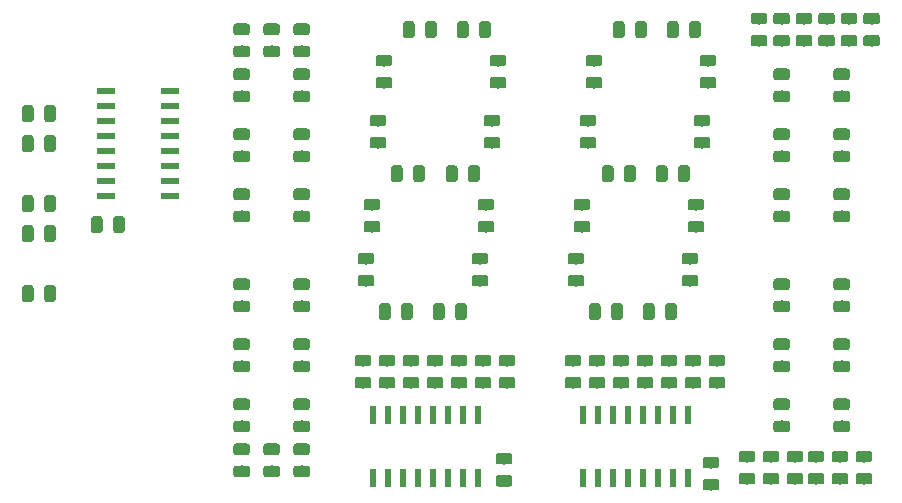
<source format=gbr>
G04 #@! TF.GenerationSoftware,KiCad,Pcbnew,(5.1.0)-1*
G04 #@! TF.CreationDate,2020-05-18T11:58:26+02:00*
G04 #@! TF.ProjectId,led_display_v1,6c65645f-6469-4737-906c-61795f76312e,rev?*
G04 #@! TF.SameCoordinates,Original*
G04 #@! TF.FileFunction,Paste,Top*
G04 #@! TF.FilePolarity,Positive*
%FSLAX46Y46*%
G04 Gerber Fmt 4.6, Leading zero omitted, Abs format (unit mm)*
G04 Created by KiCad (PCBNEW (5.1.0)-1) date 2020-05-18 11:58:26*
%MOMM*%
%LPD*%
G04 APERTURE LIST*
%ADD10C,0.100000*%
%ADD11C,0.975000*%
%ADD12R,0.600000X1.500000*%
%ADD13R,1.500000X0.600000*%
G04 APERTURE END LIST*
D10*
G36*
X107047142Y-77965174D02*
G01*
X107070803Y-77968684D01*
X107094007Y-77974496D01*
X107116529Y-77982554D01*
X107138153Y-77992782D01*
X107158670Y-78005079D01*
X107177883Y-78019329D01*
X107195607Y-78035393D01*
X107211671Y-78053117D01*
X107225921Y-78072330D01*
X107238218Y-78092847D01*
X107248446Y-78114471D01*
X107256504Y-78136993D01*
X107262316Y-78160197D01*
X107265826Y-78183858D01*
X107267000Y-78207750D01*
X107267000Y-79120250D01*
X107265826Y-79144142D01*
X107262316Y-79167803D01*
X107256504Y-79191007D01*
X107248446Y-79213529D01*
X107238218Y-79235153D01*
X107225921Y-79255670D01*
X107211671Y-79274883D01*
X107195607Y-79292607D01*
X107177883Y-79308671D01*
X107158670Y-79322921D01*
X107138153Y-79335218D01*
X107116529Y-79345446D01*
X107094007Y-79353504D01*
X107070803Y-79359316D01*
X107047142Y-79362826D01*
X107023250Y-79364000D01*
X106535750Y-79364000D01*
X106511858Y-79362826D01*
X106488197Y-79359316D01*
X106464993Y-79353504D01*
X106442471Y-79345446D01*
X106420847Y-79335218D01*
X106400330Y-79322921D01*
X106381117Y-79308671D01*
X106363393Y-79292607D01*
X106347329Y-79274883D01*
X106333079Y-79255670D01*
X106320782Y-79235153D01*
X106310554Y-79213529D01*
X106302496Y-79191007D01*
X106296684Y-79167803D01*
X106293174Y-79144142D01*
X106292000Y-79120250D01*
X106292000Y-78207750D01*
X106293174Y-78183858D01*
X106296684Y-78160197D01*
X106302496Y-78136993D01*
X106310554Y-78114471D01*
X106320782Y-78092847D01*
X106333079Y-78072330D01*
X106347329Y-78053117D01*
X106363393Y-78035393D01*
X106381117Y-78019329D01*
X106400330Y-78005079D01*
X106420847Y-77992782D01*
X106442471Y-77982554D01*
X106464993Y-77974496D01*
X106488197Y-77968684D01*
X106511858Y-77965174D01*
X106535750Y-77964000D01*
X107023250Y-77964000D01*
X107047142Y-77965174D01*
X107047142Y-77965174D01*
G37*
D11*
X106779500Y-78664000D03*
D10*
G36*
X105172142Y-77965174D02*
G01*
X105195803Y-77968684D01*
X105219007Y-77974496D01*
X105241529Y-77982554D01*
X105263153Y-77992782D01*
X105283670Y-78005079D01*
X105302883Y-78019329D01*
X105320607Y-78035393D01*
X105336671Y-78053117D01*
X105350921Y-78072330D01*
X105363218Y-78092847D01*
X105373446Y-78114471D01*
X105381504Y-78136993D01*
X105387316Y-78160197D01*
X105390826Y-78183858D01*
X105392000Y-78207750D01*
X105392000Y-79120250D01*
X105390826Y-79144142D01*
X105387316Y-79167803D01*
X105381504Y-79191007D01*
X105373446Y-79213529D01*
X105363218Y-79235153D01*
X105350921Y-79255670D01*
X105336671Y-79274883D01*
X105320607Y-79292607D01*
X105302883Y-79308671D01*
X105283670Y-79322921D01*
X105263153Y-79335218D01*
X105241529Y-79345446D01*
X105219007Y-79353504D01*
X105195803Y-79359316D01*
X105172142Y-79362826D01*
X105148250Y-79364000D01*
X104660750Y-79364000D01*
X104636858Y-79362826D01*
X104613197Y-79359316D01*
X104589993Y-79353504D01*
X104567471Y-79345446D01*
X104545847Y-79335218D01*
X104525330Y-79322921D01*
X104506117Y-79308671D01*
X104488393Y-79292607D01*
X104472329Y-79274883D01*
X104458079Y-79255670D01*
X104445782Y-79235153D01*
X104435554Y-79213529D01*
X104427496Y-79191007D01*
X104421684Y-79167803D01*
X104418174Y-79144142D01*
X104417000Y-79120250D01*
X104417000Y-78207750D01*
X104418174Y-78183858D01*
X104421684Y-78160197D01*
X104427496Y-78136993D01*
X104435554Y-78114471D01*
X104445782Y-78092847D01*
X104458079Y-78072330D01*
X104472329Y-78053117D01*
X104488393Y-78035393D01*
X104506117Y-78019329D01*
X104525330Y-78005079D01*
X104545847Y-77992782D01*
X104567471Y-77982554D01*
X104589993Y-77974496D01*
X104613197Y-77968684D01*
X104636858Y-77965174D01*
X104660750Y-77964000D01*
X105148250Y-77964000D01*
X105172142Y-77965174D01*
X105172142Y-77965174D01*
G37*
D11*
X104904500Y-78664000D03*
D10*
G36*
X163218142Y-92480174D02*
G01*
X163241803Y-92483684D01*
X163265007Y-92489496D01*
X163287529Y-92497554D01*
X163309153Y-92507782D01*
X163329670Y-92520079D01*
X163348883Y-92534329D01*
X163366607Y-92550393D01*
X163382671Y-92568117D01*
X163396921Y-92587330D01*
X163409218Y-92607847D01*
X163419446Y-92629471D01*
X163427504Y-92651993D01*
X163433316Y-92675197D01*
X163436826Y-92698858D01*
X163438000Y-92722750D01*
X163438000Y-93210250D01*
X163436826Y-93234142D01*
X163433316Y-93257803D01*
X163427504Y-93281007D01*
X163419446Y-93303529D01*
X163409218Y-93325153D01*
X163396921Y-93345670D01*
X163382671Y-93364883D01*
X163366607Y-93382607D01*
X163348883Y-93398671D01*
X163329670Y-93412921D01*
X163309153Y-93425218D01*
X163287529Y-93435446D01*
X163265007Y-93443504D01*
X163241803Y-93449316D01*
X163218142Y-93452826D01*
X163194250Y-93454000D01*
X162281750Y-93454000D01*
X162257858Y-93452826D01*
X162234197Y-93449316D01*
X162210993Y-93443504D01*
X162188471Y-93435446D01*
X162166847Y-93425218D01*
X162146330Y-93412921D01*
X162127117Y-93398671D01*
X162109393Y-93382607D01*
X162093329Y-93364883D01*
X162079079Y-93345670D01*
X162066782Y-93325153D01*
X162056554Y-93303529D01*
X162048496Y-93281007D01*
X162042684Y-93257803D01*
X162039174Y-93234142D01*
X162038000Y-93210250D01*
X162038000Y-92722750D01*
X162039174Y-92698858D01*
X162042684Y-92675197D01*
X162048496Y-92651993D01*
X162056554Y-92629471D01*
X162066782Y-92607847D01*
X162079079Y-92587330D01*
X162093329Y-92568117D01*
X162109393Y-92550393D01*
X162127117Y-92534329D01*
X162146330Y-92520079D01*
X162166847Y-92507782D01*
X162188471Y-92497554D01*
X162210993Y-92489496D01*
X162234197Y-92483684D01*
X162257858Y-92480174D01*
X162281750Y-92479000D01*
X163194250Y-92479000D01*
X163218142Y-92480174D01*
X163218142Y-92480174D01*
G37*
D11*
X162738000Y-92966500D03*
D10*
G36*
X163218142Y-94355174D02*
G01*
X163241803Y-94358684D01*
X163265007Y-94364496D01*
X163287529Y-94372554D01*
X163309153Y-94382782D01*
X163329670Y-94395079D01*
X163348883Y-94409329D01*
X163366607Y-94425393D01*
X163382671Y-94443117D01*
X163396921Y-94462330D01*
X163409218Y-94482847D01*
X163419446Y-94504471D01*
X163427504Y-94526993D01*
X163433316Y-94550197D01*
X163436826Y-94573858D01*
X163438000Y-94597750D01*
X163438000Y-95085250D01*
X163436826Y-95109142D01*
X163433316Y-95132803D01*
X163427504Y-95156007D01*
X163419446Y-95178529D01*
X163409218Y-95200153D01*
X163396921Y-95220670D01*
X163382671Y-95239883D01*
X163366607Y-95257607D01*
X163348883Y-95273671D01*
X163329670Y-95287921D01*
X163309153Y-95300218D01*
X163287529Y-95310446D01*
X163265007Y-95318504D01*
X163241803Y-95324316D01*
X163218142Y-95327826D01*
X163194250Y-95329000D01*
X162281750Y-95329000D01*
X162257858Y-95327826D01*
X162234197Y-95324316D01*
X162210993Y-95318504D01*
X162188471Y-95310446D01*
X162166847Y-95300218D01*
X162146330Y-95287921D01*
X162127117Y-95273671D01*
X162109393Y-95257607D01*
X162093329Y-95239883D01*
X162079079Y-95220670D01*
X162066782Y-95200153D01*
X162056554Y-95178529D01*
X162048496Y-95156007D01*
X162042684Y-95132803D01*
X162039174Y-95109142D01*
X162038000Y-95085250D01*
X162038000Y-94597750D01*
X162039174Y-94573858D01*
X162042684Y-94550197D01*
X162048496Y-94526993D01*
X162056554Y-94504471D01*
X162066782Y-94482847D01*
X162079079Y-94462330D01*
X162093329Y-94443117D01*
X162109393Y-94425393D01*
X162127117Y-94409329D01*
X162146330Y-94395079D01*
X162166847Y-94382782D01*
X162188471Y-94372554D01*
X162210993Y-94364496D01*
X162234197Y-94358684D01*
X162257858Y-94355174D01*
X162281750Y-94354000D01*
X163194250Y-94354000D01*
X163218142Y-94355174D01*
X163218142Y-94355174D01*
G37*
D11*
X162738000Y-94841500D03*
D10*
G36*
X145692142Y-92147674D02*
G01*
X145715803Y-92151184D01*
X145739007Y-92156996D01*
X145761529Y-92165054D01*
X145783153Y-92175282D01*
X145803670Y-92187579D01*
X145822883Y-92201829D01*
X145840607Y-92217893D01*
X145856671Y-92235617D01*
X145870921Y-92254830D01*
X145883218Y-92275347D01*
X145893446Y-92296971D01*
X145901504Y-92319493D01*
X145907316Y-92342697D01*
X145910826Y-92366358D01*
X145912000Y-92390250D01*
X145912000Y-92877750D01*
X145910826Y-92901642D01*
X145907316Y-92925303D01*
X145901504Y-92948507D01*
X145893446Y-92971029D01*
X145883218Y-92992653D01*
X145870921Y-93013170D01*
X145856671Y-93032383D01*
X145840607Y-93050107D01*
X145822883Y-93066171D01*
X145803670Y-93080421D01*
X145783153Y-93092718D01*
X145761529Y-93102946D01*
X145739007Y-93111004D01*
X145715803Y-93116816D01*
X145692142Y-93120326D01*
X145668250Y-93121500D01*
X144755750Y-93121500D01*
X144731858Y-93120326D01*
X144708197Y-93116816D01*
X144684993Y-93111004D01*
X144662471Y-93102946D01*
X144640847Y-93092718D01*
X144620330Y-93080421D01*
X144601117Y-93066171D01*
X144583393Y-93050107D01*
X144567329Y-93032383D01*
X144553079Y-93013170D01*
X144540782Y-92992653D01*
X144530554Y-92971029D01*
X144522496Y-92948507D01*
X144516684Y-92925303D01*
X144513174Y-92901642D01*
X144512000Y-92877750D01*
X144512000Y-92390250D01*
X144513174Y-92366358D01*
X144516684Y-92342697D01*
X144522496Y-92319493D01*
X144530554Y-92296971D01*
X144540782Y-92275347D01*
X144553079Y-92254830D01*
X144567329Y-92235617D01*
X144583393Y-92217893D01*
X144601117Y-92201829D01*
X144620330Y-92187579D01*
X144640847Y-92175282D01*
X144662471Y-92165054D01*
X144684993Y-92156996D01*
X144708197Y-92151184D01*
X144731858Y-92147674D01*
X144755750Y-92146500D01*
X145668250Y-92146500D01*
X145692142Y-92147674D01*
X145692142Y-92147674D01*
G37*
D11*
X145212000Y-92634000D03*
D10*
G36*
X145692142Y-94022674D02*
G01*
X145715803Y-94026184D01*
X145739007Y-94031996D01*
X145761529Y-94040054D01*
X145783153Y-94050282D01*
X145803670Y-94062579D01*
X145822883Y-94076829D01*
X145840607Y-94092893D01*
X145856671Y-94110617D01*
X145870921Y-94129830D01*
X145883218Y-94150347D01*
X145893446Y-94171971D01*
X145901504Y-94194493D01*
X145907316Y-94217697D01*
X145910826Y-94241358D01*
X145912000Y-94265250D01*
X145912000Y-94752750D01*
X145910826Y-94776642D01*
X145907316Y-94800303D01*
X145901504Y-94823507D01*
X145893446Y-94846029D01*
X145883218Y-94867653D01*
X145870921Y-94888170D01*
X145856671Y-94907383D01*
X145840607Y-94925107D01*
X145822883Y-94941171D01*
X145803670Y-94955421D01*
X145783153Y-94967718D01*
X145761529Y-94977946D01*
X145739007Y-94986004D01*
X145715803Y-94991816D01*
X145692142Y-94995326D01*
X145668250Y-94996500D01*
X144755750Y-94996500D01*
X144731858Y-94995326D01*
X144708197Y-94991816D01*
X144684993Y-94986004D01*
X144662471Y-94977946D01*
X144640847Y-94967718D01*
X144620330Y-94955421D01*
X144601117Y-94941171D01*
X144583393Y-94925107D01*
X144567329Y-94907383D01*
X144553079Y-94888170D01*
X144540782Y-94867653D01*
X144530554Y-94846029D01*
X144522496Y-94823507D01*
X144516684Y-94800303D01*
X144513174Y-94776642D01*
X144512000Y-94752750D01*
X144512000Y-94265250D01*
X144513174Y-94241358D01*
X144516684Y-94217697D01*
X144522496Y-94194493D01*
X144530554Y-94171971D01*
X144540782Y-94150347D01*
X144553079Y-94129830D01*
X144567329Y-94110617D01*
X144583393Y-94092893D01*
X144601117Y-94076829D01*
X144620330Y-94062579D01*
X144640847Y-94050282D01*
X144662471Y-94040054D01*
X144684993Y-94031996D01*
X144708197Y-94026184D01*
X144731858Y-94022674D01*
X144755750Y-94021500D01*
X145668250Y-94021500D01*
X145692142Y-94022674D01*
X145692142Y-94022674D01*
G37*
D11*
X145212000Y-94509000D03*
D10*
G36*
X111014142Y-72123174D02*
G01*
X111037803Y-72126684D01*
X111061007Y-72132496D01*
X111083529Y-72140554D01*
X111105153Y-72150782D01*
X111125670Y-72163079D01*
X111144883Y-72177329D01*
X111162607Y-72193393D01*
X111178671Y-72211117D01*
X111192921Y-72230330D01*
X111205218Y-72250847D01*
X111215446Y-72272471D01*
X111223504Y-72294993D01*
X111229316Y-72318197D01*
X111232826Y-72341858D01*
X111234000Y-72365750D01*
X111234000Y-73278250D01*
X111232826Y-73302142D01*
X111229316Y-73325803D01*
X111223504Y-73349007D01*
X111215446Y-73371529D01*
X111205218Y-73393153D01*
X111192921Y-73413670D01*
X111178671Y-73432883D01*
X111162607Y-73450607D01*
X111144883Y-73466671D01*
X111125670Y-73480921D01*
X111105153Y-73493218D01*
X111083529Y-73503446D01*
X111061007Y-73511504D01*
X111037803Y-73517316D01*
X111014142Y-73520826D01*
X110990250Y-73522000D01*
X110502750Y-73522000D01*
X110478858Y-73520826D01*
X110455197Y-73517316D01*
X110431993Y-73511504D01*
X110409471Y-73503446D01*
X110387847Y-73493218D01*
X110367330Y-73480921D01*
X110348117Y-73466671D01*
X110330393Y-73450607D01*
X110314329Y-73432883D01*
X110300079Y-73413670D01*
X110287782Y-73393153D01*
X110277554Y-73371529D01*
X110269496Y-73349007D01*
X110263684Y-73325803D01*
X110260174Y-73302142D01*
X110259000Y-73278250D01*
X110259000Y-72365750D01*
X110260174Y-72341858D01*
X110263684Y-72318197D01*
X110269496Y-72294993D01*
X110277554Y-72272471D01*
X110287782Y-72250847D01*
X110300079Y-72230330D01*
X110314329Y-72211117D01*
X110330393Y-72193393D01*
X110348117Y-72177329D01*
X110367330Y-72163079D01*
X110387847Y-72150782D01*
X110409471Y-72140554D01*
X110431993Y-72132496D01*
X110455197Y-72126684D01*
X110478858Y-72123174D01*
X110502750Y-72122000D01*
X110990250Y-72122000D01*
X111014142Y-72123174D01*
X111014142Y-72123174D01*
G37*
D11*
X110746500Y-72822000D03*
D10*
G36*
X112889142Y-72123174D02*
G01*
X112912803Y-72126684D01*
X112936007Y-72132496D01*
X112958529Y-72140554D01*
X112980153Y-72150782D01*
X113000670Y-72163079D01*
X113019883Y-72177329D01*
X113037607Y-72193393D01*
X113053671Y-72211117D01*
X113067921Y-72230330D01*
X113080218Y-72250847D01*
X113090446Y-72272471D01*
X113098504Y-72294993D01*
X113104316Y-72318197D01*
X113107826Y-72341858D01*
X113109000Y-72365750D01*
X113109000Y-73278250D01*
X113107826Y-73302142D01*
X113104316Y-73325803D01*
X113098504Y-73349007D01*
X113090446Y-73371529D01*
X113080218Y-73393153D01*
X113067921Y-73413670D01*
X113053671Y-73432883D01*
X113037607Y-73450607D01*
X113019883Y-73466671D01*
X113000670Y-73480921D01*
X112980153Y-73493218D01*
X112958529Y-73503446D01*
X112936007Y-73511504D01*
X112912803Y-73517316D01*
X112889142Y-73520826D01*
X112865250Y-73522000D01*
X112377750Y-73522000D01*
X112353858Y-73520826D01*
X112330197Y-73517316D01*
X112306993Y-73511504D01*
X112284471Y-73503446D01*
X112262847Y-73493218D01*
X112242330Y-73480921D01*
X112223117Y-73466671D01*
X112205393Y-73450607D01*
X112189329Y-73432883D01*
X112175079Y-73413670D01*
X112162782Y-73393153D01*
X112152554Y-73371529D01*
X112144496Y-73349007D01*
X112138684Y-73325803D01*
X112135174Y-73302142D01*
X112134000Y-73278250D01*
X112134000Y-72365750D01*
X112135174Y-72341858D01*
X112138684Y-72318197D01*
X112144496Y-72294993D01*
X112152554Y-72272471D01*
X112162782Y-72250847D01*
X112175079Y-72230330D01*
X112189329Y-72211117D01*
X112205393Y-72193393D01*
X112223117Y-72177329D01*
X112242330Y-72163079D01*
X112262847Y-72150782D01*
X112284471Y-72140554D01*
X112306993Y-72132496D01*
X112330197Y-72126684D01*
X112353858Y-72123174D01*
X112377750Y-72122000D01*
X112865250Y-72122000D01*
X112889142Y-72123174D01*
X112889142Y-72123174D01*
G37*
D11*
X112621500Y-72822000D03*
D10*
G36*
X107047142Y-62725174D02*
G01*
X107070803Y-62728684D01*
X107094007Y-62734496D01*
X107116529Y-62742554D01*
X107138153Y-62752782D01*
X107158670Y-62765079D01*
X107177883Y-62779329D01*
X107195607Y-62795393D01*
X107211671Y-62813117D01*
X107225921Y-62832330D01*
X107238218Y-62852847D01*
X107248446Y-62874471D01*
X107256504Y-62896993D01*
X107262316Y-62920197D01*
X107265826Y-62943858D01*
X107267000Y-62967750D01*
X107267000Y-63880250D01*
X107265826Y-63904142D01*
X107262316Y-63927803D01*
X107256504Y-63951007D01*
X107248446Y-63973529D01*
X107238218Y-63995153D01*
X107225921Y-64015670D01*
X107211671Y-64034883D01*
X107195607Y-64052607D01*
X107177883Y-64068671D01*
X107158670Y-64082921D01*
X107138153Y-64095218D01*
X107116529Y-64105446D01*
X107094007Y-64113504D01*
X107070803Y-64119316D01*
X107047142Y-64122826D01*
X107023250Y-64124000D01*
X106535750Y-64124000D01*
X106511858Y-64122826D01*
X106488197Y-64119316D01*
X106464993Y-64113504D01*
X106442471Y-64105446D01*
X106420847Y-64095218D01*
X106400330Y-64082921D01*
X106381117Y-64068671D01*
X106363393Y-64052607D01*
X106347329Y-64034883D01*
X106333079Y-64015670D01*
X106320782Y-63995153D01*
X106310554Y-63973529D01*
X106302496Y-63951007D01*
X106296684Y-63927803D01*
X106293174Y-63904142D01*
X106292000Y-63880250D01*
X106292000Y-62967750D01*
X106293174Y-62943858D01*
X106296684Y-62920197D01*
X106302496Y-62896993D01*
X106310554Y-62874471D01*
X106320782Y-62852847D01*
X106333079Y-62832330D01*
X106347329Y-62813117D01*
X106363393Y-62795393D01*
X106381117Y-62779329D01*
X106400330Y-62765079D01*
X106420847Y-62752782D01*
X106442471Y-62742554D01*
X106464993Y-62734496D01*
X106488197Y-62728684D01*
X106511858Y-62725174D01*
X106535750Y-62724000D01*
X107023250Y-62724000D01*
X107047142Y-62725174D01*
X107047142Y-62725174D01*
G37*
D11*
X106779500Y-63424000D03*
D10*
G36*
X105172142Y-62725174D02*
G01*
X105195803Y-62728684D01*
X105219007Y-62734496D01*
X105241529Y-62742554D01*
X105263153Y-62752782D01*
X105283670Y-62765079D01*
X105302883Y-62779329D01*
X105320607Y-62795393D01*
X105336671Y-62813117D01*
X105350921Y-62832330D01*
X105363218Y-62852847D01*
X105373446Y-62874471D01*
X105381504Y-62896993D01*
X105387316Y-62920197D01*
X105390826Y-62943858D01*
X105392000Y-62967750D01*
X105392000Y-63880250D01*
X105390826Y-63904142D01*
X105387316Y-63927803D01*
X105381504Y-63951007D01*
X105373446Y-63973529D01*
X105363218Y-63995153D01*
X105350921Y-64015670D01*
X105336671Y-64034883D01*
X105320607Y-64052607D01*
X105302883Y-64068671D01*
X105283670Y-64082921D01*
X105263153Y-64095218D01*
X105241529Y-64105446D01*
X105219007Y-64113504D01*
X105195803Y-64119316D01*
X105172142Y-64122826D01*
X105148250Y-64124000D01*
X104660750Y-64124000D01*
X104636858Y-64122826D01*
X104613197Y-64119316D01*
X104589993Y-64113504D01*
X104567471Y-64105446D01*
X104545847Y-64095218D01*
X104525330Y-64082921D01*
X104506117Y-64068671D01*
X104488393Y-64052607D01*
X104472329Y-64034883D01*
X104458079Y-64015670D01*
X104445782Y-63995153D01*
X104435554Y-63973529D01*
X104427496Y-63951007D01*
X104421684Y-63927803D01*
X104418174Y-63904142D01*
X104417000Y-63880250D01*
X104417000Y-62967750D01*
X104418174Y-62943858D01*
X104421684Y-62920197D01*
X104427496Y-62896993D01*
X104435554Y-62874471D01*
X104445782Y-62852847D01*
X104458079Y-62832330D01*
X104472329Y-62813117D01*
X104488393Y-62795393D01*
X104506117Y-62779329D01*
X104525330Y-62765079D01*
X104545847Y-62752782D01*
X104567471Y-62742554D01*
X104589993Y-62734496D01*
X104613197Y-62728684D01*
X104636858Y-62725174D01*
X104660750Y-62724000D01*
X105148250Y-62724000D01*
X105172142Y-62725174D01*
X105172142Y-62725174D01*
G37*
D11*
X104904500Y-63424000D03*
D10*
G36*
X107047142Y-65265174D02*
G01*
X107070803Y-65268684D01*
X107094007Y-65274496D01*
X107116529Y-65282554D01*
X107138153Y-65292782D01*
X107158670Y-65305079D01*
X107177883Y-65319329D01*
X107195607Y-65335393D01*
X107211671Y-65353117D01*
X107225921Y-65372330D01*
X107238218Y-65392847D01*
X107248446Y-65414471D01*
X107256504Y-65436993D01*
X107262316Y-65460197D01*
X107265826Y-65483858D01*
X107267000Y-65507750D01*
X107267000Y-66420250D01*
X107265826Y-66444142D01*
X107262316Y-66467803D01*
X107256504Y-66491007D01*
X107248446Y-66513529D01*
X107238218Y-66535153D01*
X107225921Y-66555670D01*
X107211671Y-66574883D01*
X107195607Y-66592607D01*
X107177883Y-66608671D01*
X107158670Y-66622921D01*
X107138153Y-66635218D01*
X107116529Y-66645446D01*
X107094007Y-66653504D01*
X107070803Y-66659316D01*
X107047142Y-66662826D01*
X107023250Y-66664000D01*
X106535750Y-66664000D01*
X106511858Y-66662826D01*
X106488197Y-66659316D01*
X106464993Y-66653504D01*
X106442471Y-66645446D01*
X106420847Y-66635218D01*
X106400330Y-66622921D01*
X106381117Y-66608671D01*
X106363393Y-66592607D01*
X106347329Y-66574883D01*
X106333079Y-66555670D01*
X106320782Y-66535153D01*
X106310554Y-66513529D01*
X106302496Y-66491007D01*
X106296684Y-66467803D01*
X106293174Y-66444142D01*
X106292000Y-66420250D01*
X106292000Y-65507750D01*
X106293174Y-65483858D01*
X106296684Y-65460197D01*
X106302496Y-65436993D01*
X106310554Y-65414471D01*
X106320782Y-65392847D01*
X106333079Y-65372330D01*
X106347329Y-65353117D01*
X106363393Y-65335393D01*
X106381117Y-65319329D01*
X106400330Y-65305079D01*
X106420847Y-65292782D01*
X106442471Y-65282554D01*
X106464993Y-65274496D01*
X106488197Y-65268684D01*
X106511858Y-65265174D01*
X106535750Y-65264000D01*
X107023250Y-65264000D01*
X107047142Y-65265174D01*
X107047142Y-65265174D01*
G37*
D11*
X106779500Y-65964000D03*
D10*
G36*
X105172142Y-65265174D02*
G01*
X105195803Y-65268684D01*
X105219007Y-65274496D01*
X105241529Y-65282554D01*
X105263153Y-65292782D01*
X105283670Y-65305079D01*
X105302883Y-65319329D01*
X105320607Y-65335393D01*
X105336671Y-65353117D01*
X105350921Y-65372330D01*
X105363218Y-65392847D01*
X105373446Y-65414471D01*
X105381504Y-65436993D01*
X105387316Y-65460197D01*
X105390826Y-65483858D01*
X105392000Y-65507750D01*
X105392000Y-66420250D01*
X105390826Y-66444142D01*
X105387316Y-66467803D01*
X105381504Y-66491007D01*
X105373446Y-66513529D01*
X105363218Y-66535153D01*
X105350921Y-66555670D01*
X105336671Y-66574883D01*
X105320607Y-66592607D01*
X105302883Y-66608671D01*
X105283670Y-66622921D01*
X105263153Y-66635218D01*
X105241529Y-66645446D01*
X105219007Y-66653504D01*
X105195803Y-66659316D01*
X105172142Y-66662826D01*
X105148250Y-66664000D01*
X104660750Y-66664000D01*
X104636858Y-66662826D01*
X104613197Y-66659316D01*
X104589993Y-66653504D01*
X104567471Y-66645446D01*
X104545847Y-66635218D01*
X104525330Y-66622921D01*
X104506117Y-66608671D01*
X104488393Y-66592607D01*
X104472329Y-66574883D01*
X104458079Y-66555670D01*
X104445782Y-66535153D01*
X104435554Y-66513529D01*
X104427496Y-66491007D01*
X104421684Y-66467803D01*
X104418174Y-66444142D01*
X104417000Y-66420250D01*
X104417000Y-65507750D01*
X104418174Y-65483858D01*
X104421684Y-65460197D01*
X104427496Y-65436993D01*
X104435554Y-65414471D01*
X104445782Y-65392847D01*
X104458079Y-65372330D01*
X104472329Y-65353117D01*
X104488393Y-65335393D01*
X104506117Y-65319329D01*
X104525330Y-65305079D01*
X104545847Y-65292782D01*
X104567471Y-65282554D01*
X104589993Y-65274496D01*
X104613197Y-65268684D01*
X104636858Y-65265174D01*
X104660750Y-65264000D01*
X105148250Y-65264000D01*
X105172142Y-65265174D01*
X105172142Y-65265174D01*
G37*
D11*
X104904500Y-65964000D03*
D10*
G36*
X107047142Y-72885174D02*
G01*
X107070803Y-72888684D01*
X107094007Y-72894496D01*
X107116529Y-72902554D01*
X107138153Y-72912782D01*
X107158670Y-72925079D01*
X107177883Y-72939329D01*
X107195607Y-72955393D01*
X107211671Y-72973117D01*
X107225921Y-72992330D01*
X107238218Y-73012847D01*
X107248446Y-73034471D01*
X107256504Y-73056993D01*
X107262316Y-73080197D01*
X107265826Y-73103858D01*
X107267000Y-73127750D01*
X107267000Y-74040250D01*
X107265826Y-74064142D01*
X107262316Y-74087803D01*
X107256504Y-74111007D01*
X107248446Y-74133529D01*
X107238218Y-74155153D01*
X107225921Y-74175670D01*
X107211671Y-74194883D01*
X107195607Y-74212607D01*
X107177883Y-74228671D01*
X107158670Y-74242921D01*
X107138153Y-74255218D01*
X107116529Y-74265446D01*
X107094007Y-74273504D01*
X107070803Y-74279316D01*
X107047142Y-74282826D01*
X107023250Y-74284000D01*
X106535750Y-74284000D01*
X106511858Y-74282826D01*
X106488197Y-74279316D01*
X106464993Y-74273504D01*
X106442471Y-74265446D01*
X106420847Y-74255218D01*
X106400330Y-74242921D01*
X106381117Y-74228671D01*
X106363393Y-74212607D01*
X106347329Y-74194883D01*
X106333079Y-74175670D01*
X106320782Y-74155153D01*
X106310554Y-74133529D01*
X106302496Y-74111007D01*
X106296684Y-74087803D01*
X106293174Y-74064142D01*
X106292000Y-74040250D01*
X106292000Y-73127750D01*
X106293174Y-73103858D01*
X106296684Y-73080197D01*
X106302496Y-73056993D01*
X106310554Y-73034471D01*
X106320782Y-73012847D01*
X106333079Y-72992330D01*
X106347329Y-72973117D01*
X106363393Y-72955393D01*
X106381117Y-72939329D01*
X106400330Y-72925079D01*
X106420847Y-72912782D01*
X106442471Y-72902554D01*
X106464993Y-72894496D01*
X106488197Y-72888684D01*
X106511858Y-72885174D01*
X106535750Y-72884000D01*
X107023250Y-72884000D01*
X107047142Y-72885174D01*
X107047142Y-72885174D01*
G37*
D11*
X106779500Y-73584000D03*
D10*
G36*
X105172142Y-72885174D02*
G01*
X105195803Y-72888684D01*
X105219007Y-72894496D01*
X105241529Y-72902554D01*
X105263153Y-72912782D01*
X105283670Y-72925079D01*
X105302883Y-72939329D01*
X105320607Y-72955393D01*
X105336671Y-72973117D01*
X105350921Y-72992330D01*
X105363218Y-73012847D01*
X105373446Y-73034471D01*
X105381504Y-73056993D01*
X105387316Y-73080197D01*
X105390826Y-73103858D01*
X105392000Y-73127750D01*
X105392000Y-74040250D01*
X105390826Y-74064142D01*
X105387316Y-74087803D01*
X105381504Y-74111007D01*
X105373446Y-74133529D01*
X105363218Y-74155153D01*
X105350921Y-74175670D01*
X105336671Y-74194883D01*
X105320607Y-74212607D01*
X105302883Y-74228671D01*
X105283670Y-74242921D01*
X105263153Y-74255218D01*
X105241529Y-74265446D01*
X105219007Y-74273504D01*
X105195803Y-74279316D01*
X105172142Y-74282826D01*
X105148250Y-74284000D01*
X104660750Y-74284000D01*
X104636858Y-74282826D01*
X104613197Y-74279316D01*
X104589993Y-74273504D01*
X104567471Y-74265446D01*
X104545847Y-74255218D01*
X104525330Y-74242921D01*
X104506117Y-74228671D01*
X104488393Y-74212607D01*
X104472329Y-74194883D01*
X104458079Y-74175670D01*
X104445782Y-74155153D01*
X104435554Y-74133529D01*
X104427496Y-74111007D01*
X104421684Y-74087803D01*
X104418174Y-74064142D01*
X104417000Y-74040250D01*
X104417000Y-73127750D01*
X104418174Y-73103858D01*
X104421684Y-73080197D01*
X104427496Y-73056993D01*
X104435554Y-73034471D01*
X104445782Y-73012847D01*
X104458079Y-72992330D01*
X104472329Y-72973117D01*
X104488393Y-72955393D01*
X104506117Y-72939329D01*
X104525330Y-72925079D01*
X104545847Y-72912782D01*
X104567471Y-72902554D01*
X104589993Y-72894496D01*
X104613197Y-72888684D01*
X104636858Y-72885174D01*
X104660750Y-72884000D01*
X105148250Y-72884000D01*
X105172142Y-72885174D01*
X105172142Y-72885174D01*
G37*
D11*
X104904500Y-73584000D03*
D10*
G36*
X176172142Y-91972174D02*
G01*
X176195803Y-91975684D01*
X176219007Y-91981496D01*
X176241529Y-91989554D01*
X176263153Y-91999782D01*
X176283670Y-92012079D01*
X176302883Y-92026329D01*
X176320607Y-92042393D01*
X176336671Y-92060117D01*
X176350921Y-92079330D01*
X176363218Y-92099847D01*
X176373446Y-92121471D01*
X176381504Y-92143993D01*
X176387316Y-92167197D01*
X176390826Y-92190858D01*
X176392000Y-92214750D01*
X176392000Y-92702250D01*
X176390826Y-92726142D01*
X176387316Y-92749803D01*
X176381504Y-92773007D01*
X176373446Y-92795529D01*
X176363218Y-92817153D01*
X176350921Y-92837670D01*
X176336671Y-92856883D01*
X176320607Y-92874607D01*
X176302883Y-92890671D01*
X176283670Y-92904921D01*
X176263153Y-92917218D01*
X176241529Y-92927446D01*
X176219007Y-92935504D01*
X176195803Y-92941316D01*
X176172142Y-92944826D01*
X176148250Y-92946000D01*
X175235750Y-92946000D01*
X175211858Y-92944826D01*
X175188197Y-92941316D01*
X175164993Y-92935504D01*
X175142471Y-92927446D01*
X175120847Y-92917218D01*
X175100330Y-92904921D01*
X175081117Y-92890671D01*
X175063393Y-92874607D01*
X175047329Y-92856883D01*
X175033079Y-92837670D01*
X175020782Y-92817153D01*
X175010554Y-92795529D01*
X175002496Y-92773007D01*
X174996684Y-92749803D01*
X174993174Y-92726142D01*
X174992000Y-92702250D01*
X174992000Y-92214750D01*
X174993174Y-92190858D01*
X174996684Y-92167197D01*
X175002496Y-92143993D01*
X175010554Y-92121471D01*
X175020782Y-92099847D01*
X175033079Y-92079330D01*
X175047329Y-92060117D01*
X175063393Y-92042393D01*
X175081117Y-92026329D01*
X175100330Y-92012079D01*
X175120847Y-91999782D01*
X175142471Y-91989554D01*
X175164993Y-91981496D01*
X175188197Y-91975684D01*
X175211858Y-91972174D01*
X175235750Y-91971000D01*
X176148250Y-91971000D01*
X176172142Y-91972174D01*
X176172142Y-91972174D01*
G37*
D11*
X175692000Y-92458500D03*
D10*
G36*
X176172142Y-93847174D02*
G01*
X176195803Y-93850684D01*
X176219007Y-93856496D01*
X176241529Y-93864554D01*
X176263153Y-93874782D01*
X176283670Y-93887079D01*
X176302883Y-93901329D01*
X176320607Y-93917393D01*
X176336671Y-93935117D01*
X176350921Y-93954330D01*
X176363218Y-93974847D01*
X176373446Y-93996471D01*
X176381504Y-94018993D01*
X176387316Y-94042197D01*
X176390826Y-94065858D01*
X176392000Y-94089750D01*
X176392000Y-94577250D01*
X176390826Y-94601142D01*
X176387316Y-94624803D01*
X176381504Y-94648007D01*
X176373446Y-94670529D01*
X176363218Y-94692153D01*
X176350921Y-94712670D01*
X176336671Y-94731883D01*
X176320607Y-94749607D01*
X176302883Y-94765671D01*
X176283670Y-94779921D01*
X176263153Y-94792218D01*
X176241529Y-94802446D01*
X176219007Y-94810504D01*
X176195803Y-94816316D01*
X176172142Y-94819826D01*
X176148250Y-94821000D01*
X175235750Y-94821000D01*
X175211858Y-94819826D01*
X175188197Y-94816316D01*
X175164993Y-94810504D01*
X175142471Y-94802446D01*
X175120847Y-94792218D01*
X175100330Y-94779921D01*
X175081117Y-94765671D01*
X175063393Y-94749607D01*
X175047329Y-94731883D01*
X175033079Y-94712670D01*
X175020782Y-94692153D01*
X175010554Y-94670529D01*
X175002496Y-94648007D01*
X174996684Y-94624803D01*
X174993174Y-94601142D01*
X174992000Y-94577250D01*
X174992000Y-94089750D01*
X174993174Y-94065858D01*
X174996684Y-94042197D01*
X175002496Y-94018993D01*
X175010554Y-93996471D01*
X175020782Y-93974847D01*
X175033079Y-93954330D01*
X175047329Y-93935117D01*
X175063393Y-93917393D01*
X175081117Y-93901329D01*
X175100330Y-93887079D01*
X175120847Y-93874782D01*
X175142471Y-93864554D01*
X175164993Y-93856496D01*
X175188197Y-93850684D01*
X175211858Y-93847174D01*
X175235750Y-93846000D01*
X176148250Y-93846000D01*
X176172142Y-93847174D01*
X176172142Y-93847174D01*
G37*
D11*
X175692000Y-94333500D03*
D10*
G36*
X166266142Y-91972174D02*
G01*
X166289803Y-91975684D01*
X166313007Y-91981496D01*
X166335529Y-91989554D01*
X166357153Y-91999782D01*
X166377670Y-92012079D01*
X166396883Y-92026329D01*
X166414607Y-92042393D01*
X166430671Y-92060117D01*
X166444921Y-92079330D01*
X166457218Y-92099847D01*
X166467446Y-92121471D01*
X166475504Y-92143993D01*
X166481316Y-92167197D01*
X166484826Y-92190858D01*
X166486000Y-92214750D01*
X166486000Y-92702250D01*
X166484826Y-92726142D01*
X166481316Y-92749803D01*
X166475504Y-92773007D01*
X166467446Y-92795529D01*
X166457218Y-92817153D01*
X166444921Y-92837670D01*
X166430671Y-92856883D01*
X166414607Y-92874607D01*
X166396883Y-92890671D01*
X166377670Y-92904921D01*
X166357153Y-92917218D01*
X166335529Y-92927446D01*
X166313007Y-92935504D01*
X166289803Y-92941316D01*
X166266142Y-92944826D01*
X166242250Y-92946000D01*
X165329750Y-92946000D01*
X165305858Y-92944826D01*
X165282197Y-92941316D01*
X165258993Y-92935504D01*
X165236471Y-92927446D01*
X165214847Y-92917218D01*
X165194330Y-92904921D01*
X165175117Y-92890671D01*
X165157393Y-92874607D01*
X165141329Y-92856883D01*
X165127079Y-92837670D01*
X165114782Y-92817153D01*
X165104554Y-92795529D01*
X165096496Y-92773007D01*
X165090684Y-92749803D01*
X165087174Y-92726142D01*
X165086000Y-92702250D01*
X165086000Y-92214750D01*
X165087174Y-92190858D01*
X165090684Y-92167197D01*
X165096496Y-92143993D01*
X165104554Y-92121471D01*
X165114782Y-92099847D01*
X165127079Y-92079330D01*
X165141329Y-92060117D01*
X165157393Y-92042393D01*
X165175117Y-92026329D01*
X165194330Y-92012079D01*
X165214847Y-91999782D01*
X165236471Y-91989554D01*
X165258993Y-91981496D01*
X165282197Y-91975684D01*
X165305858Y-91972174D01*
X165329750Y-91971000D01*
X166242250Y-91971000D01*
X166266142Y-91972174D01*
X166266142Y-91972174D01*
G37*
D11*
X165786000Y-92458500D03*
D10*
G36*
X166266142Y-93847174D02*
G01*
X166289803Y-93850684D01*
X166313007Y-93856496D01*
X166335529Y-93864554D01*
X166357153Y-93874782D01*
X166377670Y-93887079D01*
X166396883Y-93901329D01*
X166414607Y-93917393D01*
X166430671Y-93935117D01*
X166444921Y-93954330D01*
X166457218Y-93974847D01*
X166467446Y-93996471D01*
X166475504Y-94018993D01*
X166481316Y-94042197D01*
X166484826Y-94065858D01*
X166486000Y-94089750D01*
X166486000Y-94577250D01*
X166484826Y-94601142D01*
X166481316Y-94624803D01*
X166475504Y-94648007D01*
X166467446Y-94670529D01*
X166457218Y-94692153D01*
X166444921Y-94712670D01*
X166430671Y-94731883D01*
X166414607Y-94749607D01*
X166396883Y-94765671D01*
X166377670Y-94779921D01*
X166357153Y-94792218D01*
X166335529Y-94802446D01*
X166313007Y-94810504D01*
X166289803Y-94816316D01*
X166266142Y-94819826D01*
X166242250Y-94821000D01*
X165329750Y-94821000D01*
X165305858Y-94819826D01*
X165282197Y-94816316D01*
X165258993Y-94810504D01*
X165236471Y-94802446D01*
X165214847Y-94792218D01*
X165194330Y-94779921D01*
X165175117Y-94765671D01*
X165157393Y-94749607D01*
X165141329Y-94731883D01*
X165127079Y-94712670D01*
X165114782Y-94692153D01*
X165104554Y-94670529D01*
X165096496Y-94648007D01*
X165090684Y-94624803D01*
X165087174Y-94601142D01*
X165086000Y-94577250D01*
X165086000Y-94089750D01*
X165087174Y-94065858D01*
X165090684Y-94042197D01*
X165096496Y-94018993D01*
X165104554Y-93996471D01*
X165114782Y-93974847D01*
X165127079Y-93954330D01*
X165141329Y-93935117D01*
X165157393Y-93917393D01*
X165175117Y-93901329D01*
X165194330Y-93887079D01*
X165214847Y-93874782D01*
X165236471Y-93864554D01*
X165258993Y-93856496D01*
X165282197Y-93850684D01*
X165305858Y-93847174D01*
X165329750Y-93846000D01*
X166242250Y-93846000D01*
X166266142Y-93847174D01*
X166266142Y-93847174D01*
G37*
D11*
X165786000Y-94333500D03*
D10*
G36*
X174140142Y-91972174D02*
G01*
X174163803Y-91975684D01*
X174187007Y-91981496D01*
X174209529Y-91989554D01*
X174231153Y-91999782D01*
X174251670Y-92012079D01*
X174270883Y-92026329D01*
X174288607Y-92042393D01*
X174304671Y-92060117D01*
X174318921Y-92079330D01*
X174331218Y-92099847D01*
X174341446Y-92121471D01*
X174349504Y-92143993D01*
X174355316Y-92167197D01*
X174358826Y-92190858D01*
X174360000Y-92214750D01*
X174360000Y-92702250D01*
X174358826Y-92726142D01*
X174355316Y-92749803D01*
X174349504Y-92773007D01*
X174341446Y-92795529D01*
X174331218Y-92817153D01*
X174318921Y-92837670D01*
X174304671Y-92856883D01*
X174288607Y-92874607D01*
X174270883Y-92890671D01*
X174251670Y-92904921D01*
X174231153Y-92917218D01*
X174209529Y-92927446D01*
X174187007Y-92935504D01*
X174163803Y-92941316D01*
X174140142Y-92944826D01*
X174116250Y-92946000D01*
X173203750Y-92946000D01*
X173179858Y-92944826D01*
X173156197Y-92941316D01*
X173132993Y-92935504D01*
X173110471Y-92927446D01*
X173088847Y-92917218D01*
X173068330Y-92904921D01*
X173049117Y-92890671D01*
X173031393Y-92874607D01*
X173015329Y-92856883D01*
X173001079Y-92837670D01*
X172988782Y-92817153D01*
X172978554Y-92795529D01*
X172970496Y-92773007D01*
X172964684Y-92749803D01*
X172961174Y-92726142D01*
X172960000Y-92702250D01*
X172960000Y-92214750D01*
X172961174Y-92190858D01*
X172964684Y-92167197D01*
X172970496Y-92143993D01*
X172978554Y-92121471D01*
X172988782Y-92099847D01*
X173001079Y-92079330D01*
X173015329Y-92060117D01*
X173031393Y-92042393D01*
X173049117Y-92026329D01*
X173068330Y-92012079D01*
X173088847Y-91999782D01*
X173110471Y-91989554D01*
X173132993Y-91981496D01*
X173156197Y-91975684D01*
X173179858Y-91972174D01*
X173203750Y-91971000D01*
X174116250Y-91971000D01*
X174140142Y-91972174D01*
X174140142Y-91972174D01*
G37*
D11*
X173660000Y-92458500D03*
D10*
G36*
X174140142Y-93847174D02*
G01*
X174163803Y-93850684D01*
X174187007Y-93856496D01*
X174209529Y-93864554D01*
X174231153Y-93874782D01*
X174251670Y-93887079D01*
X174270883Y-93901329D01*
X174288607Y-93917393D01*
X174304671Y-93935117D01*
X174318921Y-93954330D01*
X174331218Y-93974847D01*
X174341446Y-93996471D01*
X174349504Y-94018993D01*
X174355316Y-94042197D01*
X174358826Y-94065858D01*
X174360000Y-94089750D01*
X174360000Y-94577250D01*
X174358826Y-94601142D01*
X174355316Y-94624803D01*
X174349504Y-94648007D01*
X174341446Y-94670529D01*
X174331218Y-94692153D01*
X174318921Y-94712670D01*
X174304671Y-94731883D01*
X174288607Y-94749607D01*
X174270883Y-94765671D01*
X174251670Y-94779921D01*
X174231153Y-94792218D01*
X174209529Y-94802446D01*
X174187007Y-94810504D01*
X174163803Y-94816316D01*
X174140142Y-94819826D01*
X174116250Y-94821000D01*
X173203750Y-94821000D01*
X173179858Y-94819826D01*
X173156197Y-94816316D01*
X173132993Y-94810504D01*
X173110471Y-94802446D01*
X173088847Y-94792218D01*
X173068330Y-94779921D01*
X173049117Y-94765671D01*
X173031393Y-94749607D01*
X173015329Y-94731883D01*
X173001079Y-94712670D01*
X172988782Y-94692153D01*
X172978554Y-94670529D01*
X172970496Y-94648007D01*
X172964684Y-94624803D01*
X172961174Y-94601142D01*
X172960000Y-94577250D01*
X172960000Y-94089750D01*
X172961174Y-94065858D01*
X172964684Y-94042197D01*
X172970496Y-94018993D01*
X172978554Y-93996471D01*
X172988782Y-93974847D01*
X173001079Y-93954330D01*
X173015329Y-93935117D01*
X173031393Y-93917393D01*
X173049117Y-93901329D01*
X173068330Y-93887079D01*
X173088847Y-93874782D01*
X173110471Y-93864554D01*
X173132993Y-93856496D01*
X173156197Y-93850684D01*
X173179858Y-93847174D01*
X173203750Y-93846000D01*
X174116250Y-93846000D01*
X174140142Y-93847174D01*
X174140142Y-93847174D01*
G37*
D11*
X173660000Y-94333500D03*
D10*
G36*
X167295142Y-56763174D02*
G01*
X167318803Y-56766684D01*
X167342007Y-56772496D01*
X167364529Y-56780554D01*
X167386153Y-56790782D01*
X167406670Y-56803079D01*
X167425883Y-56817329D01*
X167443607Y-56833393D01*
X167459671Y-56851117D01*
X167473921Y-56870330D01*
X167486218Y-56890847D01*
X167496446Y-56912471D01*
X167504504Y-56934993D01*
X167510316Y-56958197D01*
X167513826Y-56981858D01*
X167515000Y-57005750D01*
X167515000Y-57493250D01*
X167513826Y-57517142D01*
X167510316Y-57540803D01*
X167504504Y-57564007D01*
X167496446Y-57586529D01*
X167486218Y-57608153D01*
X167473921Y-57628670D01*
X167459671Y-57647883D01*
X167443607Y-57665607D01*
X167425883Y-57681671D01*
X167406670Y-57695921D01*
X167386153Y-57708218D01*
X167364529Y-57718446D01*
X167342007Y-57726504D01*
X167318803Y-57732316D01*
X167295142Y-57735826D01*
X167271250Y-57737000D01*
X166358750Y-57737000D01*
X166334858Y-57735826D01*
X166311197Y-57732316D01*
X166287993Y-57726504D01*
X166265471Y-57718446D01*
X166243847Y-57708218D01*
X166223330Y-57695921D01*
X166204117Y-57681671D01*
X166186393Y-57665607D01*
X166170329Y-57647883D01*
X166156079Y-57628670D01*
X166143782Y-57608153D01*
X166133554Y-57586529D01*
X166125496Y-57564007D01*
X166119684Y-57540803D01*
X166116174Y-57517142D01*
X166115000Y-57493250D01*
X166115000Y-57005750D01*
X166116174Y-56981858D01*
X166119684Y-56958197D01*
X166125496Y-56934993D01*
X166133554Y-56912471D01*
X166143782Y-56890847D01*
X166156079Y-56870330D01*
X166170329Y-56851117D01*
X166186393Y-56833393D01*
X166204117Y-56817329D01*
X166223330Y-56803079D01*
X166243847Y-56790782D01*
X166265471Y-56780554D01*
X166287993Y-56772496D01*
X166311197Y-56766684D01*
X166334858Y-56763174D01*
X166358750Y-56762000D01*
X167271250Y-56762000D01*
X167295142Y-56763174D01*
X167295142Y-56763174D01*
G37*
D11*
X166815000Y-57249500D03*
D10*
G36*
X167295142Y-54888174D02*
G01*
X167318803Y-54891684D01*
X167342007Y-54897496D01*
X167364529Y-54905554D01*
X167386153Y-54915782D01*
X167406670Y-54928079D01*
X167425883Y-54942329D01*
X167443607Y-54958393D01*
X167459671Y-54976117D01*
X167473921Y-54995330D01*
X167486218Y-55015847D01*
X167496446Y-55037471D01*
X167504504Y-55059993D01*
X167510316Y-55083197D01*
X167513826Y-55106858D01*
X167515000Y-55130750D01*
X167515000Y-55618250D01*
X167513826Y-55642142D01*
X167510316Y-55665803D01*
X167504504Y-55689007D01*
X167496446Y-55711529D01*
X167486218Y-55733153D01*
X167473921Y-55753670D01*
X167459671Y-55772883D01*
X167443607Y-55790607D01*
X167425883Y-55806671D01*
X167406670Y-55820921D01*
X167386153Y-55833218D01*
X167364529Y-55843446D01*
X167342007Y-55851504D01*
X167318803Y-55857316D01*
X167295142Y-55860826D01*
X167271250Y-55862000D01*
X166358750Y-55862000D01*
X166334858Y-55860826D01*
X166311197Y-55857316D01*
X166287993Y-55851504D01*
X166265471Y-55843446D01*
X166243847Y-55833218D01*
X166223330Y-55820921D01*
X166204117Y-55806671D01*
X166186393Y-55790607D01*
X166170329Y-55772883D01*
X166156079Y-55753670D01*
X166143782Y-55733153D01*
X166133554Y-55711529D01*
X166125496Y-55689007D01*
X166119684Y-55665803D01*
X166116174Y-55642142D01*
X166115000Y-55618250D01*
X166115000Y-55130750D01*
X166116174Y-55106858D01*
X166119684Y-55083197D01*
X166125496Y-55059993D01*
X166133554Y-55037471D01*
X166143782Y-55015847D01*
X166156079Y-54995330D01*
X166170329Y-54976117D01*
X166186393Y-54958393D01*
X166204117Y-54942329D01*
X166223330Y-54928079D01*
X166243847Y-54915782D01*
X166265471Y-54905554D01*
X166287993Y-54897496D01*
X166311197Y-54891684D01*
X166334858Y-54888174D01*
X166358750Y-54887000D01*
X167271250Y-54887000D01*
X167295142Y-54888174D01*
X167295142Y-54888174D01*
G37*
D11*
X166815000Y-55374500D03*
D10*
G36*
X171092142Y-56763174D02*
G01*
X171115803Y-56766684D01*
X171139007Y-56772496D01*
X171161529Y-56780554D01*
X171183153Y-56790782D01*
X171203670Y-56803079D01*
X171222883Y-56817329D01*
X171240607Y-56833393D01*
X171256671Y-56851117D01*
X171270921Y-56870330D01*
X171283218Y-56890847D01*
X171293446Y-56912471D01*
X171301504Y-56934993D01*
X171307316Y-56958197D01*
X171310826Y-56981858D01*
X171312000Y-57005750D01*
X171312000Y-57493250D01*
X171310826Y-57517142D01*
X171307316Y-57540803D01*
X171301504Y-57564007D01*
X171293446Y-57586529D01*
X171283218Y-57608153D01*
X171270921Y-57628670D01*
X171256671Y-57647883D01*
X171240607Y-57665607D01*
X171222883Y-57681671D01*
X171203670Y-57695921D01*
X171183153Y-57708218D01*
X171161529Y-57718446D01*
X171139007Y-57726504D01*
X171115803Y-57732316D01*
X171092142Y-57735826D01*
X171068250Y-57737000D01*
X170155750Y-57737000D01*
X170131858Y-57735826D01*
X170108197Y-57732316D01*
X170084993Y-57726504D01*
X170062471Y-57718446D01*
X170040847Y-57708218D01*
X170020330Y-57695921D01*
X170001117Y-57681671D01*
X169983393Y-57665607D01*
X169967329Y-57647883D01*
X169953079Y-57628670D01*
X169940782Y-57608153D01*
X169930554Y-57586529D01*
X169922496Y-57564007D01*
X169916684Y-57540803D01*
X169913174Y-57517142D01*
X169912000Y-57493250D01*
X169912000Y-57005750D01*
X169913174Y-56981858D01*
X169916684Y-56958197D01*
X169922496Y-56934993D01*
X169930554Y-56912471D01*
X169940782Y-56890847D01*
X169953079Y-56870330D01*
X169967329Y-56851117D01*
X169983393Y-56833393D01*
X170001117Y-56817329D01*
X170020330Y-56803079D01*
X170040847Y-56790782D01*
X170062471Y-56780554D01*
X170084993Y-56772496D01*
X170108197Y-56766684D01*
X170131858Y-56763174D01*
X170155750Y-56762000D01*
X171068250Y-56762000D01*
X171092142Y-56763174D01*
X171092142Y-56763174D01*
G37*
D11*
X170612000Y-57249500D03*
D10*
G36*
X171092142Y-54888174D02*
G01*
X171115803Y-54891684D01*
X171139007Y-54897496D01*
X171161529Y-54905554D01*
X171183153Y-54915782D01*
X171203670Y-54928079D01*
X171222883Y-54942329D01*
X171240607Y-54958393D01*
X171256671Y-54976117D01*
X171270921Y-54995330D01*
X171283218Y-55015847D01*
X171293446Y-55037471D01*
X171301504Y-55059993D01*
X171307316Y-55083197D01*
X171310826Y-55106858D01*
X171312000Y-55130750D01*
X171312000Y-55618250D01*
X171310826Y-55642142D01*
X171307316Y-55665803D01*
X171301504Y-55689007D01*
X171293446Y-55711529D01*
X171283218Y-55733153D01*
X171270921Y-55753670D01*
X171256671Y-55772883D01*
X171240607Y-55790607D01*
X171222883Y-55806671D01*
X171203670Y-55820921D01*
X171183153Y-55833218D01*
X171161529Y-55843446D01*
X171139007Y-55851504D01*
X171115803Y-55857316D01*
X171092142Y-55860826D01*
X171068250Y-55862000D01*
X170155750Y-55862000D01*
X170131858Y-55860826D01*
X170108197Y-55857316D01*
X170084993Y-55851504D01*
X170062471Y-55843446D01*
X170040847Y-55833218D01*
X170020330Y-55820921D01*
X170001117Y-55806671D01*
X169983393Y-55790607D01*
X169967329Y-55772883D01*
X169953079Y-55753670D01*
X169940782Y-55733153D01*
X169930554Y-55711529D01*
X169922496Y-55689007D01*
X169916684Y-55665803D01*
X169913174Y-55642142D01*
X169912000Y-55618250D01*
X169912000Y-55130750D01*
X169913174Y-55106858D01*
X169916684Y-55083197D01*
X169922496Y-55059993D01*
X169930554Y-55037471D01*
X169940782Y-55015847D01*
X169953079Y-54995330D01*
X169967329Y-54976117D01*
X169983393Y-54958393D01*
X170001117Y-54942329D01*
X170020330Y-54928079D01*
X170040847Y-54915782D01*
X170062471Y-54905554D01*
X170084993Y-54897496D01*
X170108197Y-54891684D01*
X170131858Y-54888174D01*
X170155750Y-54887000D01*
X171068250Y-54887000D01*
X171092142Y-54888174D01*
X171092142Y-54888174D01*
G37*
D11*
X170612000Y-55374500D03*
D10*
G36*
X176820142Y-56763174D02*
G01*
X176843803Y-56766684D01*
X176867007Y-56772496D01*
X176889529Y-56780554D01*
X176911153Y-56790782D01*
X176931670Y-56803079D01*
X176950883Y-56817329D01*
X176968607Y-56833393D01*
X176984671Y-56851117D01*
X176998921Y-56870330D01*
X177011218Y-56890847D01*
X177021446Y-56912471D01*
X177029504Y-56934993D01*
X177035316Y-56958197D01*
X177038826Y-56981858D01*
X177040000Y-57005750D01*
X177040000Y-57493250D01*
X177038826Y-57517142D01*
X177035316Y-57540803D01*
X177029504Y-57564007D01*
X177021446Y-57586529D01*
X177011218Y-57608153D01*
X176998921Y-57628670D01*
X176984671Y-57647883D01*
X176968607Y-57665607D01*
X176950883Y-57681671D01*
X176931670Y-57695921D01*
X176911153Y-57708218D01*
X176889529Y-57718446D01*
X176867007Y-57726504D01*
X176843803Y-57732316D01*
X176820142Y-57735826D01*
X176796250Y-57737000D01*
X175883750Y-57737000D01*
X175859858Y-57735826D01*
X175836197Y-57732316D01*
X175812993Y-57726504D01*
X175790471Y-57718446D01*
X175768847Y-57708218D01*
X175748330Y-57695921D01*
X175729117Y-57681671D01*
X175711393Y-57665607D01*
X175695329Y-57647883D01*
X175681079Y-57628670D01*
X175668782Y-57608153D01*
X175658554Y-57586529D01*
X175650496Y-57564007D01*
X175644684Y-57540803D01*
X175641174Y-57517142D01*
X175640000Y-57493250D01*
X175640000Y-57005750D01*
X175641174Y-56981858D01*
X175644684Y-56958197D01*
X175650496Y-56934993D01*
X175658554Y-56912471D01*
X175668782Y-56890847D01*
X175681079Y-56870330D01*
X175695329Y-56851117D01*
X175711393Y-56833393D01*
X175729117Y-56817329D01*
X175748330Y-56803079D01*
X175768847Y-56790782D01*
X175790471Y-56780554D01*
X175812993Y-56772496D01*
X175836197Y-56766684D01*
X175859858Y-56763174D01*
X175883750Y-56762000D01*
X176796250Y-56762000D01*
X176820142Y-56763174D01*
X176820142Y-56763174D01*
G37*
D11*
X176340000Y-57249500D03*
D10*
G36*
X176820142Y-54888174D02*
G01*
X176843803Y-54891684D01*
X176867007Y-54897496D01*
X176889529Y-54905554D01*
X176911153Y-54915782D01*
X176931670Y-54928079D01*
X176950883Y-54942329D01*
X176968607Y-54958393D01*
X176984671Y-54976117D01*
X176998921Y-54995330D01*
X177011218Y-55015847D01*
X177021446Y-55037471D01*
X177029504Y-55059993D01*
X177035316Y-55083197D01*
X177038826Y-55106858D01*
X177040000Y-55130750D01*
X177040000Y-55618250D01*
X177038826Y-55642142D01*
X177035316Y-55665803D01*
X177029504Y-55689007D01*
X177021446Y-55711529D01*
X177011218Y-55733153D01*
X176998921Y-55753670D01*
X176984671Y-55772883D01*
X176968607Y-55790607D01*
X176950883Y-55806671D01*
X176931670Y-55820921D01*
X176911153Y-55833218D01*
X176889529Y-55843446D01*
X176867007Y-55851504D01*
X176843803Y-55857316D01*
X176820142Y-55860826D01*
X176796250Y-55862000D01*
X175883750Y-55862000D01*
X175859858Y-55860826D01*
X175836197Y-55857316D01*
X175812993Y-55851504D01*
X175790471Y-55843446D01*
X175768847Y-55833218D01*
X175748330Y-55820921D01*
X175729117Y-55806671D01*
X175711393Y-55790607D01*
X175695329Y-55772883D01*
X175681079Y-55753670D01*
X175668782Y-55733153D01*
X175658554Y-55711529D01*
X175650496Y-55689007D01*
X175644684Y-55665803D01*
X175641174Y-55642142D01*
X175640000Y-55618250D01*
X175640000Y-55130750D01*
X175641174Y-55106858D01*
X175644684Y-55083197D01*
X175650496Y-55059993D01*
X175658554Y-55037471D01*
X175668782Y-55015847D01*
X175681079Y-54995330D01*
X175695329Y-54976117D01*
X175711393Y-54958393D01*
X175729117Y-54942329D01*
X175748330Y-54928079D01*
X175768847Y-54915782D01*
X175790471Y-54905554D01*
X175812993Y-54897496D01*
X175836197Y-54891684D01*
X175859858Y-54888174D01*
X175883750Y-54887000D01*
X176796250Y-54887000D01*
X176820142Y-54888174D01*
X176820142Y-54888174D01*
G37*
D11*
X176340000Y-55374500D03*
D10*
G36*
X168298142Y-93847174D02*
G01*
X168321803Y-93850684D01*
X168345007Y-93856496D01*
X168367529Y-93864554D01*
X168389153Y-93874782D01*
X168409670Y-93887079D01*
X168428883Y-93901329D01*
X168446607Y-93917393D01*
X168462671Y-93935117D01*
X168476921Y-93954330D01*
X168489218Y-93974847D01*
X168499446Y-93996471D01*
X168507504Y-94018993D01*
X168513316Y-94042197D01*
X168516826Y-94065858D01*
X168518000Y-94089750D01*
X168518000Y-94577250D01*
X168516826Y-94601142D01*
X168513316Y-94624803D01*
X168507504Y-94648007D01*
X168499446Y-94670529D01*
X168489218Y-94692153D01*
X168476921Y-94712670D01*
X168462671Y-94731883D01*
X168446607Y-94749607D01*
X168428883Y-94765671D01*
X168409670Y-94779921D01*
X168389153Y-94792218D01*
X168367529Y-94802446D01*
X168345007Y-94810504D01*
X168321803Y-94816316D01*
X168298142Y-94819826D01*
X168274250Y-94821000D01*
X167361750Y-94821000D01*
X167337858Y-94819826D01*
X167314197Y-94816316D01*
X167290993Y-94810504D01*
X167268471Y-94802446D01*
X167246847Y-94792218D01*
X167226330Y-94779921D01*
X167207117Y-94765671D01*
X167189393Y-94749607D01*
X167173329Y-94731883D01*
X167159079Y-94712670D01*
X167146782Y-94692153D01*
X167136554Y-94670529D01*
X167128496Y-94648007D01*
X167122684Y-94624803D01*
X167119174Y-94601142D01*
X167118000Y-94577250D01*
X167118000Y-94089750D01*
X167119174Y-94065858D01*
X167122684Y-94042197D01*
X167128496Y-94018993D01*
X167136554Y-93996471D01*
X167146782Y-93974847D01*
X167159079Y-93954330D01*
X167173329Y-93935117D01*
X167189393Y-93917393D01*
X167207117Y-93901329D01*
X167226330Y-93887079D01*
X167246847Y-93874782D01*
X167268471Y-93864554D01*
X167290993Y-93856496D01*
X167314197Y-93850684D01*
X167337858Y-93847174D01*
X167361750Y-93846000D01*
X168274250Y-93846000D01*
X168298142Y-93847174D01*
X168298142Y-93847174D01*
G37*
D11*
X167818000Y-94333500D03*
D10*
G36*
X168298142Y-91972174D02*
G01*
X168321803Y-91975684D01*
X168345007Y-91981496D01*
X168367529Y-91989554D01*
X168389153Y-91999782D01*
X168409670Y-92012079D01*
X168428883Y-92026329D01*
X168446607Y-92042393D01*
X168462671Y-92060117D01*
X168476921Y-92079330D01*
X168489218Y-92099847D01*
X168499446Y-92121471D01*
X168507504Y-92143993D01*
X168513316Y-92167197D01*
X168516826Y-92190858D01*
X168518000Y-92214750D01*
X168518000Y-92702250D01*
X168516826Y-92726142D01*
X168513316Y-92749803D01*
X168507504Y-92773007D01*
X168499446Y-92795529D01*
X168489218Y-92817153D01*
X168476921Y-92837670D01*
X168462671Y-92856883D01*
X168446607Y-92874607D01*
X168428883Y-92890671D01*
X168409670Y-92904921D01*
X168389153Y-92917218D01*
X168367529Y-92927446D01*
X168345007Y-92935504D01*
X168321803Y-92941316D01*
X168298142Y-92944826D01*
X168274250Y-92946000D01*
X167361750Y-92946000D01*
X167337858Y-92944826D01*
X167314197Y-92941316D01*
X167290993Y-92935504D01*
X167268471Y-92927446D01*
X167246847Y-92917218D01*
X167226330Y-92904921D01*
X167207117Y-92890671D01*
X167189393Y-92874607D01*
X167173329Y-92856883D01*
X167159079Y-92837670D01*
X167146782Y-92817153D01*
X167136554Y-92795529D01*
X167128496Y-92773007D01*
X167122684Y-92749803D01*
X167119174Y-92726142D01*
X167118000Y-92702250D01*
X167118000Y-92214750D01*
X167119174Y-92190858D01*
X167122684Y-92167197D01*
X167128496Y-92143993D01*
X167136554Y-92121471D01*
X167146782Y-92099847D01*
X167159079Y-92079330D01*
X167173329Y-92060117D01*
X167189393Y-92042393D01*
X167207117Y-92026329D01*
X167226330Y-92012079D01*
X167246847Y-91999782D01*
X167268471Y-91989554D01*
X167290993Y-91981496D01*
X167314197Y-91975684D01*
X167337858Y-91972174D01*
X167361750Y-91971000D01*
X168274250Y-91971000D01*
X168298142Y-91972174D01*
X168298142Y-91972174D01*
G37*
D11*
X167818000Y-92458500D03*
D10*
G36*
X170330142Y-93847174D02*
G01*
X170353803Y-93850684D01*
X170377007Y-93856496D01*
X170399529Y-93864554D01*
X170421153Y-93874782D01*
X170441670Y-93887079D01*
X170460883Y-93901329D01*
X170478607Y-93917393D01*
X170494671Y-93935117D01*
X170508921Y-93954330D01*
X170521218Y-93974847D01*
X170531446Y-93996471D01*
X170539504Y-94018993D01*
X170545316Y-94042197D01*
X170548826Y-94065858D01*
X170550000Y-94089750D01*
X170550000Y-94577250D01*
X170548826Y-94601142D01*
X170545316Y-94624803D01*
X170539504Y-94648007D01*
X170531446Y-94670529D01*
X170521218Y-94692153D01*
X170508921Y-94712670D01*
X170494671Y-94731883D01*
X170478607Y-94749607D01*
X170460883Y-94765671D01*
X170441670Y-94779921D01*
X170421153Y-94792218D01*
X170399529Y-94802446D01*
X170377007Y-94810504D01*
X170353803Y-94816316D01*
X170330142Y-94819826D01*
X170306250Y-94821000D01*
X169393750Y-94821000D01*
X169369858Y-94819826D01*
X169346197Y-94816316D01*
X169322993Y-94810504D01*
X169300471Y-94802446D01*
X169278847Y-94792218D01*
X169258330Y-94779921D01*
X169239117Y-94765671D01*
X169221393Y-94749607D01*
X169205329Y-94731883D01*
X169191079Y-94712670D01*
X169178782Y-94692153D01*
X169168554Y-94670529D01*
X169160496Y-94648007D01*
X169154684Y-94624803D01*
X169151174Y-94601142D01*
X169150000Y-94577250D01*
X169150000Y-94089750D01*
X169151174Y-94065858D01*
X169154684Y-94042197D01*
X169160496Y-94018993D01*
X169168554Y-93996471D01*
X169178782Y-93974847D01*
X169191079Y-93954330D01*
X169205329Y-93935117D01*
X169221393Y-93917393D01*
X169239117Y-93901329D01*
X169258330Y-93887079D01*
X169278847Y-93874782D01*
X169300471Y-93864554D01*
X169322993Y-93856496D01*
X169346197Y-93850684D01*
X169369858Y-93847174D01*
X169393750Y-93846000D01*
X170306250Y-93846000D01*
X170330142Y-93847174D01*
X170330142Y-93847174D01*
G37*
D11*
X169850000Y-94333500D03*
D10*
G36*
X170330142Y-91972174D02*
G01*
X170353803Y-91975684D01*
X170377007Y-91981496D01*
X170399529Y-91989554D01*
X170421153Y-91999782D01*
X170441670Y-92012079D01*
X170460883Y-92026329D01*
X170478607Y-92042393D01*
X170494671Y-92060117D01*
X170508921Y-92079330D01*
X170521218Y-92099847D01*
X170531446Y-92121471D01*
X170539504Y-92143993D01*
X170545316Y-92167197D01*
X170548826Y-92190858D01*
X170550000Y-92214750D01*
X170550000Y-92702250D01*
X170548826Y-92726142D01*
X170545316Y-92749803D01*
X170539504Y-92773007D01*
X170531446Y-92795529D01*
X170521218Y-92817153D01*
X170508921Y-92837670D01*
X170494671Y-92856883D01*
X170478607Y-92874607D01*
X170460883Y-92890671D01*
X170441670Y-92904921D01*
X170421153Y-92917218D01*
X170399529Y-92927446D01*
X170377007Y-92935504D01*
X170353803Y-92941316D01*
X170330142Y-92944826D01*
X170306250Y-92946000D01*
X169393750Y-92946000D01*
X169369858Y-92944826D01*
X169346197Y-92941316D01*
X169322993Y-92935504D01*
X169300471Y-92927446D01*
X169278847Y-92917218D01*
X169258330Y-92904921D01*
X169239117Y-92890671D01*
X169221393Y-92874607D01*
X169205329Y-92856883D01*
X169191079Y-92837670D01*
X169178782Y-92817153D01*
X169168554Y-92795529D01*
X169160496Y-92773007D01*
X169154684Y-92749803D01*
X169151174Y-92726142D01*
X169150000Y-92702250D01*
X169150000Y-92214750D01*
X169151174Y-92190858D01*
X169154684Y-92167197D01*
X169160496Y-92143993D01*
X169168554Y-92121471D01*
X169178782Y-92099847D01*
X169191079Y-92079330D01*
X169205329Y-92060117D01*
X169221393Y-92042393D01*
X169239117Y-92026329D01*
X169258330Y-92012079D01*
X169278847Y-91999782D01*
X169300471Y-91989554D01*
X169322993Y-91981496D01*
X169346197Y-91975684D01*
X169369858Y-91972174D01*
X169393750Y-91971000D01*
X170306250Y-91971000D01*
X170330142Y-91972174D01*
X170330142Y-91972174D01*
G37*
D11*
X169850000Y-92458500D03*
D10*
G36*
X172108142Y-93847174D02*
G01*
X172131803Y-93850684D01*
X172155007Y-93856496D01*
X172177529Y-93864554D01*
X172199153Y-93874782D01*
X172219670Y-93887079D01*
X172238883Y-93901329D01*
X172256607Y-93917393D01*
X172272671Y-93935117D01*
X172286921Y-93954330D01*
X172299218Y-93974847D01*
X172309446Y-93996471D01*
X172317504Y-94018993D01*
X172323316Y-94042197D01*
X172326826Y-94065858D01*
X172328000Y-94089750D01*
X172328000Y-94577250D01*
X172326826Y-94601142D01*
X172323316Y-94624803D01*
X172317504Y-94648007D01*
X172309446Y-94670529D01*
X172299218Y-94692153D01*
X172286921Y-94712670D01*
X172272671Y-94731883D01*
X172256607Y-94749607D01*
X172238883Y-94765671D01*
X172219670Y-94779921D01*
X172199153Y-94792218D01*
X172177529Y-94802446D01*
X172155007Y-94810504D01*
X172131803Y-94816316D01*
X172108142Y-94819826D01*
X172084250Y-94821000D01*
X171171750Y-94821000D01*
X171147858Y-94819826D01*
X171124197Y-94816316D01*
X171100993Y-94810504D01*
X171078471Y-94802446D01*
X171056847Y-94792218D01*
X171036330Y-94779921D01*
X171017117Y-94765671D01*
X170999393Y-94749607D01*
X170983329Y-94731883D01*
X170969079Y-94712670D01*
X170956782Y-94692153D01*
X170946554Y-94670529D01*
X170938496Y-94648007D01*
X170932684Y-94624803D01*
X170929174Y-94601142D01*
X170928000Y-94577250D01*
X170928000Y-94089750D01*
X170929174Y-94065858D01*
X170932684Y-94042197D01*
X170938496Y-94018993D01*
X170946554Y-93996471D01*
X170956782Y-93974847D01*
X170969079Y-93954330D01*
X170983329Y-93935117D01*
X170999393Y-93917393D01*
X171017117Y-93901329D01*
X171036330Y-93887079D01*
X171056847Y-93874782D01*
X171078471Y-93864554D01*
X171100993Y-93856496D01*
X171124197Y-93850684D01*
X171147858Y-93847174D01*
X171171750Y-93846000D01*
X172084250Y-93846000D01*
X172108142Y-93847174D01*
X172108142Y-93847174D01*
G37*
D11*
X171628000Y-94333500D03*
D10*
G36*
X172108142Y-91972174D02*
G01*
X172131803Y-91975684D01*
X172155007Y-91981496D01*
X172177529Y-91989554D01*
X172199153Y-91999782D01*
X172219670Y-92012079D01*
X172238883Y-92026329D01*
X172256607Y-92042393D01*
X172272671Y-92060117D01*
X172286921Y-92079330D01*
X172299218Y-92099847D01*
X172309446Y-92121471D01*
X172317504Y-92143993D01*
X172323316Y-92167197D01*
X172326826Y-92190858D01*
X172328000Y-92214750D01*
X172328000Y-92702250D01*
X172326826Y-92726142D01*
X172323316Y-92749803D01*
X172317504Y-92773007D01*
X172309446Y-92795529D01*
X172299218Y-92817153D01*
X172286921Y-92837670D01*
X172272671Y-92856883D01*
X172256607Y-92874607D01*
X172238883Y-92890671D01*
X172219670Y-92904921D01*
X172199153Y-92917218D01*
X172177529Y-92927446D01*
X172155007Y-92935504D01*
X172131803Y-92941316D01*
X172108142Y-92944826D01*
X172084250Y-92946000D01*
X171171750Y-92946000D01*
X171147858Y-92944826D01*
X171124197Y-92941316D01*
X171100993Y-92935504D01*
X171078471Y-92927446D01*
X171056847Y-92917218D01*
X171036330Y-92904921D01*
X171017117Y-92890671D01*
X170999393Y-92874607D01*
X170983329Y-92856883D01*
X170969079Y-92837670D01*
X170956782Y-92817153D01*
X170946554Y-92795529D01*
X170938496Y-92773007D01*
X170932684Y-92749803D01*
X170929174Y-92726142D01*
X170928000Y-92702250D01*
X170928000Y-92214750D01*
X170929174Y-92190858D01*
X170932684Y-92167197D01*
X170938496Y-92143993D01*
X170946554Y-92121471D01*
X170956782Y-92099847D01*
X170969079Y-92079330D01*
X170983329Y-92060117D01*
X170999393Y-92042393D01*
X171017117Y-92026329D01*
X171036330Y-92012079D01*
X171056847Y-91999782D01*
X171078471Y-91989554D01*
X171100993Y-91981496D01*
X171124197Y-91975684D01*
X171147858Y-91972174D01*
X171171750Y-91971000D01*
X172084250Y-91971000D01*
X172108142Y-91972174D01*
X172108142Y-91972174D01*
G37*
D11*
X171628000Y-92458500D03*
D10*
G36*
X173010142Y-54888174D02*
G01*
X173033803Y-54891684D01*
X173057007Y-54897496D01*
X173079529Y-54905554D01*
X173101153Y-54915782D01*
X173121670Y-54928079D01*
X173140883Y-54942329D01*
X173158607Y-54958393D01*
X173174671Y-54976117D01*
X173188921Y-54995330D01*
X173201218Y-55015847D01*
X173211446Y-55037471D01*
X173219504Y-55059993D01*
X173225316Y-55083197D01*
X173228826Y-55106858D01*
X173230000Y-55130750D01*
X173230000Y-55618250D01*
X173228826Y-55642142D01*
X173225316Y-55665803D01*
X173219504Y-55689007D01*
X173211446Y-55711529D01*
X173201218Y-55733153D01*
X173188921Y-55753670D01*
X173174671Y-55772883D01*
X173158607Y-55790607D01*
X173140883Y-55806671D01*
X173121670Y-55820921D01*
X173101153Y-55833218D01*
X173079529Y-55843446D01*
X173057007Y-55851504D01*
X173033803Y-55857316D01*
X173010142Y-55860826D01*
X172986250Y-55862000D01*
X172073750Y-55862000D01*
X172049858Y-55860826D01*
X172026197Y-55857316D01*
X172002993Y-55851504D01*
X171980471Y-55843446D01*
X171958847Y-55833218D01*
X171938330Y-55820921D01*
X171919117Y-55806671D01*
X171901393Y-55790607D01*
X171885329Y-55772883D01*
X171871079Y-55753670D01*
X171858782Y-55733153D01*
X171848554Y-55711529D01*
X171840496Y-55689007D01*
X171834684Y-55665803D01*
X171831174Y-55642142D01*
X171830000Y-55618250D01*
X171830000Y-55130750D01*
X171831174Y-55106858D01*
X171834684Y-55083197D01*
X171840496Y-55059993D01*
X171848554Y-55037471D01*
X171858782Y-55015847D01*
X171871079Y-54995330D01*
X171885329Y-54976117D01*
X171901393Y-54958393D01*
X171919117Y-54942329D01*
X171938330Y-54928079D01*
X171958847Y-54915782D01*
X171980471Y-54905554D01*
X172002993Y-54897496D01*
X172026197Y-54891684D01*
X172049858Y-54888174D01*
X172073750Y-54887000D01*
X172986250Y-54887000D01*
X173010142Y-54888174D01*
X173010142Y-54888174D01*
G37*
D11*
X172530000Y-55374500D03*
D10*
G36*
X173010142Y-56763174D02*
G01*
X173033803Y-56766684D01*
X173057007Y-56772496D01*
X173079529Y-56780554D01*
X173101153Y-56790782D01*
X173121670Y-56803079D01*
X173140883Y-56817329D01*
X173158607Y-56833393D01*
X173174671Y-56851117D01*
X173188921Y-56870330D01*
X173201218Y-56890847D01*
X173211446Y-56912471D01*
X173219504Y-56934993D01*
X173225316Y-56958197D01*
X173228826Y-56981858D01*
X173230000Y-57005750D01*
X173230000Y-57493250D01*
X173228826Y-57517142D01*
X173225316Y-57540803D01*
X173219504Y-57564007D01*
X173211446Y-57586529D01*
X173201218Y-57608153D01*
X173188921Y-57628670D01*
X173174671Y-57647883D01*
X173158607Y-57665607D01*
X173140883Y-57681671D01*
X173121670Y-57695921D01*
X173101153Y-57708218D01*
X173079529Y-57718446D01*
X173057007Y-57726504D01*
X173033803Y-57732316D01*
X173010142Y-57735826D01*
X172986250Y-57737000D01*
X172073750Y-57737000D01*
X172049858Y-57735826D01*
X172026197Y-57732316D01*
X172002993Y-57726504D01*
X171980471Y-57718446D01*
X171958847Y-57708218D01*
X171938330Y-57695921D01*
X171919117Y-57681671D01*
X171901393Y-57665607D01*
X171885329Y-57647883D01*
X171871079Y-57628670D01*
X171858782Y-57608153D01*
X171848554Y-57586529D01*
X171840496Y-57564007D01*
X171834684Y-57540803D01*
X171831174Y-57517142D01*
X171830000Y-57493250D01*
X171830000Y-57005750D01*
X171831174Y-56981858D01*
X171834684Y-56958197D01*
X171840496Y-56934993D01*
X171848554Y-56912471D01*
X171858782Y-56890847D01*
X171871079Y-56870330D01*
X171885329Y-56851117D01*
X171901393Y-56833393D01*
X171919117Y-56817329D01*
X171938330Y-56803079D01*
X171958847Y-56790782D01*
X171980471Y-56780554D01*
X172002993Y-56772496D01*
X172026197Y-56766684D01*
X172049858Y-56763174D01*
X172073750Y-56762000D01*
X172986250Y-56762000D01*
X173010142Y-56763174D01*
X173010142Y-56763174D01*
G37*
D11*
X172530000Y-57249500D03*
D10*
G36*
X169200142Y-54888174D02*
G01*
X169223803Y-54891684D01*
X169247007Y-54897496D01*
X169269529Y-54905554D01*
X169291153Y-54915782D01*
X169311670Y-54928079D01*
X169330883Y-54942329D01*
X169348607Y-54958393D01*
X169364671Y-54976117D01*
X169378921Y-54995330D01*
X169391218Y-55015847D01*
X169401446Y-55037471D01*
X169409504Y-55059993D01*
X169415316Y-55083197D01*
X169418826Y-55106858D01*
X169420000Y-55130750D01*
X169420000Y-55618250D01*
X169418826Y-55642142D01*
X169415316Y-55665803D01*
X169409504Y-55689007D01*
X169401446Y-55711529D01*
X169391218Y-55733153D01*
X169378921Y-55753670D01*
X169364671Y-55772883D01*
X169348607Y-55790607D01*
X169330883Y-55806671D01*
X169311670Y-55820921D01*
X169291153Y-55833218D01*
X169269529Y-55843446D01*
X169247007Y-55851504D01*
X169223803Y-55857316D01*
X169200142Y-55860826D01*
X169176250Y-55862000D01*
X168263750Y-55862000D01*
X168239858Y-55860826D01*
X168216197Y-55857316D01*
X168192993Y-55851504D01*
X168170471Y-55843446D01*
X168148847Y-55833218D01*
X168128330Y-55820921D01*
X168109117Y-55806671D01*
X168091393Y-55790607D01*
X168075329Y-55772883D01*
X168061079Y-55753670D01*
X168048782Y-55733153D01*
X168038554Y-55711529D01*
X168030496Y-55689007D01*
X168024684Y-55665803D01*
X168021174Y-55642142D01*
X168020000Y-55618250D01*
X168020000Y-55130750D01*
X168021174Y-55106858D01*
X168024684Y-55083197D01*
X168030496Y-55059993D01*
X168038554Y-55037471D01*
X168048782Y-55015847D01*
X168061079Y-54995330D01*
X168075329Y-54976117D01*
X168091393Y-54958393D01*
X168109117Y-54942329D01*
X168128330Y-54928079D01*
X168148847Y-54915782D01*
X168170471Y-54905554D01*
X168192993Y-54897496D01*
X168216197Y-54891684D01*
X168239858Y-54888174D01*
X168263750Y-54887000D01*
X169176250Y-54887000D01*
X169200142Y-54888174D01*
X169200142Y-54888174D01*
G37*
D11*
X168720000Y-55374500D03*
D10*
G36*
X169200142Y-56763174D02*
G01*
X169223803Y-56766684D01*
X169247007Y-56772496D01*
X169269529Y-56780554D01*
X169291153Y-56790782D01*
X169311670Y-56803079D01*
X169330883Y-56817329D01*
X169348607Y-56833393D01*
X169364671Y-56851117D01*
X169378921Y-56870330D01*
X169391218Y-56890847D01*
X169401446Y-56912471D01*
X169409504Y-56934993D01*
X169415316Y-56958197D01*
X169418826Y-56981858D01*
X169420000Y-57005750D01*
X169420000Y-57493250D01*
X169418826Y-57517142D01*
X169415316Y-57540803D01*
X169409504Y-57564007D01*
X169401446Y-57586529D01*
X169391218Y-57608153D01*
X169378921Y-57628670D01*
X169364671Y-57647883D01*
X169348607Y-57665607D01*
X169330883Y-57681671D01*
X169311670Y-57695921D01*
X169291153Y-57708218D01*
X169269529Y-57718446D01*
X169247007Y-57726504D01*
X169223803Y-57732316D01*
X169200142Y-57735826D01*
X169176250Y-57737000D01*
X168263750Y-57737000D01*
X168239858Y-57735826D01*
X168216197Y-57732316D01*
X168192993Y-57726504D01*
X168170471Y-57718446D01*
X168148847Y-57708218D01*
X168128330Y-57695921D01*
X168109117Y-57681671D01*
X168091393Y-57665607D01*
X168075329Y-57647883D01*
X168061079Y-57628670D01*
X168048782Y-57608153D01*
X168038554Y-57586529D01*
X168030496Y-57564007D01*
X168024684Y-57540803D01*
X168021174Y-57517142D01*
X168020000Y-57493250D01*
X168020000Y-57005750D01*
X168021174Y-56981858D01*
X168024684Y-56958197D01*
X168030496Y-56934993D01*
X168038554Y-56912471D01*
X168048782Y-56890847D01*
X168061079Y-56870330D01*
X168075329Y-56851117D01*
X168091393Y-56833393D01*
X168109117Y-56817329D01*
X168128330Y-56803079D01*
X168148847Y-56790782D01*
X168170471Y-56780554D01*
X168192993Y-56772496D01*
X168216197Y-56766684D01*
X168239858Y-56763174D01*
X168263750Y-56762000D01*
X169176250Y-56762000D01*
X169200142Y-56763174D01*
X169200142Y-56763174D01*
G37*
D11*
X168720000Y-57249500D03*
D10*
G36*
X174915142Y-54888174D02*
G01*
X174938803Y-54891684D01*
X174962007Y-54897496D01*
X174984529Y-54905554D01*
X175006153Y-54915782D01*
X175026670Y-54928079D01*
X175045883Y-54942329D01*
X175063607Y-54958393D01*
X175079671Y-54976117D01*
X175093921Y-54995330D01*
X175106218Y-55015847D01*
X175116446Y-55037471D01*
X175124504Y-55059993D01*
X175130316Y-55083197D01*
X175133826Y-55106858D01*
X175135000Y-55130750D01*
X175135000Y-55618250D01*
X175133826Y-55642142D01*
X175130316Y-55665803D01*
X175124504Y-55689007D01*
X175116446Y-55711529D01*
X175106218Y-55733153D01*
X175093921Y-55753670D01*
X175079671Y-55772883D01*
X175063607Y-55790607D01*
X175045883Y-55806671D01*
X175026670Y-55820921D01*
X175006153Y-55833218D01*
X174984529Y-55843446D01*
X174962007Y-55851504D01*
X174938803Y-55857316D01*
X174915142Y-55860826D01*
X174891250Y-55862000D01*
X173978750Y-55862000D01*
X173954858Y-55860826D01*
X173931197Y-55857316D01*
X173907993Y-55851504D01*
X173885471Y-55843446D01*
X173863847Y-55833218D01*
X173843330Y-55820921D01*
X173824117Y-55806671D01*
X173806393Y-55790607D01*
X173790329Y-55772883D01*
X173776079Y-55753670D01*
X173763782Y-55733153D01*
X173753554Y-55711529D01*
X173745496Y-55689007D01*
X173739684Y-55665803D01*
X173736174Y-55642142D01*
X173735000Y-55618250D01*
X173735000Y-55130750D01*
X173736174Y-55106858D01*
X173739684Y-55083197D01*
X173745496Y-55059993D01*
X173753554Y-55037471D01*
X173763782Y-55015847D01*
X173776079Y-54995330D01*
X173790329Y-54976117D01*
X173806393Y-54958393D01*
X173824117Y-54942329D01*
X173843330Y-54928079D01*
X173863847Y-54915782D01*
X173885471Y-54905554D01*
X173907993Y-54897496D01*
X173931197Y-54891684D01*
X173954858Y-54888174D01*
X173978750Y-54887000D01*
X174891250Y-54887000D01*
X174915142Y-54888174D01*
X174915142Y-54888174D01*
G37*
D11*
X174435000Y-55374500D03*
D10*
G36*
X174915142Y-56763174D02*
G01*
X174938803Y-56766684D01*
X174962007Y-56772496D01*
X174984529Y-56780554D01*
X175006153Y-56790782D01*
X175026670Y-56803079D01*
X175045883Y-56817329D01*
X175063607Y-56833393D01*
X175079671Y-56851117D01*
X175093921Y-56870330D01*
X175106218Y-56890847D01*
X175116446Y-56912471D01*
X175124504Y-56934993D01*
X175130316Y-56958197D01*
X175133826Y-56981858D01*
X175135000Y-57005750D01*
X175135000Y-57493250D01*
X175133826Y-57517142D01*
X175130316Y-57540803D01*
X175124504Y-57564007D01*
X175116446Y-57586529D01*
X175106218Y-57608153D01*
X175093921Y-57628670D01*
X175079671Y-57647883D01*
X175063607Y-57665607D01*
X175045883Y-57681671D01*
X175026670Y-57695921D01*
X175006153Y-57708218D01*
X174984529Y-57718446D01*
X174962007Y-57726504D01*
X174938803Y-57732316D01*
X174915142Y-57735826D01*
X174891250Y-57737000D01*
X173978750Y-57737000D01*
X173954858Y-57735826D01*
X173931197Y-57732316D01*
X173907993Y-57726504D01*
X173885471Y-57718446D01*
X173863847Y-57708218D01*
X173843330Y-57695921D01*
X173824117Y-57681671D01*
X173806393Y-57665607D01*
X173790329Y-57647883D01*
X173776079Y-57628670D01*
X173763782Y-57608153D01*
X173753554Y-57586529D01*
X173745496Y-57564007D01*
X173739684Y-57540803D01*
X173736174Y-57517142D01*
X173735000Y-57493250D01*
X173735000Y-57005750D01*
X173736174Y-56981858D01*
X173739684Y-56958197D01*
X173745496Y-56934993D01*
X173753554Y-56912471D01*
X173763782Y-56890847D01*
X173776079Y-56870330D01*
X173790329Y-56851117D01*
X173806393Y-56833393D01*
X173824117Y-56817329D01*
X173843330Y-56803079D01*
X173863847Y-56790782D01*
X173885471Y-56780554D01*
X173907993Y-56772496D01*
X173931197Y-56766684D01*
X173954858Y-56763174D01*
X173978750Y-56762000D01*
X174891250Y-56762000D01*
X174915142Y-56763174D01*
X174915142Y-56763174D01*
G37*
D11*
X174435000Y-57249500D03*
D10*
G36*
X174280142Y-77386174D02*
G01*
X174303803Y-77389684D01*
X174327007Y-77395496D01*
X174349529Y-77403554D01*
X174371153Y-77413782D01*
X174391670Y-77426079D01*
X174410883Y-77440329D01*
X174428607Y-77456393D01*
X174444671Y-77474117D01*
X174458921Y-77493330D01*
X174471218Y-77513847D01*
X174481446Y-77535471D01*
X174489504Y-77557993D01*
X174495316Y-77581197D01*
X174498826Y-77604858D01*
X174500000Y-77628750D01*
X174500000Y-78116250D01*
X174498826Y-78140142D01*
X174495316Y-78163803D01*
X174489504Y-78187007D01*
X174481446Y-78209529D01*
X174471218Y-78231153D01*
X174458921Y-78251670D01*
X174444671Y-78270883D01*
X174428607Y-78288607D01*
X174410883Y-78304671D01*
X174391670Y-78318921D01*
X174371153Y-78331218D01*
X174349529Y-78341446D01*
X174327007Y-78349504D01*
X174303803Y-78355316D01*
X174280142Y-78358826D01*
X174256250Y-78360000D01*
X173343750Y-78360000D01*
X173319858Y-78358826D01*
X173296197Y-78355316D01*
X173272993Y-78349504D01*
X173250471Y-78341446D01*
X173228847Y-78331218D01*
X173208330Y-78318921D01*
X173189117Y-78304671D01*
X173171393Y-78288607D01*
X173155329Y-78270883D01*
X173141079Y-78251670D01*
X173128782Y-78231153D01*
X173118554Y-78209529D01*
X173110496Y-78187007D01*
X173104684Y-78163803D01*
X173101174Y-78140142D01*
X173100000Y-78116250D01*
X173100000Y-77628750D01*
X173101174Y-77604858D01*
X173104684Y-77581197D01*
X173110496Y-77557993D01*
X173118554Y-77535471D01*
X173128782Y-77513847D01*
X173141079Y-77493330D01*
X173155329Y-77474117D01*
X173171393Y-77456393D01*
X173189117Y-77440329D01*
X173208330Y-77426079D01*
X173228847Y-77413782D01*
X173250471Y-77403554D01*
X173272993Y-77395496D01*
X173296197Y-77389684D01*
X173319858Y-77386174D01*
X173343750Y-77385000D01*
X174256250Y-77385000D01*
X174280142Y-77386174D01*
X174280142Y-77386174D01*
G37*
D11*
X173800000Y-77872500D03*
D10*
G36*
X174280142Y-79261174D02*
G01*
X174303803Y-79264684D01*
X174327007Y-79270496D01*
X174349529Y-79278554D01*
X174371153Y-79288782D01*
X174391670Y-79301079D01*
X174410883Y-79315329D01*
X174428607Y-79331393D01*
X174444671Y-79349117D01*
X174458921Y-79368330D01*
X174471218Y-79388847D01*
X174481446Y-79410471D01*
X174489504Y-79432993D01*
X174495316Y-79456197D01*
X174498826Y-79479858D01*
X174500000Y-79503750D01*
X174500000Y-79991250D01*
X174498826Y-80015142D01*
X174495316Y-80038803D01*
X174489504Y-80062007D01*
X174481446Y-80084529D01*
X174471218Y-80106153D01*
X174458921Y-80126670D01*
X174444671Y-80145883D01*
X174428607Y-80163607D01*
X174410883Y-80179671D01*
X174391670Y-80193921D01*
X174371153Y-80206218D01*
X174349529Y-80216446D01*
X174327007Y-80224504D01*
X174303803Y-80230316D01*
X174280142Y-80233826D01*
X174256250Y-80235000D01*
X173343750Y-80235000D01*
X173319858Y-80233826D01*
X173296197Y-80230316D01*
X173272993Y-80224504D01*
X173250471Y-80216446D01*
X173228847Y-80206218D01*
X173208330Y-80193921D01*
X173189117Y-80179671D01*
X173171393Y-80163607D01*
X173155329Y-80145883D01*
X173141079Y-80126670D01*
X173128782Y-80106153D01*
X173118554Y-80084529D01*
X173110496Y-80062007D01*
X173104684Y-80038803D01*
X173101174Y-80015142D01*
X173100000Y-79991250D01*
X173100000Y-79503750D01*
X173101174Y-79479858D01*
X173104684Y-79456197D01*
X173110496Y-79432993D01*
X173118554Y-79410471D01*
X173128782Y-79388847D01*
X173141079Y-79368330D01*
X173155329Y-79349117D01*
X173171393Y-79331393D01*
X173189117Y-79315329D01*
X173208330Y-79301079D01*
X173228847Y-79288782D01*
X173250471Y-79278554D01*
X173272993Y-79270496D01*
X173296197Y-79264684D01*
X173319858Y-79261174D01*
X173343750Y-79260000D01*
X174256250Y-79260000D01*
X174280142Y-79261174D01*
X174280142Y-79261174D01*
G37*
D11*
X173800000Y-79747500D03*
D10*
G36*
X169200142Y-77386174D02*
G01*
X169223803Y-77389684D01*
X169247007Y-77395496D01*
X169269529Y-77403554D01*
X169291153Y-77413782D01*
X169311670Y-77426079D01*
X169330883Y-77440329D01*
X169348607Y-77456393D01*
X169364671Y-77474117D01*
X169378921Y-77493330D01*
X169391218Y-77513847D01*
X169401446Y-77535471D01*
X169409504Y-77557993D01*
X169415316Y-77581197D01*
X169418826Y-77604858D01*
X169420000Y-77628750D01*
X169420000Y-78116250D01*
X169418826Y-78140142D01*
X169415316Y-78163803D01*
X169409504Y-78187007D01*
X169401446Y-78209529D01*
X169391218Y-78231153D01*
X169378921Y-78251670D01*
X169364671Y-78270883D01*
X169348607Y-78288607D01*
X169330883Y-78304671D01*
X169311670Y-78318921D01*
X169291153Y-78331218D01*
X169269529Y-78341446D01*
X169247007Y-78349504D01*
X169223803Y-78355316D01*
X169200142Y-78358826D01*
X169176250Y-78360000D01*
X168263750Y-78360000D01*
X168239858Y-78358826D01*
X168216197Y-78355316D01*
X168192993Y-78349504D01*
X168170471Y-78341446D01*
X168148847Y-78331218D01*
X168128330Y-78318921D01*
X168109117Y-78304671D01*
X168091393Y-78288607D01*
X168075329Y-78270883D01*
X168061079Y-78251670D01*
X168048782Y-78231153D01*
X168038554Y-78209529D01*
X168030496Y-78187007D01*
X168024684Y-78163803D01*
X168021174Y-78140142D01*
X168020000Y-78116250D01*
X168020000Y-77628750D01*
X168021174Y-77604858D01*
X168024684Y-77581197D01*
X168030496Y-77557993D01*
X168038554Y-77535471D01*
X168048782Y-77513847D01*
X168061079Y-77493330D01*
X168075329Y-77474117D01*
X168091393Y-77456393D01*
X168109117Y-77440329D01*
X168128330Y-77426079D01*
X168148847Y-77413782D01*
X168170471Y-77403554D01*
X168192993Y-77395496D01*
X168216197Y-77389684D01*
X168239858Y-77386174D01*
X168263750Y-77385000D01*
X169176250Y-77385000D01*
X169200142Y-77386174D01*
X169200142Y-77386174D01*
G37*
D11*
X168720000Y-77872500D03*
D10*
G36*
X169200142Y-79261174D02*
G01*
X169223803Y-79264684D01*
X169247007Y-79270496D01*
X169269529Y-79278554D01*
X169291153Y-79288782D01*
X169311670Y-79301079D01*
X169330883Y-79315329D01*
X169348607Y-79331393D01*
X169364671Y-79349117D01*
X169378921Y-79368330D01*
X169391218Y-79388847D01*
X169401446Y-79410471D01*
X169409504Y-79432993D01*
X169415316Y-79456197D01*
X169418826Y-79479858D01*
X169420000Y-79503750D01*
X169420000Y-79991250D01*
X169418826Y-80015142D01*
X169415316Y-80038803D01*
X169409504Y-80062007D01*
X169401446Y-80084529D01*
X169391218Y-80106153D01*
X169378921Y-80126670D01*
X169364671Y-80145883D01*
X169348607Y-80163607D01*
X169330883Y-80179671D01*
X169311670Y-80193921D01*
X169291153Y-80206218D01*
X169269529Y-80216446D01*
X169247007Y-80224504D01*
X169223803Y-80230316D01*
X169200142Y-80233826D01*
X169176250Y-80235000D01*
X168263750Y-80235000D01*
X168239858Y-80233826D01*
X168216197Y-80230316D01*
X168192993Y-80224504D01*
X168170471Y-80216446D01*
X168148847Y-80206218D01*
X168128330Y-80193921D01*
X168109117Y-80179671D01*
X168091393Y-80163607D01*
X168075329Y-80145883D01*
X168061079Y-80126670D01*
X168048782Y-80106153D01*
X168038554Y-80084529D01*
X168030496Y-80062007D01*
X168024684Y-80038803D01*
X168021174Y-80015142D01*
X168020000Y-79991250D01*
X168020000Y-79503750D01*
X168021174Y-79479858D01*
X168024684Y-79456197D01*
X168030496Y-79432993D01*
X168038554Y-79410471D01*
X168048782Y-79388847D01*
X168061079Y-79368330D01*
X168075329Y-79349117D01*
X168091393Y-79331393D01*
X168109117Y-79315329D01*
X168128330Y-79301079D01*
X168148847Y-79288782D01*
X168170471Y-79278554D01*
X168192993Y-79270496D01*
X168216197Y-79264684D01*
X168239858Y-79261174D01*
X168263750Y-79260000D01*
X169176250Y-79260000D01*
X169200142Y-79261174D01*
X169200142Y-79261174D01*
G37*
D11*
X168720000Y-79747500D03*
D10*
G36*
X174280142Y-87546174D02*
G01*
X174303803Y-87549684D01*
X174327007Y-87555496D01*
X174349529Y-87563554D01*
X174371153Y-87573782D01*
X174391670Y-87586079D01*
X174410883Y-87600329D01*
X174428607Y-87616393D01*
X174444671Y-87634117D01*
X174458921Y-87653330D01*
X174471218Y-87673847D01*
X174481446Y-87695471D01*
X174489504Y-87717993D01*
X174495316Y-87741197D01*
X174498826Y-87764858D01*
X174500000Y-87788750D01*
X174500000Y-88276250D01*
X174498826Y-88300142D01*
X174495316Y-88323803D01*
X174489504Y-88347007D01*
X174481446Y-88369529D01*
X174471218Y-88391153D01*
X174458921Y-88411670D01*
X174444671Y-88430883D01*
X174428607Y-88448607D01*
X174410883Y-88464671D01*
X174391670Y-88478921D01*
X174371153Y-88491218D01*
X174349529Y-88501446D01*
X174327007Y-88509504D01*
X174303803Y-88515316D01*
X174280142Y-88518826D01*
X174256250Y-88520000D01*
X173343750Y-88520000D01*
X173319858Y-88518826D01*
X173296197Y-88515316D01*
X173272993Y-88509504D01*
X173250471Y-88501446D01*
X173228847Y-88491218D01*
X173208330Y-88478921D01*
X173189117Y-88464671D01*
X173171393Y-88448607D01*
X173155329Y-88430883D01*
X173141079Y-88411670D01*
X173128782Y-88391153D01*
X173118554Y-88369529D01*
X173110496Y-88347007D01*
X173104684Y-88323803D01*
X173101174Y-88300142D01*
X173100000Y-88276250D01*
X173100000Y-87788750D01*
X173101174Y-87764858D01*
X173104684Y-87741197D01*
X173110496Y-87717993D01*
X173118554Y-87695471D01*
X173128782Y-87673847D01*
X173141079Y-87653330D01*
X173155329Y-87634117D01*
X173171393Y-87616393D01*
X173189117Y-87600329D01*
X173208330Y-87586079D01*
X173228847Y-87573782D01*
X173250471Y-87563554D01*
X173272993Y-87555496D01*
X173296197Y-87549684D01*
X173319858Y-87546174D01*
X173343750Y-87545000D01*
X174256250Y-87545000D01*
X174280142Y-87546174D01*
X174280142Y-87546174D01*
G37*
D11*
X173800000Y-88032500D03*
D10*
G36*
X174280142Y-89421174D02*
G01*
X174303803Y-89424684D01*
X174327007Y-89430496D01*
X174349529Y-89438554D01*
X174371153Y-89448782D01*
X174391670Y-89461079D01*
X174410883Y-89475329D01*
X174428607Y-89491393D01*
X174444671Y-89509117D01*
X174458921Y-89528330D01*
X174471218Y-89548847D01*
X174481446Y-89570471D01*
X174489504Y-89592993D01*
X174495316Y-89616197D01*
X174498826Y-89639858D01*
X174500000Y-89663750D01*
X174500000Y-90151250D01*
X174498826Y-90175142D01*
X174495316Y-90198803D01*
X174489504Y-90222007D01*
X174481446Y-90244529D01*
X174471218Y-90266153D01*
X174458921Y-90286670D01*
X174444671Y-90305883D01*
X174428607Y-90323607D01*
X174410883Y-90339671D01*
X174391670Y-90353921D01*
X174371153Y-90366218D01*
X174349529Y-90376446D01*
X174327007Y-90384504D01*
X174303803Y-90390316D01*
X174280142Y-90393826D01*
X174256250Y-90395000D01*
X173343750Y-90395000D01*
X173319858Y-90393826D01*
X173296197Y-90390316D01*
X173272993Y-90384504D01*
X173250471Y-90376446D01*
X173228847Y-90366218D01*
X173208330Y-90353921D01*
X173189117Y-90339671D01*
X173171393Y-90323607D01*
X173155329Y-90305883D01*
X173141079Y-90286670D01*
X173128782Y-90266153D01*
X173118554Y-90244529D01*
X173110496Y-90222007D01*
X173104684Y-90198803D01*
X173101174Y-90175142D01*
X173100000Y-90151250D01*
X173100000Y-89663750D01*
X173101174Y-89639858D01*
X173104684Y-89616197D01*
X173110496Y-89592993D01*
X173118554Y-89570471D01*
X173128782Y-89548847D01*
X173141079Y-89528330D01*
X173155329Y-89509117D01*
X173171393Y-89491393D01*
X173189117Y-89475329D01*
X173208330Y-89461079D01*
X173228847Y-89448782D01*
X173250471Y-89438554D01*
X173272993Y-89430496D01*
X173296197Y-89424684D01*
X173319858Y-89421174D01*
X173343750Y-89420000D01*
X174256250Y-89420000D01*
X174280142Y-89421174D01*
X174280142Y-89421174D01*
G37*
D11*
X173800000Y-89907500D03*
D10*
G36*
X169200142Y-69766174D02*
G01*
X169223803Y-69769684D01*
X169247007Y-69775496D01*
X169269529Y-69783554D01*
X169291153Y-69793782D01*
X169311670Y-69806079D01*
X169330883Y-69820329D01*
X169348607Y-69836393D01*
X169364671Y-69854117D01*
X169378921Y-69873330D01*
X169391218Y-69893847D01*
X169401446Y-69915471D01*
X169409504Y-69937993D01*
X169415316Y-69961197D01*
X169418826Y-69984858D01*
X169420000Y-70008750D01*
X169420000Y-70496250D01*
X169418826Y-70520142D01*
X169415316Y-70543803D01*
X169409504Y-70567007D01*
X169401446Y-70589529D01*
X169391218Y-70611153D01*
X169378921Y-70631670D01*
X169364671Y-70650883D01*
X169348607Y-70668607D01*
X169330883Y-70684671D01*
X169311670Y-70698921D01*
X169291153Y-70711218D01*
X169269529Y-70721446D01*
X169247007Y-70729504D01*
X169223803Y-70735316D01*
X169200142Y-70738826D01*
X169176250Y-70740000D01*
X168263750Y-70740000D01*
X168239858Y-70738826D01*
X168216197Y-70735316D01*
X168192993Y-70729504D01*
X168170471Y-70721446D01*
X168148847Y-70711218D01*
X168128330Y-70698921D01*
X168109117Y-70684671D01*
X168091393Y-70668607D01*
X168075329Y-70650883D01*
X168061079Y-70631670D01*
X168048782Y-70611153D01*
X168038554Y-70589529D01*
X168030496Y-70567007D01*
X168024684Y-70543803D01*
X168021174Y-70520142D01*
X168020000Y-70496250D01*
X168020000Y-70008750D01*
X168021174Y-69984858D01*
X168024684Y-69961197D01*
X168030496Y-69937993D01*
X168038554Y-69915471D01*
X168048782Y-69893847D01*
X168061079Y-69873330D01*
X168075329Y-69854117D01*
X168091393Y-69836393D01*
X168109117Y-69820329D01*
X168128330Y-69806079D01*
X168148847Y-69793782D01*
X168170471Y-69783554D01*
X168192993Y-69775496D01*
X168216197Y-69769684D01*
X168239858Y-69766174D01*
X168263750Y-69765000D01*
X169176250Y-69765000D01*
X169200142Y-69766174D01*
X169200142Y-69766174D01*
G37*
D11*
X168720000Y-70252500D03*
D10*
G36*
X169200142Y-71641174D02*
G01*
X169223803Y-71644684D01*
X169247007Y-71650496D01*
X169269529Y-71658554D01*
X169291153Y-71668782D01*
X169311670Y-71681079D01*
X169330883Y-71695329D01*
X169348607Y-71711393D01*
X169364671Y-71729117D01*
X169378921Y-71748330D01*
X169391218Y-71768847D01*
X169401446Y-71790471D01*
X169409504Y-71812993D01*
X169415316Y-71836197D01*
X169418826Y-71859858D01*
X169420000Y-71883750D01*
X169420000Y-72371250D01*
X169418826Y-72395142D01*
X169415316Y-72418803D01*
X169409504Y-72442007D01*
X169401446Y-72464529D01*
X169391218Y-72486153D01*
X169378921Y-72506670D01*
X169364671Y-72525883D01*
X169348607Y-72543607D01*
X169330883Y-72559671D01*
X169311670Y-72573921D01*
X169291153Y-72586218D01*
X169269529Y-72596446D01*
X169247007Y-72604504D01*
X169223803Y-72610316D01*
X169200142Y-72613826D01*
X169176250Y-72615000D01*
X168263750Y-72615000D01*
X168239858Y-72613826D01*
X168216197Y-72610316D01*
X168192993Y-72604504D01*
X168170471Y-72596446D01*
X168148847Y-72586218D01*
X168128330Y-72573921D01*
X168109117Y-72559671D01*
X168091393Y-72543607D01*
X168075329Y-72525883D01*
X168061079Y-72506670D01*
X168048782Y-72486153D01*
X168038554Y-72464529D01*
X168030496Y-72442007D01*
X168024684Y-72418803D01*
X168021174Y-72395142D01*
X168020000Y-72371250D01*
X168020000Y-71883750D01*
X168021174Y-71859858D01*
X168024684Y-71836197D01*
X168030496Y-71812993D01*
X168038554Y-71790471D01*
X168048782Y-71768847D01*
X168061079Y-71748330D01*
X168075329Y-71729117D01*
X168091393Y-71711393D01*
X168109117Y-71695329D01*
X168128330Y-71681079D01*
X168148847Y-71668782D01*
X168170471Y-71658554D01*
X168192993Y-71650496D01*
X168216197Y-71644684D01*
X168239858Y-71641174D01*
X168263750Y-71640000D01*
X169176250Y-71640000D01*
X169200142Y-71641174D01*
X169200142Y-71641174D01*
G37*
D11*
X168720000Y-72127500D03*
D10*
G36*
X169200142Y-64686174D02*
G01*
X169223803Y-64689684D01*
X169247007Y-64695496D01*
X169269529Y-64703554D01*
X169291153Y-64713782D01*
X169311670Y-64726079D01*
X169330883Y-64740329D01*
X169348607Y-64756393D01*
X169364671Y-64774117D01*
X169378921Y-64793330D01*
X169391218Y-64813847D01*
X169401446Y-64835471D01*
X169409504Y-64857993D01*
X169415316Y-64881197D01*
X169418826Y-64904858D01*
X169420000Y-64928750D01*
X169420000Y-65416250D01*
X169418826Y-65440142D01*
X169415316Y-65463803D01*
X169409504Y-65487007D01*
X169401446Y-65509529D01*
X169391218Y-65531153D01*
X169378921Y-65551670D01*
X169364671Y-65570883D01*
X169348607Y-65588607D01*
X169330883Y-65604671D01*
X169311670Y-65618921D01*
X169291153Y-65631218D01*
X169269529Y-65641446D01*
X169247007Y-65649504D01*
X169223803Y-65655316D01*
X169200142Y-65658826D01*
X169176250Y-65660000D01*
X168263750Y-65660000D01*
X168239858Y-65658826D01*
X168216197Y-65655316D01*
X168192993Y-65649504D01*
X168170471Y-65641446D01*
X168148847Y-65631218D01*
X168128330Y-65618921D01*
X168109117Y-65604671D01*
X168091393Y-65588607D01*
X168075329Y-65570883D01*
X168061079Y-65551670D01*
X168048782Y-65531153D01*
X168038554Y-65509529D01*
X168030496Y-65487007D01*
X168024684Y-65463803D01*
X168021174Y-65440142D01*
X168020000Y-65416250D01*
X168020000Y-64928750D01*
X168021174Y-64904858D01*
X168024684Y-64881197D01*
X168030496Y-64857993D01*
X168038554Y-64835471D01*
X168048782Y-64813847D01*
X168061079Y-64793330D01*
X168075329Y-64774117D01*
X168091393Y-64756393D01*
X168109117Y-64740329D01*
X168128330Y-64726079D01*
X168148847Y-64713782D01*
X168170471Y-64703554D01*
X168192993Y-64695496D01*
X168216197Y-64689684D01*
X168239858Y-64686174D01*
X168263750Y-64685000D01*
X169176250Y-64685000D01*
X169200142Y-64686174D01*
X169200142Y-64686174D01*
G37*
D11*
X168720000Y-65172500D03*
D10*
G36*
X169200142Y-66561174D02*
G01*
X169223803Y-66564684D01*
X169247007Y-66570496D01*
X169269529Y-66578554D01*
X169291153Y-66588782D01*
X169311670Y-66601079D01*
X169330883Y-66615329D01*
X169348607Y-66631393D01*
X169364671Y-66649117D01*
X169378921Y-66668330D01*
X169391218Y-66688847D01*
X169401446Y-66710471D01*
X169409504Y-66732993D01*
X169415316Y-66756197D01*
X169418826Y-66779858D01*
X169420000Y-66803750D01*
X169420000Y-67291250D01*
X169418826Y-67315142D01*
X169415316Y-67338803D01*
X169409504Y-67362007D01*
X169401446Y-67384529D01*
X169391218Y-67406153D01*
X169378921Y-67426670D01*
X169364671Y-67445883D01*
X169348607Y-67463607D01*
X169330883Y-67479671D01*
X169311670Y-67493921D01*
X169291153Y-67506218D01*
X169269529Y-67516446D01*
X169247007Y-67524504D01*
X169223803Y-67530316D01*
X169200142Y-67533826D01*
X169176250Y-67535000D01*
X168263750Y-67535000D01*
X168239858Y-67533826D01*
X168216197Y-67530316D01*
X168192993Y-67524504D01*
X168170471Y-67516446D01*
X168148847Y-67506218D01*
X168128330Y-67493921D01*
X168109117Y-67479671D01*
X168091393Y-67463607D01*
X168075329Y-67445883D01*
X168061079Y-67426670D01*
X168048782Y-67406153D01*
X168038554Y-67384529D01*
X168030496Y-67362007D01*
X168024684Y-67338803D01*
X168021174Y-67315142D01*
X168020000Y-67291250D01*
X168020000Y-66803750D01*
X168021174Y-66779858D01*
X168024684Y-66756197D01*
X168030496Y-66732993D01*
X168038554Y-66710471D01*
X168048782Y-66688847D01*
X168061079Y-66668330D01*
X168075329Y-66649117D01*
X168091393Y-66631393D01*
X168109117Y-66615329D01*
X168128330Y-66601079D01*
X168148847Y-66588782D01*
X168170471Y-66578554D01*
X168192993Y-66570496D01*
X168216197Y-66564684D01*
X168239858Y-66561174D01*
X168263750Y-66560000D01*
X169176250Y-66560000D01*
X169200142Y-66561174D01*
X169200142Y-66561174D01*
G37*
D11*
X168720000Y-67047500D03*
D10*
G36*
X174280142Y-69766174D02*
G01*
X174303803Y-69769684D01*
X174327007Y-69775496D01*
X174349529Y-69783554D01*
X174371153Y-69793782D01*
X174391670Y-69806079D01*
X174410883Y-69820329D01*
X174428607Y-69836393D01*
X174444671Y-69854117D01*
X174458921Y-69873330D01*
X174471218Y-69893847D01*
X174481446Y-69915471D01*
X174489504Y-69937993D01*
X174495316Y-69961197D01*
X174498826Y-69984858D01*
X174500000Y-70008750D01*
X174500000Y-70496250D01*
X174498826Y-70520142D01*
X174495316Y-70543803D01*
X174489504Y-70567007D01*
X174481446Y-70589529D01*
X174471218Y-70611153D01*
X174458921Y-70631670D01*
X174444671Y-70650883D01*
X174428607Y-70668607D01*
X174410883Y-70684671D01*
X174391670Y-70698921D01*
X174371153Y-70711218D01*
X174349529Y-70721446D01*
X174327007Y-70729504D01*
X174303803Y-70735316D01*
X174280142Y-70738826D01*
X174256250Y-70740000D01*
X173343750Y-70740000D01*
X173319858Y-70738826D01*
X173296197Y-70735316D01*
X173272993Y-70729504D01*
X173250471Y-70721446D01*
X173228847Y-70711218D01*
X173208330Y-70698921D01*
X173189117Y-70684671D01*
X173171393Y-70668607D01*
X173155329Y-70650883D01*
X173141079Y-70631670D01*
X173128782Y-70611153D01*
X173118554Y-70589529D01*
X173110496Y-70567007D01*
X173104684Y-70543803D01*
X173101174Y-70520142D01*
X173100000Y-70496250D01*
X173100000Y-70008750D01*
X173101174Y-69984858D01*
X173104684Y-69961197D01*
X173110496Y-69937993D01*
X173118554Y-69915471D01*
X173128782Y-69893847D01*
X173141079Y-69873330D01*
X173155329Y-69854117D01*
X173171393Y-69836393D01*
X173189117Y-69820329D01*
X173208330Y-69806079D01*
X173228847Y-69793782D01*
X173250471Y-69783554D01*
X173272993Y-69775496D01*
X173296197Y-69769684D01*
X173319858Y-69766174D01*
X173343750Y-69765000D01*
X174256250Y-69765000D01*
X174280142Y-69766174D01*
X174280142Y-69766174D01*
G37*
D11*
X173800000Y-70252500D03*
D10*
G36*
X174280142Y-71641174D02*
G01*
X174303803Y-71644684D01*
X174327007Y-71650496D01*
X174349529Y-71658554D01*
X174371153Y-71668782D01*
X174391670Y-71681079D01*
X174410883Y-71695329D01*
X174428607Y-71711393D01*
X174444671Y-71729117D01*
X174458921Y-71748330D01*
X174471218Y-71768847D01*
X174481446Y-71790471D01*
X174489504Y-71812993D01*
X174495316Y-71836197D01*
X174498826Y-71859858D01*
X174500000Y-71883750D01*
X174500000Y-72371250D01*
X174498826Y-72395142D01*
X174495316Y-72418803D01*
X174489504Y-72442007D01*
X174481446Y-72464529D01*
X174471218Y-72486153D01*
X174458921Y-72506670D01*
X174444671Y-72525883D01*
X174428607Y-72543607D01*
X174410883Y-72559671D01*
X174391670Y-72573921D01*
X174371153Y-72586218D01*
X174349529Y-72596446D01*
X174327007Y-72604504D01*
X174303803Y-72610316D01*
X174280142Y-72613826D01*
X174256250Y-72615000D01*
X173343750Y-72615000D01*
X173319858Y-72613826D01*
X173296197Y-72610316D01*
X173272993Y-72604504D01*
X173250471Y-72596446D01*
X173228847Y-72586218D01*
X173208330Y-72573921D01*
X173189117Y-72559671D01*
X173171393Y-72543607D01*
X173155329Y-72525883D01*
X173141079Y-72506670D01*
X173128782Y-72486153D01*
X173118554Y-72464529D01*
X173110496Y-72442007D01*
X173104684Y-72418803D01*
X173101174Y-72395142D01*
X173100000Y-72371250D01*
X173100000Y-71883750D01*
X173101174Y-71859858D01*
X173104684Y-71836197D01*
X173110496Y-71812993D01*
X173118554Y-71790471D01*
X173128782Y-71768847D01*
X173141079Y-71748330D01*
X173155329Y-71729117D01*
X173171393Y-71711393D01*
X173189117Y-71695329D01*
X173208330Y-71681079D01*
X173228847Y-71668782D01*
X173250471Y-71658554D01*
X173272993Y-71650496D01*
X173296197Y-71644684D01*
X173319858Y-71641174D01*
X173343750Y-71640000D01*
X174256250Y-71640000D01*
X174280142Y-71641174D01*
X174280142Y-71641174D01*
G37*
D11*
X173800000Y-72127500D03*
D10*
G36*
X169200142Y-82466174D02*
G01*
X169223803Y-82469684D01*
X169247007Y-82475496D01*
X169269529Y-82483554D01*
X169291153Y-82493782D01*
X169311670Y-82506079D01*
X169330883Y-82520329D01*
X169348607Y-82536393D01*
X169364671Y-82554117D01*
X169378921Y-82573330D01*
X169391218Y-82593847D01*
X169401446Y-82615471D01*
X169409504Y-82637993D01*
X169415316Y-82661197D01*
X169418826Y-82684858D01*
X169420000Y-82708750D01*
X169420000Y-83196250D01*
X169418826Y-83220142D01*
X169415316Y-83243803D01*
X169409504Y-83267007D01*
X169401446Y-83289529D01*
X169391218Y-83311153D01*
X169378921Y-83331670D01*
X169364671Y-83350883D01*
X169348607Y-83368607D01*
X169330883Y-83384671D01*
X169311670Y-83398921D01*
X169291153Y-83411218D01*
X169269529Y-83421446D01*
X169247007Y-83429504D01*
X169223803Y-83435316D01*
X169200142Y-83438826D01*
X169176250Y-83440000D01*
X168263750Y-83440000D01*
X168239858Y-83438826D01*
X168216197Y-83435316D01*
X168192993Y-83429504D01*
X168170471Y-83421446D01*
X168148847Y-83411218D01*
X168128330Y-83398921D01*
X168109117Y-83384671D01*
X168091393Y-83368607D01*
X168075329Y-83350883D01*
X168061079Y-83331670D01*
X168048782Y-83311153D01*
X168038554Y-83289529D01*
X168030496Y-83267007D01*
X168024684Y-83243803D01*
X168021174Y-83220142D01*
X168020000Y-83196250D01*
X168020000Y-82708750D01*
X168021174Y-82684858D01*
X168024684Y-82661197D01*
X168030496Y-82637993D01*
X168038554Y-82615471D01*
X168048782Y-82593847D01*
X168061079Y-82573330D01*
X168075329Y-82554117D01*
X168091393Y-82536393D01*
X168109117Y-82520329D01*
X168128330Y-82506079D01*
X168148847Y-82493782D01*
X168170471Y-82483554D01*
X168192993Y-82475496D01*
X168216197Y-82469684D01*
X168239858Y-82466174D01*
X168263750Y-82465000D01*
X169176250Y-82465000D01*
X169200142Y-82466174D01*
X169200142Y-82466174D01*
G37*
D11*
X168720000Y-82952500D03*
D10*
G36*
X169200142Y-84341174D02*
G01*
X169223803Y-84344684D01*
X169247007Y-84350496D01*
X169269529Y-84358554D01*
X169291153Y-84368782D01*
X169311670Y-84381079D01*
X169330883Y-84395329D01*
X169348607Y-84411393D01*
X169364671Y-84429117D01*
X169378921Y-84448330D01*
X169391218Y-84468847D01*
X169401446Y-84490471D01*
X169409504Y-84512993D01*
X169415316Y-84536197D01*
X169418826Y-84559858D01*
X169420000Y-84583750D01*
X169420000Y-85071250D01*
X169418826Y-85095142D01*
X169415316Y-85118803D01*
X169409504Y-85142007D01*
X169401446Y-85164529D01*
X169391218Y-85186153D01*
X169378921Y-85206670D01*
X169364671Y-85225883D01*
X169348607Y-85243607D01*
X169330883Y-85259671D01*
X169311670Y-85273921D01*
X169291153Y-85286218D01*
X169269529Y-85296446D01*
X169247007Y-85304504D01*
X169223803Y-85310316D01*
X169200142Y-85313826D01*
X169176250Y-85315000D01*
X168263750Y-85315000D01*
X168239858Y-85313826D01*
X168216197Y-85310316D01*
X168192993Y-85304504D01*
X168170471Y-85296446D01*
X168148847Y-85286218D01*
X168128330Y-85273921D01*
X168109117Y-85259671D01*
X168091393Y-85243607D01*
X168075329Y-85225883D01*
X168061079Y-85206670D01*
X168048782Y-85186153D01*
X168038554Y-85164529D01*
X168030496Y-85142007D01*
X168024684Y-85118803D01*
X168021174Y-85095142D01*
X168020000Y-85071250D01*
X168020000Y-84583750D01*
X168021174Y-84559858D01*
X168024684Y-84536197D01*
X168030496Y-84512993D01*
X168038554Y-84490471D01*
X168048782Y-84468847D01*
X168061079Y-84448330D01*
X168075329Y-84429117D01*
X168091393Y-84411393D01*
X168109117Y-84395329D01*
X168128330Y-84381079D01*
X168148847Y-84368782D01*
X168170471Y-84358554D01*
X168192993Y-84350496D01*
X168216197Y-84344684D01*
X168239858Y-84341174D01*
X168263750Y-84340000D01*
X169176250Y-84340000D01*
X169200142Y-84341174D01*
X169200142Y-84341174D01*
G37*
D11*
X168720000Y-84827500D03*
D10*
G36*
X169200142Y-87546174D02*
G01*
X169223803Y-87549684D01*
X169247007Y-87555496D01*
X169269529Y-87563554D01*
X169291153Y-87573782D01*
X169311670Y-87586079D01*
X169330883Y-87600329D01*
X169348607Y-87616393D01*
X169364671Y-87634117D01*
X169378921Y-87653330D01*
X169391218Y-87673847D01*
X169401446Y-87695471D01*
X169409504Y-87717993D01*
X169415316Y-87741197D01*
X169418826Y-87764858D01*
X169420000Y-87788750D01*
X169420000Y-88276250D01*
X169418826Y-88300142D01*
X169415316Y-88323803D01*
X169409504Y-88347007D01*
X169401446Y-88369529D01*
X169391218Y-88391153D01*
X169378921Y-88411670D01*
X169364671Y-88430883D01*
X169348607Y-88448607D01*
X169330883Y-88464671D01*
X169311670Y-88478921D01*
X169291153Y-88491218D01*
X169269529Y-88501446D01*
X169247007Y-88509504D01*
X169223803Y-88515316D01*
X169200142Y-88518826D01*
X169176250Y-88520000D01*
X168263750Y-88520000D01*
X168239858Y-88518826D01*
X168216197Y-88515316D01*
X168192993Y-88509504D01*
X168170471Y-88501446D01*
X168148847Y-88491218D01*
X168128330Y-88478921D01*
X168109117Y-88464671D01*
X168091393Y-88448607D01*
X168075329Y-88430883D01*
X168061079Y-88411670D01*
X168048782Y-88391153D01*
X168038554Y-88369529D01*
X168030496Y-88347007D01*
X168024684Y-88323803D01*
X168021174Y-88300142D01*
X168020000Y-88276250D01*
X168020000Y-87788750D01*
X168021174Y-87764858D01*
X168024684Y-87741197D01*
X168030496Y-87717993D01*
X168038554Y-87695471D01*
X168048782Y-87673847D01*
X168061079Y-87653330D01*
X168075329Y-87634117D01*
X168091393Y-87616393D01*
X168109117Y-87600329D01*
X168128330Y-87586079D01*
X168148847Y-87573782D01*
X168170471Y-87563554D01*
X168192993Y-87555496D01*
X168216197Y-87549684D01*
X168239858Y-87546174D01*
X168263750Y-87545000D01*
X169176250Y-87545000D01*
X169200142Y-87546174D01*
X169200142Y-87546174D01*
G37*
D11*
X168720000Y-88032500D03*
D10*
G36*
X169200142Y-89421174D02*
G01*
X169223803Y-89424684D01*
X169247007Y-89430496D01*
X169269529Y-89438554D01*
X169291153Y-89448782D01*
X169311670Y-89461079D01*
X169330883Y-89475329D01*
X169348607Y-89491393D01*
X169364671Y-89509117D01*
X169378921Y-89528330D01*
X169391218Y-89548847D01*
X169401446Y-89570471D01*
X169409504Y-89592993D01*
X169415316Y-89616197D01*
X169418826Y-89639858D01*
X169420000Y-89663750D01*
X169420000Y-90151250D01*
X169418826Y-90175142D01*
X169415316Y-90198803D01*
X169409504Y-90222007D01*
X169401446Y-90244529D01*
X169391218Y-90266153D01*
X169378921Y-90286670D01*
X169364671Y-90305883D01*
X169348607Y-90323607D01*
X169330883Y-90339671D01*
X169311670Y-90353921D01*
X169291153Y-90366218D01*
X169269529Y-90376446D01*
X169247007Y-90384504D01*
X169223803Y-90390316D01*
X169200142Y-90393826D01*
X169176250Y-90395000D01*
X168263750Y-90395000D01*
X168239858Y-90393826D01*
X168216197Y-90390316D01*
X168192993Y-90384504D01*
X168170471Y-90376446D01*
X168148847Y-90366218D01*
X168128330Y-90353921D01*
X168109117Y-90339671D01*
X168091393Y-90323607D01*
X168075329Y-90305883D01*
X168061079Y-90286670D01*
X168048782Y-90266153D01*
X168038554Y-90244529D01*
X168030496Y-90222007D01*
X168024684Y-90198803D01*
X168021174Y-90175142D01*
X168020000Y-90151250D01*
X168020000Y-89663750D01*
X168021174Y-89639858D01*
X168024684Y-89616197D01*
X168030496Y-89592993D01*
X168038554Y-89570471D01*
X168048782Y-89548847D01*
X168061079Y-89528330D01*
X168075329Y-89509117D01*
X168091393Y-89491393D01*
X168109117Y-89475329D01*
X168128330Y-89461079D01*
X168148847Y-89448782D01*
X168170471Y-89438554D01*
X168192993Y-89430496D01*
X168216197Y-89424684D01*
X168239858Y-89421174D01*
X168263750Y-89420000D01*
X169176250Y-89420000D01*
X169200142Y-89421174D01*
X169200142Y-89421174D01*
G37*
D11*
X168720000Y-89907500D03*
D10*
G36*
X174280142Y-82466174D02*
G01*
X174303803Y-82469684D01*
X174327007Y-82475496D01*
X174349529Y-82483554D01*
X174371153Y-82493782D01*
X174391670Y-82506079D01*
X174410883Y-82520329D01*
X174428607Y-82536393D01*
X174444671Y-82554117D01*
X174458921Y-82573330D01*
X174471218Y-82593847D01*
X174481446Y-82615471D01*
X174489504Y-82637993D01*
X174495316Y-82661197D01*
X174498826Y-82684858D01*
X174500000Y-82708750D01*
X174500000Y-83196250D01*
X174498826Y-83220142D01*
X174495316Y-83243803D01*
X174489504Y-83267007D01*
X174481446Y-83289529D01*
X174471218Y-83311153D01*
X174458921Y-83331670D01*
X174444671Y-83350883D01*
X174428607Y-83368607D01*
X174410883Y-83384671D01*
X174391670Y-83398921D01*
X174371153Y-83411218D01*
X174349529Y-83421446D01*
X174327007Y-83429504D01*
X174303803Y-83435316D01*
X174280142Y-83438826D01*
X174256250Y-83440000D01*
X173343750Y-83440000D01*
X173319858Y-83438826D01*
X173296197Y-83435316D01*
X173272993Y-83429504D01*
X173250471Y-83421446D01*
X173228847Y-83411218D01*
X173208330Y-83398921D01*
X173189117Y-83384671D01*
X173171393Y-83368607D01*
X173155329Y-83350883D01*
X173141079Y-83331670D01*
X173128782Y-83311153D01*
X173118554Y-83289529D01*
X173110496Y-83267007D01*
X173104684Y-83243803D01*
X173101174Y-83220142D01*
X173100000Y-83196250D01*
X173100000Y-82708750D01*
X173101174Y-82684858D01*
X173104684Y-82661197D01*
X173110496Y-82637993D01*
X173118554Y-82615471D01*
X173128782Y-82593847D01*
X173141079Y-82573330D01*
X173155329Y-82554117D01*
X173171393Y-82536393D01*
X173189117Y-82520329D01*
X173208330Y-82506079D01*
X173228847Y-82493782D01*
X173250471Y-82483554D01*
X173272993Y-82475496D01*
X173296197Y-82469684D01*
X173319858Y-82466174D01*
X173343750Y-82465000D01*
X174256250Y-82465000D01*
X174280142Y-82466174D01*
X174280142Y-82466174D01*
G37*
D11*
X173800000Y-82952500D03*
D10*
G36*
X174280142Y-84341174D02*
G01*
X174303803Y-84344684D01*
X174327007Y-84350496D01*
X174349529Y-84358554D01*
X174371153Y-84368782D01*
X174391670Y-84381079D01*
X174410883Y-84395329D01*
X174428607Y-84411393D01*
X174444671Y-84429117D01*
X174458921Y-84448330D01*
X174471218Y-84468847D01*
X174481446Y-84490471D01*
X174489504Y-84512993D01*
X174495316Y-84536197D01*
X174498826Y-84559858D01*
X174500000Y-84583750D01*
X174500000Y-85071250D01*
X174498826Y-85095142D01*
X174495316Y-85118803D01*
X174489504Y-85142007D01*
X174481446Y-85164529D01*
X174471218Y-85186153D01*
X174458921Y-85206670D01*
X174444671Y-85225883D01*
X174428607Y-85243607D01*
X174410883Y-85259671D01*
X174391670Y-85273921D01*
X174371153Y-85286218D01*
X174349529Y-85296446D01*
X174327007Y-85304504D01*
X174303803Y-85310316D01*
X174280142Y-85313826D01*
X174256250Y-85315000D01*
X173343750Y-85315000D01*
X173319858Y-85313826D01*
X173296197Y-85310316D01*
X173272993Y-85304504D01*
X173250471Y-85296446D01*
X173228847Y-85286218D01*
X173208330Y-85273921D01*
X173189117Y-85259671D01*
X173171393Y-85243607D01*
X173155329Y-85225883D01*
X173141079Y-85206670D01*
X173128782Y-85186153D01*
X173118554Y-85164529D01*
X173110496Y-85142007D01*
X173104684Y-85118803D01*
X173101174Y-85095142D01*
X173100000Y-85071250D01*
X173100000Y-84583750D01*
X173101174Y-84559858D01*
X173104684Y-84536197D01*
X173110496Y-84512993D01*
X173118554Y-84490471D01*
X173128782Y-84468847D01*
X173141079Y-84448330D01*
X173155329Y-84429117D01*
X173171393Y-84411393D01*
X173189117Y-84395329D01*
X173208330Y-84381079D01*
X173228847Y-84368782D01*
X173250471Y-84358554D01*
X173272993Y-84350496D01*
X173296197Y-84344684D01*
X173319858Y-84341174D01*
X173343750Y-84340000D01*
X174256250Y-84340000D01*
X174280142Y-84341174D01*
X174280142Y-84341174D01*
G37*
D11*
X173800000Y-84827500D03*
D10*
G36*
X174280142Y-59606174D02*
G01*
X174303803Y-59609684D01*
X174327007Y-59615496D01*
X174349529Y-59623554D01*
X174371153Y-59633782D01*
X174391670Y-59646079D01*
X174410883Y-59660329D01*
X174428607Y-59676393D01*
X174444671Y-59694117D01*
X174458921Y-59713330D01*
X174471218Y-59733847D01*
X174481446Y-59755471D01*
X174489504Y-59777993D01*
X174495316Y-59801197D01*
X174498826Y-59824858D01*
X174500000Y-59848750D01*
X174500000Y-60336250D01*
X174498826Y-60360142D01*
X174495316Y-60383803D01*
X174489504Y-60407007D01*
X174481446Y-60429529D01*
X174471218Y-60451153D01*
X174458921Y-60471670D01*
X174444671Y-60490883D01*
X174428607Y-60508607D01*
X174410883Y-60524671D01*
X174391670Y-60538921D01*
X174371153Y-60551218D01*
X174349529Y-60561446D01*
X174327007Y-60569504D01*
X174303803Y-60575316D01*
X174280142Y-60578826D01*
X174256250Y-60580000D01*
X173343750Y-60580000D01*
X173319858Y-60578826D01*
X173296197Y-60575316D01*
X173272993Y-60569504D01*
X173250471Y-60561446D01*
X173228847Y-60551218D01*
X173208330Y-60538921D01*
X173189117Y-60524671D01*
X173171393Y-60508607D01*
X173155329Y-60490883D01*
X173141079Y-60471670D01*
X173128782Y-60451153D01*
X173118554Y-60429529D01*
X173110496Y-60407007D01*
X173104684Y-60383803D01*
X173101174Y-60360142D01*
X173100000Y-60336250D01*
X173100000Y-59848750D01*
X173101174Y-59824858D01*
X173104684Y-59801197D01*
X173110496Y-59777993D01*
X173118554Y-59755471D01*
X173128782Y-59733847D01*
X173141079Y-59713330D01*
X173155329Y-59694117D01*
X173171393Y-59676393D01*
X173189117Y-59660329D01*
X173208330Y-59646079D01*
X173228847Y-59633782D01*
X173250471Y-59623554D01*
X173272993Y-59615496D01*
X173296197Y-59609684D01*
X173319858Y-59606174D01*
X173343750Y-59605000D01*
X174256250Y-59605000D01*
X174280142Y-59606174D01*
X174280142Y-59606174D01*
G37*
D11*
X173800000Y-60092500D03*
D10*
G36*
X174280142Y-61481174D02*
G01*
X174303803Y-61484684D01*
X174327007Y-61490496D01*
X174349529Y-61498554D01*
X174371153Y-61508782D01*
X174391670Y-61521079D01*
X174410883Y-61535329D01*
X174428607Y-61551393D01*
X174444671Y-61569117D01*
X174458921Y-61588330D01*
X174471218Y-61608847D01*
X174481446Y-61630471D01*
X174489504Y-61652993D01*
X174495316Y-61676197D01*
X174498826Y-61699858D01*
X174500000Y-61723750D01*
X174500000Y-62211250D01*
X174498826Y-62235142D01*
X174495316Y-62258803D01*
X174489504Y-62282007D01*
X174481446Y-62304529D01*
X174471218Y-62326153D01*
X174458921Y-62346670D01*
X174444671Y-62365883D01*
X174428607Y-62383607D01*
X174410883Y-62399671D01*
X174391670Y-62413921D01*
X174371153Y-62426218D01*
X174349529Y-62436446D01*
X174327007Y-62444504D01*
X174303803Y-62450316D01*
X174280142Y-62453826D01*
X174256250Y-62455000D01*
X173343750Y-62455000D01*
X173319858Y-62453826D01*
X173296197Y-62450316D01*
X173272993Y-62444504D01*
X173250471Y-62436446D01*
X173228847Y-62426218D01*
X173208330Y-62413921D01*
X173189117Y-62399671D01*
X173171393Y-62383607D01*
X173155329Y-62365883D01*
X173141079Y-62346670D01*
X173128782Y-62326153D01*
X173118554Y-62304529D01*
X173110496Y-62282007D01*
X173104684Y-62258803D01*
X173101174Y-62235142D01*
X173100000Y-62211250D01*
X173100000Y-61723750D01*
X173101174Y-61699858D01*
X173104684Y-61676197D01*
X173110496Y-61652993D01*
X173118554Y-61630471D01*
X173128782Y-61608847D01*
X173141079Y-61588330D01*
X173155329Y-61569117D01*
X173171393Y-61551393D01*
X173189117Y-61535329D01*
X173208330Y-61521079D01*
X173228847Y-61508782D01*
X173250471Y-61498554D01*
X173272993Y-61490496D01*
X173296197Y-61484684D01*
X173319858Y-61481174D01*
X173343750Y-61480000D01*
X174256250Y-61480000D01*
X174280142Y-61481174D01*
X174280142Y-61481174D01*
G37*
D11*
X173800000Y-61967500D03*
D10*
G36*
X169200142Y-59606174D02*
G01*
X169223803Y-59609684D01*
X169247007Y-59615496D01*
X169269529Y-59623554D01*
X169291153Y-59633782D01*
X169311670Y-59646079D01*
X169330883Y-59660329D01*
X169348607Y-59676393D01*
X169364671Y-59694117D01*
X169378921Y-59713330D01*
X169391218Y-59733847D01*
X169401446Y-59755471D01*
X169409504Y-59777993D01*
X169415316Y-59801197D01*
X169418826Y-59824858D01*
X169420000Y-59848750D01*
X169420000Y-60336250D01*
X169418826Y-60360142D01*
X169415316Y-60383803D01*
X169409504Y-60407007D01*
X169401446Y-60429529D01*
X169391218Y-60451153D01*
X169378921Y-60471670D01*
X169364671Y-60490883D01*
X169348607Y-60508607D01*
X169330883Y-60524671D01*
X169311670Y-60538921D01*
X169291153Y-60551218D01*
X169269529Y-60561446D01*
X169247007Y-60569504D01*
X169223803Y-60575316D01*
X169200142Y-60578826D01*
X169176250Y-60580000D01*
X168263750Y-60580000D01*
X168239858Y-60578826D01*
X168216197Y-60575316D01*
X168192993Y-60569504D01*
X168170471Y-60561446D01*
X168148847Y-60551218D01*
X168128330Y-60538921D01*
X168109117Y-60524671D01*
X168091393Y-60508607D01*
X168075329Y-60490883D01*
X168061079Y-60471670D01*
X168048782Y-60451153D01*
X168038554Y-60429529D01*
X168030496Y-60407007D01*
X168024684Y-60383803D01*
X168021174Y-60360142D01*
X168020000Y-60336250D01*
X168020000Y-59848750D01*
X168021174Y-59824858D01*
X168024684Y-59801197D01*
X168030496Y-59777993D01*
X168038554Y-59755471D01*
X168048782Y-59733847D01*
X168061079Y-59713330D01*
X168075329Y-59694117D01*
X168091393Y-59676393D01*
X168109117Y-59660329D01*
X168128330Y-59646079D01*
X168148847Y-59633782D01*
X168170471Y-59623554D01*
X168192993Y-59615496D01*
X168216197Y-59609684D01*
X168239858Y-59606174D01*
X168263750Y-59605000D01*
X169176250Y-59605000D01*
X169200142Y-59606174D01*
X169200142Y-59606174D01*
G37*
D11*
X168720000Y-60092500D03*
D10*
G36*
X169200142Y-61481174D02*
G01*
X169223803Y-61484684D01*
X169247007Y-61490496D01*
X169269529Y-61498554D01*
X169291153Y-61508782D01*
X169311670Y-61521079D01*
X169330883Y-61535329D01*
X169348607Y-61551393D01*
X169364671Y-61569117D01*
X169378921Y-61588330D01*
X169391218Y-61608847D01*
X169401446Y-61630471D01*
X169409504Y-61652993D01*
X169415316Y-61676197D01*
X169418826Y-61699858D01*
X169420000Y-61723750D01*
X169420000Y-62211250D01*
X169418826Y-62235142D01*
X169415316Y-62258803D01*
X169409504Y-62282007D01*
X169401446Y-62304529D01*
X169391218Y-62326153D01*
X169378921Y-62346670D01*
X169364671Y-62365883D01*
X169348607Y-62383607D01*
X169330883Y-62399671D01*
X169311670Y-62413921D01*
X169291153Y-62426218D01*
X169269529Y-62436446D01*
X169247007Y-62444504D01*
X169223803Y-62450316D01*
X169200142Y-62453826D01*
X169176250Y-62455000D01*
X168263750Y-62455000D01*
X168239858Y-62453826D01*
X168216197Y-62450316D01*
X168192993Y-62444504D01*
X168170471Y-62436446D01*
X168148847Y-62426218D01*
X168128330Y-62413921D01*
X168109117Y-62399671D01*
X168091393Y-62383607D01*
X168075329Y-62365883D01*
X168061079Y-62346670D01*
X168048782Y-62326153D01*
X168038554Y-62304529D01*
X168030496Y-62282007D01*
X168024684Y-62258803D01*
X168021174Y-62235142D01*
X168020000Y-62211250D01*
X168020000Y-61723750D01*
X168021174Y-61699858D01*
X168024684Y-61676197D01*
X168030496Y-61652993D01*
X168038554Y-61630471D01*
X168048782Y-61608847D01*
X168061079Y-61588330D01*
X168075329Y-61569117D01*
X168091393Y-61551393D01*
X168109117Y-61535329D01*
X168128330Y-61521079D01*
X168148847Y-61508782D01*
X168170471Y-61498554D01*
X168192993Y-61490496D01*
X168216197Y-61484684D01*
X168239858Y-61481174D01*
X168263750Y-61480000D01*
X169176250Y-61480000D01*
X169200142Y-61481174D01*
X169200142Y-61481174D01*
G37*
D11*
X168720000Y-61967500D03*
D10*
G36*
X174280142Y-64686174D02*
G01*
X174303803Y-64689684D01*
X174327007Y-64695496D01*
X174349529Y-64703554D01*
X174371153Y-64713782D01*
X174391670Y-64726079D01*
X174410883Y-64740329D01*
X174428607Y-64756393D01*
X174444671Y-64774117D01*
X174458921Y-64793330D01*
X174471218Y-64813847D01*
X174481446Y-64835471D01*
X174489504Y-64857993D01*
X174495316Y-64881197D01*
X174498826Y-64904858D01*
X174500000Y-64928750D01*
X174500000Y-65416250D01*
X174498826Y-65440142D01*
X174495316Y-65463803D01*
X174489504Y-65487007D01*
X174481446Y-65509529D01*
X174471218Y-65531153D01*
X174458921Y-65551670D01*
X174444671Y-65570883D01*
X174428607Y-65588607D01*
X174410883Y-65604671D01*
X174391670Y-65618921D01*
X174371153Y-65631218D01*
X174349529Y-65641446D01*
X174327007Y-65649504D01*
X174303803Y-65655316D01*
X174280142Y-65658826D01*
X174256250Y-65660000D01*
X173343750Y-65660000D01*
X173319858Y-65658826D01*
X173296197Y-65655316D01*
X173272993Y-65649504D01*
X173250471Y-65641446D01*
X173228847Y-65631218D01*
X173208330Y-65618921D01*
X173189117Y-65604671D01*
X173171393Y-65588607D01*
X173155329Y-65570883D01*
X173141079Y-65551670D01*
X173128782Y-65531153D01*
X173118554Y-65509529D01*
X173110496Y-65487007D01*
X173104684Y-65463803D01*
X173101174Y-65440142D01*
X173100000Y-65416250D01*
X173100000Y-64928750D01*
X173101174Y-64904858D01*
X173104684Y-64881197D01*
X173110496Y-64857993D01*
X173118554Y-64835471D01*
X173128782Y-64813847D01*
X173141079Y-64793330D01*
X173155329Y-64774117D01*
X173171393Y-64756393D01*
X173189117Y-64740329D01*
X173208330Y-64726079D01*
X173228847Y-64713782D01*
X173250471Y-64703554D01*
X173272993Y-64695496D01*
X173296197Y-64689684D01*
X173319858Y-64686174D01*
X173343750Y-64685000D01*
X174256250Y-64685000D01*
X174280142Y-64686174D01*
X174280142Y-64686174D01*
G37*
D11*
X173800000Y-65172500D03*
D10*
G36*
X174280142Y-66561174D02*
G01*
X174303803Y-66564684D01*
X174327007Y-66570496D01*
X174349529Y-66578554D01*
X174371153Y-66588782D01*
X174391670Y-66601079D01*
X174410883Y-66615329D01*
X174428607Y-66631393D01*
X174444671Y-66649117D01*
X174458921Y-66668330D01*
X174471218Y-66688847D01*
X174481446Y-66710471D01*
X174489504Y-66732993D01*
X174495316Y-66756197D01*
X174498826Y-66779858D01*
X174500000Y-66803750D01*
X174500000Y-67291250D01*
X174498826Y-67315142D01*
X174495316Y-67338803D01*
X174489504Y-67362007D01*
X174481446Y-67384529D01*
X174471218Y-67406153D01*
X174458921Y-67426670D01*
X174444671Y-67445883D01*
X174428607Y-67463607D01*
X174410883Y-67479671D01*
X174391670Y-67493921D01*
X174371153Y-67506218D01*
X174349529Y-67516446D01*
X174327007Y-67524504D01*
X174303803Y-67530316D01*
X174280142Y-67533826D01*
X174256250Y-67535000D01*
X173343750Y-67535000D01*
X173319858Y-67533826D01*
X173296197Y-67530316D01*
X173272993Y-67524504D01*
X173250471Y-67516446D01*
X173228847Y-67506218D01*
X173208330Y-67493921D01*
X173189117Y-67479671D01*
X173171393Y-67463607D01*
X173155329Y-67445883D01*
X173141079Y-67426670D01*
X173128782Y-67406153D01*
X173118554Y-67384529D01*
X173110496Y-67362007D01*
X173104684Y-67338803D01*
X173101174Y-67315142D01*
X173100000Y-67291250D01*
X173100000Y-66803750D01*
X173101174Y-66779858D01*
X173104684Y-66756197D01*
X173110496Y-66732993D01*
X173118554Y-66710471D01*
X173128782Y-66688847D01*
X173141079Y-66668330D01*
X173155329Y-66649117D01*
X173171393Y-66631393D01*
X173189117Y-66615329D01*
X173208330Y-66601079D01*
X173228847Y-66588782D01*
X173250471Y-66578554D01*
X173272993Y-66570496D01*
X173296197Y-66564684D01*
X173319858Y-66561174D01*
X173343750Y-66560000D01*
X174256250Y-66560000D01*
X174280142Y-66561174D01*
X174280142Y-66561174D01*
G37*
D11*
X173800000Y-67047500D03*
D10*
G36*
X123480142Y-93231174D02*
G01*
X123503803Y-93234684D01*
X123527007Y-93240496D01*
X123549529Y-93248554D01*
X123571153Y-93258782D01*
X123591670Y-93271079D01*
X123610883Y-93285329D01*
X123628607Y-93301393D01*
X123644671Y-93319117D01*
X123658921Y-93338330D01*
X123671218Y-93358847D01*
X123681446Y-93380471D01*
X123689504Y-93402993D01*
X123695316Y-93426197D01*
X123698826Y-93449858D01*
X123700000Y-93473750D01*
X123700000Y-93961250D01*
X123698826Y-93985142D01*
X123695316Y-94008803D01*
X123689504Y-94032007D01*
X123681446Y-94054529D01*
X123671218Y-94076153D01*
X123658921Y-94096670D01*
X123644671Y-94115883D01*
X123628607Y-94133607D01*
X123610883Y-94149671D01*
X123591670Y-94163921D01*
X123571153Y-94176218D01*
X123549529Y-94186446D01*
X123527007Y-94194504D01*
X123503803Y-94200316D01*
X123480142Y-94203826D01*
X123456250Y-94205000D01*
X122543750Y-94205000D01*
X122519858Y-94203826D01*
X122496197Y-94200316D01*
X122472993Y-94194504D01*
X122450471Y-94186446D01*
X122428847Y-94176218D01*
X122408330Y-94163921D01*
X122389117Y-94149671D01*
X122371393Y-94133607D01*
X122355329Y-94115883D01*
X122341079Y-94096670D01*
X122328782Y-94076153D01*
X122318554Y-94054529D01*
X122310496Y-94032007D01*
X122304684Y-94008803D01*
X122301174Y-93985142D01*
X122300000Y-93961250D01*
X122300000Y-93473750D01*
X122301174Y-93449858D01*
X122304684Y-93426197D01*
X122310496Y-93402993D01*
X122318554Y-93380471D01*
X122328782Y-93358847D01*
X122341079Y-93338330D01*
X122355329Y-93319117D01*
X122371393Y-93301393D01*
X122389117Y-93285329D01*
X122408330Y-93271079D01*
X122428847Y-93258782D01*
X122450471Y-93248554D01*
X122472993Y-93240496D01*
X122496197Y-93234684D01*
X122519858Y-93231174D01*
X122543750Y-93230000D01*
X123456250Y-93230000D01*
X123480142Y-93231174D01*
X123480142Y-93231174D01*
G37*
D11*
X123000000Y-93717500D03*
D10*
G36*
X123480142Y-91356174D02*
G01*
X123503803Y-91359684D01*
X123527007Y-91365496D01*
X123549529Y-91373554D01*
X123571153Y-91383782D01*
X123591670Y-91396079D01*
X123610883Y-91410329D01*
X123628607Y-91426393D01*
X123644671Y-91444117D01*
X123658921Y-91463330D01*
X123671218Y-91483847D01*
X123681446Y-91505471D01*
X123689504Y-91527993D01*
X123695316Y-91551197D01*
X123698826Y-91574858D01*
X123700000Y-91598750D01*
X123700000Y-92086250D01*
X123698826Y-92110142D01*
X123695316Y-92133803D01*
X123689504Y-92157007D01*
X123681446Y-92179529D01*
X123671218Y-92201153D01*
X123658921Y-92221670D01*
X123644671Y-92240883D01*
X123628607Y-92258607D01*
X123610883Y-92274671D01*
X123591670Y-92288921D01*
X123571153Y-92301218D01*
X123549529Y-92311446D01*
X123527007Y-92319504D01*
X123503803Y-92325316D01*
X123480142Y-92328826D01*
X123456250Y-92330000D01*
X122543750Y-92330000D01*
X122519858Y-92328826D01*
X122496197Y-92325316D01*
X122472993Y-92319504D01*
X122450471Y-92311446D01*
X122428847Y-92301218D01*
X122408330Y-92288921D01*
X122389117Y-92274671D01*
X122371393Y-92258607D01*
X122355329Y-92240883D01*
X122341079Y-92221670D01*
X122328782Y-92201153D01*
X122318554Y-92179529D01*
X122310496Y-92157007D01*
X122304684Y-92133803D01*
X122301174Y-92110142D01*
X122300000Y-92086250D01*
X122300000Y-91598750D01*
X122301174Y-91574858D01*
X122304684Y-91551197D01*
X122310496Y-91527993D01*
X122318554Y-91505471D01*
X122328782Y-91483847D01*
X122341079Y-91463330D01*
X122355329Y-91444117D01*
X122371393Y-91426393D01*
X122389117Y-91410329D01*
X122408330Y-91396079D01*
X122428847Y-91383782D01*
X122450471Y-91373554D01*
X122472993Y-91365496D01*
X122496197Y-91359684D01*
X122519858Y-91356174D01*
X122543750Y-91355000D01*
X123456250Y-91355000D01*
X123480142Y-91356174D01*
X123480142Y-91356174D01*
G37*
D11*
X123000000Y-91842500D03*
D10*
G36*
X126020142Y-93231174D02*
G01*
X126043803Y-93234684D01*
X126067007Y-93240496D01*
X126089529Y-93248554D01*
X126111153Y-93258782D01*
X126131670Y-93271079D01*
X126150883Y-93285329D01*
X126168607Y-93301393D01*
X126184671Y-93319117D01*
X126198921Y-93338330D01*
X126211218Y-93358847D01*
X126221446Y-93380471D01*
X126229504Y-93402993D01*
X126235316Y-93426197D01*
X126238826Y-93449858D01*
X126240000Y-93473750D01*
X126240000Y-93961250D01*
X126238826Y-93985142D01*
X126235316Y-94008803D01*
X126229504Y-94032007D01*
X126221446Y-94054529D01*
X126211218Y-94076153D01*
X126198921Y-94096670D01*
X126184671Y-94115883D01*
X126168607Y-94133607D01*
X126150883Y-94149671D01*
X126131670Y-94163921D01*
X126111153Y-94176218D01*
X126089529Y-94186446D01*
X126067007Y-94194504D01*
X126043803Y-94200316D01*
X126020142Y-94203826D01*
X125996250Y-94205000D01*
X125083750Y-94205000D01*
X125059858Y-94203826D01*
X125036197Y-94200316D01*
X125012993Y-94194504D01*
X124990471Y-94186446D01*
X124968847Y-94176218D01*
X124948330Y-94163921D01*
X124929117Y-94149671D01*
X124911393Y-94133607D01*
X124895329Y-94115883D01*
X124881079Y-94096670D01*
X124868782Y-94076153D01*
X124858554Y-94054529D01*
X124850496Y-94032007D01*
X124844684Y-94008803D01*
X124841174Y-93985142D01*
X124840000Y-93961250D01*
X124840000Y-93473750D01*
X124841174Y-93449858D01*
X124844684Y-93426197D01*
X124850496Y-93402993D01*
X124858554Y-93380471D01*
X124868782Y-93358847D01*
X124881079Y-93338330D01*
X124895329Y-93319117D01*
X124911393Y-93301393D01*
X124929117Y-93285329D01*
X124948330Y-93271079D01*
X124968847Y-93258782D01*
X124990471Y-93248554D01*
X125012993Y-93240496D01*
X125036197Y-93234684D01*
X125059858Y-93231174D01*
X125083750Y-93230000D01*
X125996250Y-93230000D01*
X126020142Y-93231174D01*
X126020142Y-93231174D01*
G37*
D11*
X125540000Y-93717500D03*
D10*
G36*
X126020142Y-91356174D02*
G01*
X126043803Y-91359684D01*
X126067007Y-91365496D01*
X126089529Y-91373554D01*
X126111153Y-91383782D01*
X126131670Y-91396079D01*
X126150883Y-91410329D01*
X126168607Y-91426393D01*
X126184671Y-91444117D01*
X126198921Y-91463330D01*
X126211218Y-91483847D01*
X126221446Y-91505471D01*
X126229504Y-91527993D01*
X126235316Y-91551197D01*
X126238826Y-91574858D01*
X126240000Y-91598750D01*
X126240000Y-92086250D01*
X126238826Y-92110142D01*
X126235316Y-92133803D01*
X126229504Y-92157007D01*
X126221446Y-92179529D01*
X126211218Y-92201153D01*
X126198921Y-92221670D01*
X126184671Y-92240883D01*
X126168607Y-92258607D01*
X126150883Y-92274671D01*
X126131670Y-92288921D01*
X126111153Y-92301218D01*
X126089529Y-92311446D01*
X126067007Y-92319504D01*
X126043803Y-92325316D01*
X126020142Y-92328826D01*
X125996250Y-92330000D01*
X125083750Y-92330000D01*
X125059858Y-92328826D01*
X125036197Y-92325316D01*
X125012993Y-92319504D01*
X124990471Y-92311446D01*
X124968847Y-92301218D01*
X124948330Y-92288921D01*
X124929117Y-92274671D01*
X124911393Y-92258607D01*
X124895329Y-92240883D01*
X124881079Y-92221670D01*
X124868782Y-92201153D01*
X124858554Y-92179529D01*
X124850496Y-92157007D01*
X124844684Y-92133803D01*
X124841174Y-92110142D01*
X124840000Y-92086250D01*
X124840000Y-91598750D01*
X124841174Y-91574858D01*
X124844684Y-91551197D01*
X124850496Y-91527993D01*
X124858554Y-91505471D01*
X124868782Y-91483847D01*
X124881079Y-91463330D01*
X124895329Y-91444117D01*
X124911393Y-91426393D01*
X124929117Y-91410329D01*
X124948330Y-91396079D01*
X124968847Y-91383782D01*
X124990471Y-91373554D01*
X125012993Y-91365496D01*
X125036197Y-91359684D01*
X125059858Y-91356174D01*
X125083750Y-91355000D01*
X125996250Y-91355000D01*
X126020142Y-91356174D01*
X126020142Y-91356174D01*
G37*
D11*
X125540000Y-91842500D03*
D10*
G36*
X128560142Y-93231174D02*
G01*
X128583803Y-93234684D01*
X128607007Y-93240496D01*
X128629529Y-93248554D01*
X128651153Y-93258782D01*
X128671670Y-93271079D01*
X128690883Y-93285329D01*
X128708607Y-93301393D01*
X128724671Y-93319117D01*
X128738921Y-93338330D01*
X128751218Y-93358847D01*
X128761446Y-93380471D01*
X128769504Y-93402993D01*
X128775316Y-93426197D01*
X128778826Y-93449858D01*
X128780000Y-93473750D01*
X128780000Y-93961250D01*
X128778826Y-93985142D01*
X128775316Y-94008803D01*
X128769504Y-94032007D01*
X128761446Y-94054529D01*
X128751218Y-94076153D01*
X128738921Y-94096670D01*
X128724671Y-94115883D01*
X128708607Y-94133607D01*
X128690883Y-94149671D01*
X128671670Y-94163921D01*
X128651153Y-94176218D01*
X128629529Y-94186446D01*
X128607007Y-94194504D01*
X128583803Y-94200316D01*
X128560142Y-94203826D01*
X128536250Y-94205000D01*
X127623750Y-94205000D01*
X127599858Y-94203826D01*
X127576197Y-94200316D01*
X127552993Y-94194504D01*
X127530471Y-94186446D01*
X127508847Y-94176218D01*
X127488330Y-94163921D01*
X127469117Y-94149671D01*
X127451393Y-94133607D01*
X127435329Y-94115883D01*
X127421079Y-94096670D01*
X127408782Y-94076153D01*
X127398554Y-94054529D01*
X127390496Y-94032007D01*
X127384684Y-94008803D01*
X127381174Y-93985142D01*
X127380000Y-93961250D01*
X127380000Y-93473750D01*
X127381174Y-93449858D01*
X127384684Y-93426197D01*
X127390496Y-93402993D01*
X127398554Y-93380471D01*
X127408782Y-93358847D01*
X127421079Y-93338330D01*
X127435329Y-93319117D01*
X127451393Y-93301393D01*
X127469117Y-93285329D01*
X127488330Y-93271079D01*
X127508847Y-93258782D01*
X127530471Y-93248554D01*
X127552993Y-93240496D01*
X127576197Y-93234684D01*
X127599858Y-93231174D01*
X127623750Y-93230000D01*
X128536250Y-93230000D01*
X128560142Y-93231174D01*
X128560142Y-93231174D01*
G37*
D11*
X128080000Y-93717500D03*
D10*
G36*
X128560142Y-91356174D02*
G01*
X128583803Y-91359684D01*
X128607007Y-91365496D01*
X128629529Y-91373554D01*
X128651153Y-91383782D01*
X128671670Y-91396079D01*
X128690883Y-91410329D01*
X128708607Y-91426393D01*
X128724671Y-91444117D01*
X128738921Y-91463330D01*
X128751218Y-91483847D01*
X128761446Y-91505471D01*
X128769504Y-91527993D01*
X128775316Y-91551197D01*
X128778826Y-91574858D01*
X128780000Y-91598750D01*
X128780000Y-92086250D01*
X128778826Y-92110142D01*
X128775316Y-92133803D01*
X128769504Y-92157007D01*
X128761446Y-92179529D01*
X128751218Y-92201153D01*
X128738921Y-92221670D01*
X128724671Y-92240883D01*
X128708607Y-92258607D01*
X128690883Y-92274671D01*
X128671670Y-92288921D01*
X128651153Y-92301218D01*
X128629529Y-92311446D01*
X128607007Y-92319504D01*
X128583803Y-92325316D01*
X128560142Y-92328826D01*
X128536250Y-92330000D01*
X127623750Y-92330000D01*
X127599858Y-92328826D01*
X127576197Y-92325316D01*
X127552993Y-92319504D01*
X127530471Y-92311446D01*
X127508847Y-92301218D01*
X127488330Y-92288921D01*
X127469117Y-92274671D01*
X127451393Y-92258607D01*
X127435329Y-92240883D01*
X127421079Y-92221670D01*
X127408782Y-92201153D01*
X127398554Y-92179529D01*
X127390496Y-92157007D01*
X127384684Y-92133803D01*
X127381174Y-92110142D01*
X127380000Y-92086250D01*
X127380000Y-91598750D01*
X127381174Y-91574858D01*
X127384684Y-91551197D01*
X127390496Y-91527993D01*
X127398554Y-91505471D01*
X127408782Y-91483847D01*
X127421079Y-91463330D01*
X127435329Y-91444117D01*
X127451393Y-91426393D01*
X127469117Y-91410329D01*
X127488330Y-91396079D01*
X127508847Y-91383782D01*
X127530471Y-91373554D01*
X127552993Y-91365496D01*
X127576197Y-91359684D01*
X127599858Y-91356174D01*
X127623750Y-91355000D01*
X128536250Y-91355000D01*
X128560142Y-91356174D01*
X128560142Y-91356174D01*
G37*
D11*
X128080000Y-91842500D03*
D10*
G36*
X126020142Y-55796174D02*
G01*
X126043803Y-55799684D01*
X126067007Y-55805496D01*
X126089529Y-55813554D01*
X126111153Y-55823782D01*
X126131670Y-55836079D01*
X126150883Y-55850329D01*
X126168607Y-55866393D01*
X126184671Y-55884117D01*
X126198921Y-55903330D01*
X126211218Y-55923847D01*
X126221446Y-55945471D01*
X126229504Y-55967993D01*
X126235316Y-55991197D01*
X126238826Y-56014858D01*
X126240000Y-56038750D01*
X126240000Y-56526250D01*
X126238826Y-56550142D01*
X126235316Y-56573803D01*
X126229504Y-56597007D01*
X126221446Y-56619529D01*
X126211218Y-56641153D01*
X126198921Y-56661670D01*
X126184671Y-56680883D01*
X126168607Y-56698607D01*
X126150883Y-56714671D01*
X126131670Y-56728921D01*
X126111153Y-56741218D01*
X126089529Y-56751446D01*
X126067007Y-56759504D01*
X126043803Y-56765316D01*
X126020142Y-56768826D01*
X125996250Y-56770000D01*
X125083750Y-56770000D01*
X125059858Y-56768826D01*
X125036197Y-56765316D01*
X125012993Y-56759504D01*
X124990471Y-56751446D01*
X124968847Y-56741218D01*
X124948330Y-56728921D01*
X124929117Y-56714671D01*
X124911393Y-56698607D01*
X124895329Y-56680883D01*
X124881079Y-56661670D01*
X124868782Y-56641153D01*
X124858554Y-56619529D01*
X124850496Y-56597007D01*
X124844684Y-56573803D01*
X124841174Y-56550142D01*
X124840000Y-56526250D01*
X124840000Y-56038750D01*
X124841174Y-56014858D01*
X124844684Y-55991197D01*
X124850496Y-55967993D01*
X124858554Y-55945471D01*
X124868782Y-55923847D01*
X124881079Y-55903330D01*
X124895329Y-55884117D01*
X124911393Y-55866393D01*
X124929117Y-55850329D01*
X124948330Y-55836079D01*
X124968847Y-55823782D01*
X124990471Y-55813554D01*
X125012993Y-55805496D01*
X125036197Y-55799684D01*
X125059858Y-55796174D01*
X125083750Y-55795000D01*
X125996250Y-55795000D01*
X126020142Y-55796174D01*
X126020142Y-55796174D01*
G37*
D11*
X125540000Y-56282500D03*
D10*
G36*
X126020142Y-57671174D02*
G01*
X126043803Y-57674684D01*
X126067007Y-57680496D01*
X126089529Y-57688554D01*
X126111153Y-57698782D01*
X126131670Y-57711079D01*
X126150883Y-57725329D01*
X126168607Y-57741393D01*
X126184671Y-57759117D01*
X126198921Y-57778330D01*
X126211218Y-57798847D01*
X126221446Y-57820471D01*
X126229504Y-57842993D01*
X126235316Y-57866197D01*
X126238826Y-57889858D01*
X126240000Y-57913750D01*
X126240000Y-58401250D01*
X126238826Y-58425142D01*
X126235316Y-58448803D01*
X126229504Y-58472007D01*
X126221446Y-58494529D01*
X126211218Y-58516153D01*
X126198921Y-58536670D01*
X126184671Y-58555883D01*
X126168607Y-58573607D01*
X126150883Y-58589671D01*
X126131670Y-58603921D01*
X126111153Y-58616218D01*
X126089529Y-58626446D01*
X126067007Y-58634504D01*
X126043803Y-58640316D01*
X126020142Y-58643826D01*
X125996250Y-58645000D01*
X125083750Y-58645000D01*
X125059858Y-58643826D01*
X125036197Y-58640316D01*
X125012993Y-58634504D01*
X124990471Y-58626446D01*
X124968847Y-58616218D01*
X124948330Y-58603921D01*
X124929117Y-58589671D01*
X124911393Y-58573607D01*
X124895329Y-58555883D01*
X124881079Y-58536670D01*
X124868782Y-58516153D01*
X124858554Y-58494529D01*
X124850496Y-58472007D01*
X124844684Y-58448803D01*
X124841174Y-58425142D01*
X124840000Y-58401250D01*
X124840000Y-57913750D01*
X124841174Y-57889858D01*
X124844684Y-57866197D01*
X124850496Y-57842993D01*
X124858554Y-57820471D01*
X124868782Y-57798847D01*
X124881079Y-57778330D01*
X124895329Y-57759117D01*
X124911393Y-57741393D01*
X124929117Y-57725329D01*
X124948330Y-57711079D01*
X124968847Y-57698782D01*
X124990471Y-57688554D01*
X125012993Y-57680496D01*
X125036197Y-57674684D01*
X125059858Y-57671174D01*
X125083750Y-57670000D01*
X125996250Y-57670000D01*
X126020142Y-57671174D01*
X126020142Y-57671174D01*
G37*
D11*
X125540000Y-58157500D03*
D10*
G36*
X123480142Y-55796174D02*
G01*
X123503803Y-55799684D01*
X123527007Y-55805496D01*
X123549529Y-55813554D01*
X123571153Y-55823782D01*
X123591670Y-55836079D01*
X123610883Y-55850329D01*
X123628607Y-55866393D01*
X123644671Y-55884117D01*
X123658921Y-55903330D01*
X123671218Y-55923847D01*
X123681446Y-55945471D01*
X123689504Y-55967993D01*
X123695316Y-55991197D01*
X123698826Y-56014858D01*
X123700000Y-56038750D01*
X123700000Y-56526250D01*
X123698826Y-56550142D01*
X123695316Y-56573803D01*
X123689504Y-56597007D01*
X123681446Y-56619529D01*
X123671218Y-56641153D01*
X123658921Y-56661670D01*
X123644671Y-56680883D01*
X123628607Y-56698607D01*
X123610883Y-56714671D01*
X123591670Y-56728921D01*
X123571153Y-56741218D01*
X123549529Y-56751446D01*
X123527007Y-56759504D01*
X123503803Y-56765316D01*
X123480142Y-56768826D01*
X123456250Y-56770000D01*
X122543750Y-56770000D01*
X122519858Y-56768826D01*
X122496197Y-56765316D01*
X122472993Y-56759504D01*
X122450471Y-56751446D01*
X122428847Y-56741218D01*
X122408330Y-56728921D01*
X122389117Y-56714671D01*
X122371393Y-56698607D01*
X122355329Y-56680883D01*
X122341079Y-56661670D01*
X122328782Y-56641153D01*
X122318554Y-56619529D01*
X122310496Y-56597007D01*
X122304684Y-56573803D01*
X122301174Y-56550142D01*
X122300000Y-56526250D01*
X122300000Y-56038750D01*
X122301174Y-56014858D01*
X122304684Y-55991197D01*
X122310496Y-55967993D01*
X122318554Y-55945471D01*
X122328782Y-55923847D01*
X122341079Y-55903330D01*
X122355329Y-55884117D01*
X122371393Y-55866393D01*
X122389117Y-55850329D01*
X122408330Y-55836079D01*
X122428847Y-55823782D01*
X122450471Y-55813554D01*
X122472993Y-55805496D01*
X122496197Y-55799684D01*
X122519858Y-55796174D01*
X122543750Y-55795000D01*
X123456250Y-55795000D01*
X123480142Y-55796174D01*
X123480142Y-55796174D01*
G37*
D11*
X123000000Y-56282500D03*
D10*
G36*
X123480142Y-57671174D02*
G01*
X123503803Y-57674684D01*
X123527007Y-57680496D01*
X123549529Y-57688554D01*
X123571153Y-57698782D01*
X123591670Y-57711079D01*
X123610883Y-57725329D01*
X123628607Y-57741393D01*
X123644671Y-57759117D01*
X123658921Y-57778330D01*
X123671218Y-57798847D01*
X123681446Y-57820471D01*
X123689504Y-57842993D01*
X123695316Y-57866197D01*
X123698826Y-57889858D01*
X123700000Y-57913750D01*
X123700000Y-58401250D01*
X123698826Y-58425142D01*
X123695316Y-58448803D01*
X123689504Y-58472007D01*
X123681446Y-58494529D01*
X123671218Y-58516153D01*
X123658921Y-58536670D01*
X123644671Y-58555883D01*
X123628607Y-58573607D01*
X123610883Y-58589671D01*
X123591670Y-58603921D01*
X123571153Y-58616218D01*
X123549529Y-58626446D01*
X123527007Y-58634504D01*
X123503803Y-58640316D01*
X123480142Y-58643826D01*
X123456250Y-58645000D01*
X122543750Y-58645000D01*
X122519858Y-58643826D01*
X122496197Y-58640316D01*
X122472993Y-58634504D01*
X122450471Y-58626446D01*
X122428847Y-58616218D01*
X122408330Y-58603921D01*
X122389117Y-58589671D01*
X122371393Y-58573607D01*
X122355329Y-58555883D01*
X122341079Y-58536670D01*
X122328782Y-58516153D01*
X122318554Y-58494529D01*
X122310496Y-58472007D01*
X122304684Y-58448803D01*
X122301174Y-58425142D01*
X122300000Y-58401250D01*
X122300000Y-57913750D01*
X122301174Y-57889858D01*
X122304684Y-57866197D01*
X122310496Y-57842993D01*
X122318554Y-57820471D01*
X122328782Y-57798847D01*
X122341079Y-57778330D01*
X122355329Y-57759117D01*
X122371393Y-57741393D01*
X122389117Y-57725329D01*
X122408330Y-57711079D01*
X122428847Y-57698782D01*
X122450471Y-57688554D01*
X122472993Y-57680496D01*
X122496197Y-57674684D01*
X122519858Y-57671174D01*
X122543750Y-57670000D01*
X123456250Y-57670000D01*
X123480142Y-57671174D01*
X123480142Y-57671174D01*
G37*
D11*
X123000000Y-58157500D03*
D10*
G36*
X128560142Y-55796174D02*
G01*
X128583803Y-55799684D01*
X128607007Y-55805496D01*
X128629529Y-55813554D01*
X128651153Y-55823782D01*
X128671670Y-55836079D01*
X128690883Y-55850329D01*
X128708607Y-55866393D01*
X128724671Y-55884117D01*
X128738921Y-55903330D01*
X128751218Y-55923847D01*
X128761446Y-55945471D01*
X128769504Y-55967993D01*
X128775316Y-55991197D01*
X128778826Y-56014858D01*
X128780000Y-56038750D01*
X128780000Y-56526250D01*
X128778826Y-56550142D01*
X128775316Y-56573803D01*
X128769504Y-56597007D01*
X128761446Y-56619529D01*
X128751218Y-56641153D01*
X128738921Y-56661670D01*
X128724671Y-56680883D01*
X128708607Y-56698607D01*
X128690883Y-56714671D01*
X128671670Y-56728921D01*
X128651153Y-56741218D01*
X128629529Y-56751446D01*
X128607007Y-56759504D01*
X128583803Y-56765316D01*
X128560142Y-56768826D01*
X128536250Y-56770000D01*
X127623750Y-56770000D01*
X127599858Y-56768826D01*
X127576197Y-56765316D01*
X127552993Y-56759504D01*
X127530471Y-56751446D01*
X127508847Y-56741218D01*
X127488330Y-56728921D01*
X127469117Y-56714671D01*
X127451393Y-56698607D01*
X127435329Y-56680883D01*
X127421079Y-56661670D01*
X127408782Y-56641153D01*
X127398554Y-56619529D01*
X127390496Y-56597007D01*
X127384684Y-56573803D01*
X127381174Y-56550142D01*
X127380000Y-56526250D01*
X127380000Y-56038750D01*
X127381174Y-56014858D01*
X127384684Y-55991197D01*
X127390496Y-55967993D01*
X127398554Y-55945471D01*
X127408782Y-55923847D01*
X127421079Y-55903330D01*
X127435329Y-55884117D01*
X127451393Y-55866393D01*
X127469117Y-55850329D01*
X127488330Y-55836079D01*
X127508847Y-55823782D01*
X127530471Y-55813554D01*
X127552993Y-55805496D01*
X127576197Y-55799684D01*
X127599858Y-55796174D01*
X127623750Y-55795000D01*
X128536250Y-55795000D01*
X128560142Y-55796174D01*
X128560142Y-55796174D01*
G37*
D11*
X128080000Y-56282500D03*
D10*
G36*
X128560142Y-57671174D02*
G01*
X128583803Y-57674684D01*
X128607007Y-57680496D01*
X128629529Y-57688554D01*
X128651153Y-57698782D01*
X128671670Y-57711079D01*
X128690883Y-57725329D01*
X128708607Y-57741393D01*
X128724671Y-57759117D01*
X128738921Y-57778330D01*
X128751218Y-57798847D01*
X128761446Y-57820471D01*
X128769504Y-57842993D01*
X128775316Y-57866197D01*
X128778826Y-57889858D01*
X128780000Y-57913750D01*
X128780000Y-58401250D01*
X128778826Y-58425142D01*
X128775316Y-58448803D01*
X128769504Y-58472007D01*
X128761446Y-58494529D01*
X128751218Y-58516153D01*
X128738921Y-58536670D01*
X128724671Y-58555883D01*
X128708607Y-58573607D01*
X128690883Y-58589671D01*
X128671670Y-58603921D01*
X128651153Y-58616218D01*
X128629529Y-58626446D01*
X128607007Y-58634504D01*
X128583803Y-58640316D01*
X128560142Y-58643826D01*
X128536250Y-58645000D01*
X127623750Y-58645000D01*
X127599858Y-58643826D01*
X127576197Y-58640316D01*
X127552993Y-58634504D01*
X127530471Y-58626446D01*
X127508847Y-58616218D01*
X127488330Y-58603921D01*
X127469117Y-58589671D01*
X127451393Y-58573607D01*
X127435329Y-58555883D01*
X127421079Y-58536670D01*
X127408782Y-58516153D01*
X127398554Y-58494529D01*
X127390496Y-58472007D01*
X127384684Y-58448803D01*
X127381174Y-58425142D01*
X127380000Y-58401250D01*
X127380000Y-57913750D01*
X127381174Y-57889858D01*
X127384684Y-57866197D01*
X127390496Y-57842993D01*
X127398554Y-57820471D01*
X127408782Y-57798847D01*
X127421079Y-57778330D01*
X127435329Y-57759117D01*
X127451393Y-57741393D01*
X127469117Y-57725329D01*
X127488330Y-57711079D01*
X127508847Y-57698782D01*
X127530471Y-57688554D01*
X127552993Y-57680496D01*
X127576197Y-57674684D01*
X127599858Y-57671174D01*
X127623750Y-57670000D01*
X128536250Y-57670000D01*
X128560142Y-57671174D01*
X128560142Y-57671174D01*
G37*
D11*
X128080000Y-58157500D03*
D10*
G36*
X123480142Y-82466174D02*
G01*
X123503803Y-82469684D01*
X123527007Y-82475496D01*
X123549529Y-82483554D01*
X123571153Y-82493782D01*
X123591670Y-82506079D01*
X123610883Y-82520329D01*
X123628607Y-82536393D01*
X123644671Y-82554117D01*
X123658921Y-82573330D01*
X123671218Y-82593847D01*
X123681446Y-82615471D01*
X123689504Y-82637993D01*
X123695316Y-82661197D01*
X123698826Y-82684858D01*
X123700000Y-82708750D01*
X123700000Y-83196250D01*
X123698826Y-83220142D01*
X123695316Y-83243803D01*
X123689504Y-83267007D01*
X123681446Y-83289529D01*
X123671218Y-83311153D01*
X123658921Y-83331670D01*
X123644671Y-83350883D01*
X123628607Y-83368607D01*
X123610883Y-83384671D01*
X123591670Y-83398921D01*
X123571153Y-83411218D01*
X123549529Y-83421446D01*
X123527007Y-83429504D01*
X123503803Y-83435316D01*
X123480142Y-83438826D01*
X123456250Y-83440000D01*
X122543750Y-83440000D01*
X122519858Y-83438826D01*
X122496197Y-83435316D01*
X122472993Y-83429504D01*
X122450471Y-83421446D01*
X122428847Y-83411218D01*
X122408330Y-83398921D01*
X122389117Y-83384671D01*
X122371393Y-83368607D01*
X122355329Y-83350883D01*
X122341079Y-83331670D01*
X122328782Y-83311153D01*
X122318554Y-83289529D01*
X122310496Y-83267007D01*
X122304684Y-83243803D01*
X122301174Y-83220142D01*
X122300000Y-83196250D01*
X122300000Y-82708750D01*
X122301174Y-82684858D01*
X122304684Y-82661197D01*
X122310496Y-82637993D01*
X122318554Y-82615471D01*
X122328782Y-82593847D01*
X122341079Y-82573330D01*
X122355329Y-82554117D01*
X122371393Y-82536393D01*
X122389117Y-82520329D01*
X122408330Y-82506079D01*
X122428847Y-82493782D01*
X122450471Y-82483554D01*
X122472993Y-82475496D01*
X122496197Y-82469684D01*
X122519858Y-82466174D01*
X122543750Y-82465000D01*
X123456250Y-82465000D01*
X123480142Y-82466174D01*
X123480142Y-82466174D01*
G37*
D11*
X123000000Y-82952500D03*
D10*
G36*
X123480142Y-84341174D02*
G01*
X123503803Y-84344684D01*
X123527007Y-84350496D01*
X123549529Y-84358554D01*
X123571153Y-84368782D01*
X123591670Y-84381079D01*
X123610883Y-84395329D01*
X123628607Y-84411393D01*
X123644671Y-84429117D01*
X123658921Y-84448330D01*
X123671218Y-84468847D01*
X123681446Y-84490471D01*
X123689504Y-84512993D01*
X123695316Y-84536197D01*
X123698826Y-84559858D01*
X123700000Y-84583750D01*
X123700000Y-85071250D01*
X123698826Y-85095142D01*
X123695316Y-85118803D01*
X123689504Y-85142007D01*
X123681446Y-85164529D01*
X123671218Y-85186153D01*
X123658921Y-85206670D01*
X123644671Y-85225883D01*
X123628607Y-85243607D01*
X123610883Y-85259671D01*
X123591670Y-85273921D01*
X123571153Y-85286218D01*
X123549529Y-85296446D01*
X123527007Y-85304504D01*
X123503803Y-85310316D01*
X123480142Y-85313826D01*
X123456250Y-85315000D01*
X122543750Y-85315000D01*
X122519858Y-85313826D01*
X122496197Y-85310316D01*
X122472993Y-85304504D01*
X122450471Y-85296446D01*
X122428847Y-85286218D01*
X122408330Y-85273921D01*
X122389117Y-85259671D01*
X122371393Y-85243607D01*
X122355329Y-85225883D01*
X122341079Y-85206670D01*
X122328782Y-85186153D01*
X122318554Y-85164529D01*
X122310496Y-85142007D01*
X122304684Y-85118803D01*
X122301174Y-85095142D01*
X122300000Y-85071250D01*
X122300000Y-84583750D01*
X122301174Y-84559858D01*
X122304684Y-84536197D01*
X122310496Y-84512993D01*
X122318554Y-84490471D01*
X122328782Y-84468847D01*
X122341079Y-84448330D01*
X122355329Y-84429117D01*
X122371393Y-84411393D01*
X122389117Y-84395329D01*
X122408330Y-84381079D01*
X122428847Y-84368782D01*
X122450471Y-84358554D01*
X122472993Y-84350496D01*
X122496197Y-84344684D01*
X122519858Y-84341174D01*
X122543750Y-84340000D01*
X123456250Y-84340000D01*
X123480142Y-84341174D01*
X123480142Y-84341174D01*
G37*
D11*
X123000000Y-84827500D03*
D10*
G36*
X128560142Y-77386174D02*
G01*
X128583803Y-77389684D01*
X128607007Y-77395496D01*
X128629529Y-77403554D01*
X128651153Y-77413782D01*
X128671670Y-77426079D01*
X128690883Y-77440329D01*
X128708607Y-77456393D01*
X128724671Y-77474117D01*
X128738921Y-77493330D01*
X128751218Y-77513847D01*
X128761446Y-77535471D01*
X128769504Y-77557993D01*
X128775316Y-77581197D01*
X128778826Y-77604858D01*
X128780000Y-77628750D01*
X128780000Y-78116250D01*
X128778826Y-78140142D01*
X128775316Y-78163803D01*
X128769504Y-78187007D01*
X128761446Y-78209529D01*
X128751218Y-78231153D01*
X128738921Y-78251670D01*
X128724671Y-78270883D01*
X128708607Y-78288607D01*
X128690883Y-78304671D01*
X128671670Y-78318921D01*
X128651153Y-78331218D01*
X128629529Y-78341446D01*
X128607007Y-78349504D01*
X128583803Y-78355316D01*
X128560142Y-78358826D01*
X128536250Y-78360000D01*
X127623750Y-78360000D01*
X127599858Y-78358826D01*
X127576197Y-78355316D01*
X127552993Y-78349504D01*
X127530471Y-78341446D01*
X127508847Y-78331218D01*
X127488330Y-78318921D01*
X127469117Y-78304671D01*
X127451393Y-78288607D01*
X127435329Y-78270883D01*
X127421079Y-78251670D01*
X127408782Y-78231153D01*
X127398554Y-78209529D01*
X127390496Y-78187007D01*
X127384684Y-78163803D01*
X127381174Y-78140142D01*
X127380000Y-78116250D01*
X127380000Y-77628750D01*
X127381174Y-77604858D01*
X127384684Y-77581197D01*
X127390496Y-77557993D01*
X127398554Y-77535471D01*
X127408782Y-77513847D01*
X127421079Y-77493330D01*
X127435329Y-77474117D01*
X127451393Y-77456393D01*
X127469117Y-77440329D01*
X127488330Y-77426079D01*
X127508847Y-77413782D01*
X127530471Y-77403554D01*
X127552993Y-77395496D01*
X127576197Y-77389684D01*
X127599858Y-77386174D01*
X127623750Y-77385000D01*
X128536250Y-77385000D01*
X128560142Y-77386174D01*
X128560142Y-77386174D01*
G37*
D11*
X128080000Y-77872500D03*
D10*
G36*
X128560142Y-79261174D02*
G01*
X128583803Y-79264684D01*
X128607007Y-79270496D01*
X128629529Y-79278554D01*
X128651153Y-79288782D01*
X128671670Y-79301079D01*
X128690883Y-79315329D01*
X128708607Y-79331393D01*
X128724671Y-79349117D01*
X128738921Y-79368330D01*
X128751218Y-79388847D01*
X128761446Y-79410471D01*
X128769504Y-79432993D01*
X128775316Y-79456197D01*
X128778826Y-79479858D01*
X128780000Y-79503750D01*
X128780000Y-79991250D01*
X128778826Y-80015142D01*
X128775316Y-80038803D01*
X128769504Y-80062007D01*
X128761446Y-80084529D01*
X128751218Y-80106153D01*
X128738921Y-80126670D01*
X128724671Y-80145883D01*
X128708607Y-80163607D01*
X128690883Y-80179671D01*
X128671670Y-80193921D01*
X128651153Y-80206218D01*
X128629529Y-80216446D01*
X128607007Y-80224504D01*
X128583803Y-80230316D01*
X128560142Y-80233826D01*
X128536250Y-80235000D01*
X127623750Y-80235000D01*
X127599858Y-80233826D01*
X127576197Y-80230316D01*
X127552993Y-80224504D01*
X127530471Y-80216446D01*
X127508847Y-80206218D01*
X127488330Y-80193921D01*
X127469117Y-80179671D01*
X127451393Y-80163607D01*
X127435329Y-80145883D01*
X127421079Y-80126670D01*
X127408782Y-80106153D01*
X127398554Y-80084529D01*
X127390496Y-80062007D01*
X127384684Y-80038803D01*
X127381174Y-80015142D01*
X127380000Y-79991250D01*
X127380000Y-79503750D01*
X127381174Y-79479858D01*
X127384684Y-79456197D01*
X127390496Y-79432993D01*
X127398554Y-79410471D01*
X127408782Y-79388847D01*
X127421079Y-79368330D01*
X127435329Y-79349117D01*
X127451393Y-79331393D01*
X127469117Y-79315329D01*
X127488330Y-79301079D01*
X127508847Y-79288782D01*
X127530471Y-79278554D01*
X127552993Y-79270496D01*
X127576197Y-79264684D01*
X127599858Y-79261174D01*
X127623750Y-79260000D01*
X128536250Y-79260000D01*
X128560142Y-79261174D01*
X128560142Y-79261174D01*
G37*
D11*
X128080000Y-79747500D03*
D10*
G36*
X128560142Y-82466174D02*
G01*
X128583803Y-82469684D01*
X128607007Y-82475496D01*
X128629529Y-82483554D01*
X128651153Y-82493782D01*
X128671670Y-82506079D01*
X128690883Y-82520329D01*
X128708607Y-82536393D01*
X128724671Y-82554117D01*
X128738921Y-82573330D01*
X128751218Y-82593847D01*
X128761446Y-82615471D01*
X128769504Y-82637993D01*
X128775316Y-82661197D01*
X128778826Y-82684858D01*
X128780000Y-82708750D01*
X128780000Y-83196250D01*
X128778826Y-83220142D01*
X128775316Y-83243803D01*
X128769504Y-83267007D01*
X128761446Y-83289529D01*
X128751218Y-83311153D01*
X128738921Y-83331670D01*
X128724671Y-83350883D01*
X128708607Y-83368607D01*
X128690883Y-83384671D01*
X128671670Y-83398921D01*
X128651153Y-83411218D01*
X128629529Y-83421446D01*
X128607007Y-83429504D01*
X128583803Y-83435316D01*
X128560142Y-83438826D01*
X128536250Y-83440000D01*
X127623750Y-83440000D01*
X127599858Y-83438826D01*
X127576197Y-83435316D01*
X127552993Y-83429504D01*
X127530471Y-83421446D01*
X127508847Y-83411218D01*
X127488330Y-83398921D01*
X127469117Y-83384671D01*
X127451393Y-83368607D01*
X127435329Y-83350883D01*
X127421079Y-83331670D01*
X127408782Y-83311153D01*
X127398554Y-83289529D01*
X127390496Y-83267007D01*
X127384684Y-83243803D01*
X127381174Y-83220142D01*
X127380000Y-83196250D01*
X127380000Y-82708750D01*
X127381174Y-82684858D01*
X127384684Y-82661197D01*
X127390496Y-82637993D01*
X127398554Y-82615471D01*
X127408782Y-82593847D01*
X127421079Y-82573330D01*
X127435329Y-82554117D01*
X127451393Y-82536393D01*
X127469117Y-82520329D01*
X127488330Y-82506079D01*
X127508847Y-82493782D01*
X127530471Y-82483554D01*
X127552993Y-82475496D01*
X127576197Y-82469684D01*
X127599858Y-82466174D01*
X127623750Y-82465000D01*
X128536250Y-82465000D01*
X128560142Y-82466174D01*
X128560142Y-82466174D01*
G37*
D11*
X128080000Y-82952500D03*
D10*
G36*
X128560142Y-84341174D02*
G01*
X128583803Y-84344684D01*
X128607007Y-84350496D01*
X128629529Y-84358554D01*
X128651153Y-84368782D01*
X128671670Y-84381079D01*
X128690883Y-84395329D01*
X128708607Y-84411393D01*
X128724671Y-84429117D01*
X128738921Y-84448330D01*
X128751218Y-84468847D01*
X128761446Y-84490471D01*
X128769504Y-84512993D01*
X128775316Y-84536197D01*
X128778826Y-84559858D01*
X128780000Y-84583750D01*
X128780000Y-85071250D01*
X128778826Y-85095142D01*
X128775316Y-85118803D01*
X128769504Y-85142007D01*
X128761446Y-85164529D01*
X128751218Y-85186153D01*
X128738921Y-85206670D01*
X128724671Y-85225883D01*
X128708607Y-85243607D01*
X128690883Y-85259671D01*
X128671670Y-85273921D01*
X128651153Y-85286218D01*
X128629529Y-85296446D01*
X128607007Y-85304504D01*
X128583803Y-85310316D01*
X128560142Y-85313826D01*
X128536250Y-85315000D01*
X127623750Y-85315000D01*
X127599858Y-85313826D01*
X127576197Y-85310316D01*
X127552993Y-85304504D01*
X127530471Y-85296446D01*
X127508847Y-85286218D01*
X127488330Y-85273921D01*
X127469117Y-85259671D01*
X127451393Y-85243607D01*
X127435329Y-85225883D01*
X127421079Y-85206670D01*
X127408782Y-85186153D01*
X127398554Y-85164529D01*
X127390496Y-85142007D01*
X127384684Y-85118803D01*
X127381174Y-85095142D01*
X127380000Y-85071250D01*
X127380000Y-84583750D01*
X127381174Y-84559858D01*
X127384684Y-84536197D01*
X127390496Y-84512993D01*
X127398554Y-84490471D01*
X127408782Y-84468847D01*
X127421079Y-84448330D01*
X127435329Y-84429117D01*
X127451393Y-84411393D01*
X127469117Y-84395329D01*
X127488330Y-84381079D01*
X127508847Y-84368782D01*
X127530471Y-84358554D01*
X127552993Y-84350496D01*
X127576197Y-84344684D01*
X127599858Y-84341174D01*
X127623750Y-84340000D01*
X128536250Y-84340000D01*
X128560142Y-84341174D01*
X128560142Y-84341174D01*
G37*
D11*
X128080000Y-84827500D03*
D10*
G36*
X128560142Y-69766174D02*
G01*
X128583803Y-69769684D01*
X128607007Y-69775496D01*
X128629529Y-69783554D01*
X128651153Y-69793782D01*
X128671670Y-69806079D01*
X128690883Y-69820329D01*
X128708607Y-69836393D01*
X128724671Y-69854117D01*
X128738921Y-69873330D01*
X128751218Y-69893847D01*
X128761446Y-69915471D01*
X128769504Y-69937993D01*
X128775316Y-69961197D01*
X128778826Y-69984858D01*
X128780000Y-70008750D01*
X128780000Y-70496250D01*
X128778826Y-70520142D01*
X128775316Y-70543803D01*
X128769504Y-70567007D01*
X128761446Y-70589529D01*
X128751218Y-70611153D01*
X128738921Y-70631670D01*
X128724671Y-70650883D01*
X128708607Y-70668607D01*
X128690883Y-70684671D01*
X128671670Y-70698921D01*
X128651153Y-70711218D01*
X128629529Y-70721446D01*
X128607007Y-70729504D01*
X128583803Y-70735316D01*
X128560142Y-70738826D01*
X128536250Y-70740000D01*
X127623750Y-70740000D01*
X127599858Y-70738826D01*
X127576197Y-70735316D01*
X127552993Y-70729504D01*
X127530471Y-70721446D01*
X127508847Y-70711218D01*
X127488330Y-70698921D01*
X127469117Y-70684671D01*
X127451393Y-70668607D01*
X127435329Y-70650883D01*
X127421079Y-70631670D01*
X127408782Y-70611153D01*
X127398554Y-70589529D01*
X127390496Y-70567007D01*
X127384684Y-70543803D01*
X127381174Y-70520142D01*
X127380000Y-70496250D01*
X127380000Y-70008750D01*
X127381174Y-69984858D01*
X127384684Y-69961197D01*
X127390496Y-69937993D01*
X127398554Y-69915471D01*
X127408782Y-69893847D01*
X127421079Y-69873330D01*
X127435329Y-69854117D01*
X127451393Y-69836393D01*
X127469117Y-69820329D01*
X127488330Y-69806079D01*
X127508847Y-69793782D01*
X127530471Y-69783554D01*
X127552993Y-69775496D01*
X127576197Y-69769684D01*
X127599858Y-69766174D01*
X127623750Y-69765000D01*
X128536250Y-69765000D01*
X128560142Y-69766174D01*
X128560142Y-69766174D01*
G37*
D11*
X128080000Y-70252500D03*
D10*
G36*
X128560142Y-71641174D02*
G01*
X128583803Y-71644684D01*
X128607007Y-71650496D01*
X128629529Y-71658554D01*
X128651153Y-71668782D01*
X128671670Y-71681079D01*
X128690883Y-71695329D01*
X128708607Y-71711393D01*
X128724671Y-71729117D01*
X128738921Y-71748330D01*
X128751218Y-71768847D01*
X128761446Y-71790471D01*
X128769504Y-71812993D01*
X128775316Y-71836197D01*
X128778826Y-71859858D01*
X128780000Y-71883750D01*
X128780000Y-72371250D01*
X128778826Y-72395142D01*
X128775316Y-72418803D01*
X128769504Y-72442007D01*
X128761446Y-72464529D01*
X128751218Y-72486153D01*
X128738921Y-72506670D01*
X128724671Y-72525883D01*
X128708607Y-72543607D01*
X128690883Y-72559671D01*
X128671670Y-72573921D01*
X128651153Y-72586218D01*
X128629529Y-72596446D01*
X128607007Y-72604504D01*
X128583803Y-72610316D01*
X128560142Y-72613826D01*
X128536250Y-72615000D01*
X127623750Y-72615000D01*
X127599858Y-72613826D01*
X127576197Y-72610316D01*
X127552993Y-72604504D01*
X127530471Y-72596446D01*
X127508847Y-72586218D01*
X127488330Y-72573921D01*
X127469117Y-72559671D01*
X127451393Y-72543607D01*
X127435329Y-72525883D01*
X127421079Y-72506670D01*
X127408782Y-72486153D01*
X127398554Y-72464529D01*
X127390496Y-72442007D01*
X127384684Y-72418803D01*
X127381174Y-72395142D01*
X127380000Y-72371250D01*
X127380000Y-71883750D01*
X127381174Y-71859858D01*
X127384684Y-71836197D01*
X127390496Y-71812993D01*
X127398554Y-71790471D01*
X127408782Y-71768847D01*
X127421079Y-71748330D01*
X127435329Y-71729117D01*
X127451393Y-71711393D01*
X127469117Y-71695329D01*
X127488330Y-71681079D01*
X127508847Y-71668782D01*
X127530471Y-71658554D01*
X127552993Y-71650496D01*
X127576197Y-71644684D01*
X127599858Y-71641174D01*
X127623750Y-71640000D01*
X128536250Y-71640000D01*
X128560142Y-71641174D01*
X128560142Y-71641174D01*
G37*
D11*
X128080000Y-72127500D03*
D10*
G36*
X123480142Y-64686174D02*
G01*
X123503803Y-64689684D01*
X123527007Y-64695496D01*
X123549529Y-64703554D01*
X123571153Y-64713782D01*
X123591670Y-64726079D01*
X123610883Y-64740329D01*
X123628607Y-64756393D01*
X123644671Y-64774117D01*
X123658921Y-64793330D01*
X123671218Y-64813847D01*
X123681446Y-64835471D01*
X123689504Y-64857993D01*
X123695316Y-64881197D01*
X123698826Y-64904858D01*
X123700000Y-64928750D01*
X123700000Y-65416250D01*
X123698826Y-65440142D01*
X123695316Y-65463803D01*
X123689504Y-65487007D01*
X123681446Y-65509529D01*
X123671218Y-65531153D01*
X123658921Y-65551670D01*
X123644671Y-65570883D01*
X123628607Y-65588607D01*
X123610883Y-65604671D01*
X123591670Y-65618921D01*
X123571153Y-65631218D01*
X123549529Y-65641446D01*
X123527007Y-65649504D01*
X123503803Y-65655316D01*
X123480142Y-65658826D01*
X123456250Y-65660000D01*
X122543750Y-65660000D01*
X122519858Y-65658826D01*
X122496197Y-65655316D01*
X122472993Y-65649504D01*
X122450471Y-65641446D01*
X122428847Y-65631218D01*
X122408330Y-65618921D01*
X122389117Y-65604671D01*
X122371393Y-65588607D01*
X122355329Y-65570883D01*
X122341079Y-65551670D01*
X122328782Y-65531153D01*
X122318554Y-65509529D01*
X122310496Y-65487007D01*
X122304684Y-65463803D01*
X122301174Y-65440142D01*
X122300000Y-65416250D01*
X122300000Y-64928750D01*
X122301174Y-64904858D01*
X122304684Y-64881197D01*
X122310496Y-64857993D01*
X122318554Y-64835471D01*
X122328782Y-64813847D01*
X122341079Y-64793330D01*
X122355329Y-64774117D01*
X122371393Y-64756393D01*
X122389117Y-64740329D01*
X122408330Y-64726079D01*
X122428847Y-64713782D01*
X122450471Y-64703554D01*
X122472993Y-64695496D01*
X122496197Y-64689684D01*
X122519858Y-64686174D01*
X122543750Y-64685000D01*
X123456250Y-64685000D01*
X123480142Y-64686174D01*
X123480142Y-64686174D01*
G37*
D11*
X123000000Y-65172500D03*
D10*
G36*
X123480142Y-66561174D02*
G01*
X123503803Y-66564684D01*
X123527007Y-66570496D01*
X123549529Y-66578554D01*
X123571153Y-66588782D01*
X123591670Y-66601079D01*
X123610883Y-66615329D01*
X123628607Y-66631393D01*
X123644671Y-66649117D01*
X123658921Y-66668330D01*
X123671218Y-66688847D01*
X123681446Y-66710471D01*
X123689504Y-66732993D01*
X123695316Y-66756197D01*
X123698826Y-66779858D01*
X123700000Y-66803750D01*
X123700000Y-67291250D01*
X123698826Y-67315142D01*
X123695316Y-67338803D01*
X123689504Y-67362007D01*
X123681446Y-67384529D01*
X123671218Y-67406153D01*
X123658921Y-67426670D01*
X123644671Y-67445883D01*
X123628607Y-67463607D01*
X123610883Y-67479671D01*
X123591670Y-67493921D01*
X123571153Y-67506218D01*
X123549529Y-67516446D01*
X123527007Y-67524504D01*
X123503803Y-67530316D01*
X123480142Y-67533826D01*
X123456250Y-67535000D01*
X122543750Y-67535000D01*
X122519858Y-67533826D01*
X122496197Y-67530316D01*
X122472993Y-67524504D01*
X122450471Y-67516446D01*
X122428847Y-67506218D01*
X122408330Y-67493921D01*
X122389117Y-67479671D01*
X122371393Y-67463607D01*
X122355329Y-67445883D01*
X122341079Y-67426670D01*
X122328782Y-67406153D01*
X122318554Y-67384529D01*
X122310496Y-67362007D01*
X122304684Y-67338803D01*
X122301174Y-67315142D01*
X122300000Y-67291250D01*
X122300000Y-66803750D01*
X122301174Y-66779858D01*
X122304684Y-66756197D01*
X122310496Y-66732993D01*
X122318554Y-66710471D01*
X122328782Y-66688847D01*
X122341079Y-66668330D01*
X122355329Y-66649117D01*
X122371393Y-66631393D01*
X122389117Y-66615329D01*
X122408330Y-66601079D01*
X122428847Y-66588782D01*
X122450471Y-66578554D01*
X122472993Y-66570496D01*
X122496197Y-66564684D01*
X122519858Y-66561174D01*
X122543750Y-66560000D01*
X123456250Y-66560000D01*
X123480142Y-66561174D01*
X123480142Y-66561174D01*
G37*
D11*
X123000000Y-67047500D03*
D10*
G36*
X128560142Y-64686174D02*
G01*
X128583803Y-64689684D01*
X128607007Y-64695496D01*
X128629529Y-64703554D01*
X128651153Y-64713782D01*
X128671670Y-64726079D01*
X128690883Y-64740329D01*
X128708607Y-64756393D01*
X128724671Y-64774117D01*
X128738921Y-64793330D01*
X128751218Y-64813847D01*
X128761446Y-64835471D01*
X128769504Y-64857993D01*
X128775316Y-64881197D01*
X128778826Y-64904858D01*
X128780000Y-64928750D01*
X128780000Y-65416250D01*
X128778826Y-65440142D01*
X128775316Y-65463803D01*
X128769504Y-65487007D01*
X128761446Y-65509529D01*
X128751218Y-65531153D01*
X128738921Y-65551670D01*
X128724671Y-65570883D01*
X128708607Y-65588607D01*
X128690883Y-65604671D01*
X128671670Y-65618921D01*
X128651153Y-65631218D01*
X128629529Y-65641446D01*
X128607007Y-65649504D01*
X128583803Y-65655316D01*
X128560142Y-65658826D01*
X128536250Y-65660000D01*
X127623750Y-65660000D01*
X127599858Y-65658826D01*
X127576197Y-65655316D01*
X127552993Y-65649504D01*
X127530471Y-65641446D01*
X127508847Y-65631218D01*
X127488330Y-65618921D01*
X127469117Y-65604671D01*
X127451393Y-65588607D01*
X127435329Y-65570883D01*
X127421079Y-65551670D01*
X127408782Y-65531153D01*
X127398554Y-65509529D01*
X127390496Y-65487007D01*
X127384684Y-65463803D01*
X127381174Y-65440142D01*
X127380000Y-65416250D01*
X127380000Y-64928750D01*
X127381174Y-64904858D01*
X127384684Y-64881197D01*
X127390496Y-64857993D01*
X127398554Y-64835471D01*
X127408782Y-64813847D01*
X127421079Y-64793330D01*
X127435329Y-64774117D01*
X127451393Y-64756393D01*
X127469117Y-64740329D01*
X127488330Y-64726079D01*
X127508847Y-64713782D01*
X127530471Y-64703554D01*
X127552993Y-64695496D01*
X127576197Y-64689684D01*
X127599858Y-64686174D01*
X127623750Y-64685000D01*
X128536250Y-64685000D01*
X128560142Y-64686174D01*
X128560142Y-64686174D01*
G37*
D11*
X128080000Y-65172500D03*
D10*
G36*
X128560142Y-66561174D02*
G01*
X128583803Y-66564684D01*
X128607007Y-66570496D01*
X128629529Y-66578554D01*
X128651153Y-66588782D01*
X128671670Y-66601079D01*
X128690883Y-66615329D01*
X128708607Y-66631393D01*
X128724671Y-66649117D01*
X128738921Y-66668330D01*
X128751218Y-66688847D01*
X128761446Y-66710471D01*
X128769504Y-66732993D01*
X128775316Y-66756197D01*
X128778826Y-66779858D01*
X128780000Y-66803750D01*
X128780000Y-67291250D01*
X128778826Y-67315142D01*
X128775316Y-67338803D01*
X128769504Y-67362007D01*
X128761446Y-67384529D01*
X128751218Y-67406153D01*
X128738921Y-67426670D01*
X128724671Y-67445883D01*
X128708607Y-67463607D01*
X128690883Y-67479671D01*
X128671670Y-67493921D01*
X128651153Y-67506218D01*
X128629529Y-67516446D01*
X128607007Y-67524504D01*
X128583803Y-67530316D01*
X128560142Y-67533826D01*
X128536250Y-67535000D01*
X127623750Y-67535000D01*
X127599858Y-67533826D01*
X127576197Y-67530316D01*
X127552993Y-67524504D01*
X127530471Y-67516446D01*
X127508847Y-67506218D01*
X127488330Y-67493921D01*
X127469117Y-67479671D01*
X127451393Y-67463607D01*
X127435329Y-67445883D01*
X127421079Y-67426670D01*
X127408782Y-67406153D01*
X127398554Y-67384529D01*
X127390496Y-67362007D01*
X127384684Y-67338803D01*
X127381174Y-67315142D01*
X127380000Y-67291250D01*
X127380000Y-66803750D01*
X127381174Y-66779858D01*
X127384684Y-66756197D01*
X127390496Y-66732993D01*
X127398554Y-66710471D01*
X127408782Y-66688847D01*
X127421079Y-66668330D01*
X127435329Y-66649117D01*
X127451393Y-66631393D01*
X127469117Y-66615329D01*
X127488330Y-66601079D01*
X127508847Y-66588782D01*
X127530471Y-66578554D01*
X127552993Y-66570496D01*
X127576197Y-66564684D01*
X127599858Y-66561174D01*
X127623750Y-66560000D01*
X128536250Y-66560000D01*
X128560142Y-66561174D01*
X128560142Y-66561174D01*
G37*
D11*
X128080000Y-67047500D03*
D10*
G36*
X123480142Y-87546174D02*
G01*
X123503803Y-87549684D01*
X123527007Y-87555496D01*
X123549529Y-87563554D01*
X123571153Y-87573782D01*
X123591670Y-87586079D01*
X123610883Y-87600329D01*
X123628607Y-87616393D01*
X123644671Y-87634117D01*
X123658921Y-87653330D01*
X123671218Y-87673847D01*
X123681446Y-87695471D01*
X123689504Y-87717993D01*
X123695316Y-87741197D01*
X123698826Y-87764858D01*
X123700000Y-87788750D01*
X123700000Y-88276250D01*
X123698826Y-88300142D01*
X123695316Y-88323803D01*
X123689504Y-88347007D01*
X123681446Y-88369529D01*
X123671218Y-88391153D01*
X123658921Y-88411670D01*
X123644671Y-88430883D01*
X123628607Y-88448607D01*
X123610883Y-88464671D01*
X123591670Y-88478921D01*
X123571153Y-88491218D01*
X123549529Y-88501446D01*
X123527007Y-88509504D01*
X123503803Y-88515316D01*
X123480142Y-88518826D01*
X123456250Y-88520000D01*
X122543750Y-88520000D01*
X122519858Y-88518826D01*
X122496197Y-88515316D01*
X122472993Y-88509504D01*
X122450471Y-88501446D01*
X122428847Y-88491218D01*
X122408330Y-88478921D01*
X122389117Y-88464671D01*
X122371393Y-88448607D01*
X122355329Y-88430883D01*
X122341079Y-88411670D01*
X122328782Y-88391153D01*
X122318554Y-88369529D01*
X122310496Y-88347007D01*
X122304684Y-88323803D01*
X122301174Y-88300142D01*
X122300000Y-88276250D01*
X122300000Y-87788750D01*
X122301174Y-87764858D01*
X122304684Y-87741197D01*
X122310496Y-87717993D01*
X122318554Y-87695471D01*
X122328782Y-87673847D01*
X122341079Y-87653330D01*
X122355329Y-87634117D01*
X122371393Y-87616393D01*
X122389117Y-87600329D01*
X122408330Y-87586079D01*
X122428847Y-87573782D01*
X122450471Y-87563554D01*
X122472993Y-87555496D01*
X122496197Y-87549684D01*
X122519858Y-87546174D01*
X122543750Y-87545000D01*
X123456250Y-87545000D01*
X123480142Y-87546174D01*
X123480142Y-87546174D01*
G37*
D11*
X123000000Y-88032500D03*
D10*
G36*
X123480142Y-89421174D02*
G01*
X123503803Y-89424684D01*
X123527007Y-89430496D01*
X123549529Y-89438554D01*
X123571153Y-89448782D01*
X123591670Y-89461079D01*
X123610883Y-89475329D01*
X123628607Y-89491393D01*
X123644671Y-89509117D01*
X123658921Y-89528330D01*
X123671218Y-89548847D01*
X123681446Y-89570471D01*
X123689504Y-89592993D01*
X123695316Y-89616197D01*
X123698826Y-89639858D01*
X123700000Y-89663750D01*
X123700000Y-90151250D01*
X123698826Y-90175142D01*
X123695316Y-90198803D01*
X123689504Y-90222007D01*
X123681446Y-90244529D01*
X123671218Y-90266153D01*
X123658921Y-90286670D01*
X123644671Y-90305883D01*
X123628607Y-90323607D01*
X123610883Y-90339671D01*
X123591670Y-90353921D01*
X123571153Y-90366218D01*
X123549529Y-90376446D01*
X123527007Y-90384504D01*
X123503803Y-90390316D01*
X123480142Y-90393826D01*
X123456250Y-90395000D01*
X122543750Y-90395000D01*
X122519858Y-90393826D01*
X122496197Y-90390316D01*
X122472993Y-90384504D01*
X122450471Y-90376446D01*
X122428847Y-90366218D01*
X122408330Y-90353921D01*
X122389117Y-90339671D01*
X122371393Y-90323607D01*
X122355329Y-90305883D01*
X122341079Y-90286670D01*
X122328782Y-90266153D01*
X122318554Y-90244529D01*
X122310496Y-90222007D01*
X122304684Y-90198803D01*
X122301174Y-90175142D01*
X122300000Y-90151250D01*
X122300000Y-89663750D01*
X122301174Y-89639858D01*
X122304684Y-89616197D01*
X122310496Y-89592993D01*
X122318554Y-89570471D01*
X122328782Y-89548847D01*
X122341079Y-89528330D01*
X122355329Y-89509117D01*
X122371393Y-89491393D01*
X122389117Y-89475329D01*
X122408330Y-89461079D01*
X122428847Y-89448782D01*
X122450471Y-89438554D01*
X122472993Y-89430496D01*
X122496197Y-89424684D01*
X122519858Y-89421174D01*
X122543750Y-89420000D01*
X123456250Y-89420000D01*
X123480142Y-89421174D01*
X123480142Y-89421174D01*
G37*
D11*
X123000000Y-89907500D03*
D10*
G36*
X123480142Y-77386174D02*
G01*
X123503803Y-77389684D01*
X123527007Y-77395496D01*
X123549529Y-77403554D01*
X123571153Y-77413782D01*
X123591670Y-77426079D01*
X123610883Y-77440329D01*
X123628607Y-77456393D01*
X123644671Y-77474117D01*
X123658921Y-77493330D01*
X123671218Y-77513847D01*
X123681446Y-77535471D01*
X123689504Y-77557993D01*
X123695316Y-77581197D01*
X123698826Y-77604858D01*
X123700000Y-77628750D01*
X123700000Y-78116250D01*
X123698826Y-78140142D01*
X123695316Y-78163803D01*
X123689504Y-78187007D01*
X123681446Y-78209529D01*
X123671218Y-78231153D01*
X123658921Y-78251670D01*
X123644671Y-78270883D01*
X123628607Y-78288607D01*
X123610883Y-78304671D01*
X123591670Y-78318921D01*
X123571153Y-78331218D01*
X123549529Y-78341446D01*
X123527007Y-78349504D01*
X123503803Y-78355316D01*
X123480142Y-78358826D01*
X123456250Y-78360000D01*
X122543750Y-78360000D01*
X122519858Y-78358826D01*
X122496197Y-78355316D01*
X122472993Y-78349504D01*
X122450471Y-78341446D01*
X122428847Y-78331218D01*
X122408330Y-78318921D01*
X122389117Y-78304671D01*
X122371393Y-78288607D01*
X122355329Y-78270883D01*
X122341079Y-78251670D01*
X122328782Y-78231153D01*
X122318554Y-78209529D01*
X122310496Y-78187007D01*
X122304684Y-78163803D01*
X122301174Y-78140142D01*
X122300000Y-78116250D01*
X122300000Y-77628750D01*
X122301174Y-77604858D01*
X122304684Y-77581197D01*
X122310496Y-77557993D01*
X122318554Y-77535471D01*
X122328782Y-77513847D01*
X122341079Y-77493330D01*
X122355329Y-77474117D01*
X122371393Y-77456393D01*
X122389117Y-77440329D01*
X122408330Y-77426079D01*
X122428847Y-77413782D01*
X122450471Y-77403554D01*
X122472993Y-77395496D01*
X122496197Y-77389684D01*
X122519858Y-77386174D01*
X122543750Y-77385000D01*
X123456250Y-77385000D01*
X123480142Y-77386174D01*
X123480142Y-77386174D01*
G37*
D11*
X123000000Y-77872500D03*
D10*
G36*
X123480142Y-79261174D02*
G01*
X123503803Y-79264684D01*
X123527007Y-79270496D01*
X123549529Y-79278554D01*
X123571153Y-79288782D01*
X123591670Y-79301079D01*
X123610883Y-79315329D01*
X123628607Y-79331393D01*
X123644671Y-79349117D01*
X123658921Y-79368330D01*
X123671218Y-79388847D01*
X123681446Y-79410471D01*
X123689504Y-79432993D01*
X123695316Y-79456197D01*
X123698826Y-79479858D01*
X123700000Y-79503750D01*
X123700000Y-79991250D01*
X123698826Y-80015142D01*
X123695316Y-80038803D01*
X123689504Y-80062007D01*
X123681446Y-80084529D01*
X123671218Y-80106153D01*
X123658921Y-80126670D01*
X123644671Y-80145883D01*
X123628607Y-80163607D01*
X123610883Y-80179671D01*
X123591670Y-80193921D01*
X123571153Y-80206218D01*
X123549529Y-80216446D01*
X123527007Y-80224504D01*
X123503803Y-80230316D01*
X123480142Y-80233826D01*
X123456250Y-80235000D01*
X122543750Y-80235000D01*
X122519858Y-80233826D01*
X122496197Y-80230316D01*
X122472993Y-80224504D01*
X122450471Y-80216446D01*
X122428847Y-80206218D01*
X122408330Y-80193921D01*
X122389117Y-80179671D01*
X122371393Y-80163607D01*
X122355329Y-80145883D01*
X122341079Y-80126670D01*
X122328782Y-80106153D01*
X122318554Y-80084529D01*
X122310496Y-80062007D01*
X122304684Y-80038803D01*
X122301174Y-80015142D01*
X122300000Y-79991250D01*
X122300000Y-79503750D01*
X122301174Y-79479858D01*
X122304684Y-79456197D01*
X122310496Y-79432993D01*
X122318554Y-79410471D01*
X122328782Y-79388847D01*
X122341079Y-79368330D01*
X122355329Y-79349117D01*
X122371393Y-79331393D01*
X122389117Y-79315329D01*
X122408330Y-79301079D01*
X122428847Y-79288782D01*
X122450471Y-79278554D01*
X122472993Y-79270496D01*
X122496197Y-79264684D01*
X122519858Y-79261174D01*
X122543750Y-79260000D01*
X123456250Y-79260000D01*
X123480142Y-79261174D01*
X123480142Y-79261174D01*
G37*
D11*
X123000000Y-79747500D03*
D10*
G36*
X128560142Y-87546174D02*
G01*
X128583803Y-87549684D01*
X128607007Y-87555496D01*
X128629529Y-87563554D01*
X128651153Y-87573782D01*
X128671670Y-87586079D01*
X128690883Y-87600329D01*
X128708607Y-87616393D01*
X128724671Y-87634117D01*
X128738921Y-87653330D01*
X128751218Y-87673847D01*
X128761446Y-87695471D01*
X128769504Y-87717993D01*
X128775316Y-87741197D01*
X128778826Y-87764858D01*
X128780000Y-87788750D01*
X128780000Y-88276250D01*
X128778826Y-88300142D01*
X128775316Y-88323803D01*
X128769504Y-88347007D01*
X128761446Y-88369529D01*
X128751218Y-88391153D01*
X128738921Y-88411670D01*
X128724671Y-88430883D01*
X128708607Y-88448607D01*
X128690883Y-88464671D01*
X128671670Y-88478921D01*
X128651153Y-88491218D01*
X128629529Y-88501446D01*
X128607007Y-88509504D01*
X128583803Y-88515316D01*
X128560142Y-88518826D01*
X128536250Y-88520000D01*
X127623750Y-88520000D01*
X127599858Y-88518826D01*
X127576197Y-88515316D01*
X127552993Y-88509504D01*
X127530471Y-88501446D01*
X127508847Y-88491218D01*
X127488330Y-88478921D01*
X127469117Y-88464671D01*
X127451393Y-88448607D01*
X127435329Y-88430883D01*
X127421079Y-88411670D01*
X127408782Y-88391153D01*
X127398554Y-88369529D01*
X127390496Y-88347007D01*
X127384684Y-88323803D01*
X127381174Y-88300142D01*
X127380000Y-88276250D01*
X127380000Y-87788750D01*
X127381174Y-87764858D01*
X127384684Y-87741197D01*
X127390496Y-87717993D01*
X127398554Y-87695471D01*
X127408782Y-87673847D01*
X127421079Y-87653330D01*
X127435329Y-87634117D01*
X127451393Y-87616393D01*
X127469117Y-87600329D01*
X127488330Y-87586079D01*
X127508847Y-87573782D01*
X127530471Y-87563554D01*
X127552993Y-87555496D01*
X127576197Y-87549684D01*
X127599858Y-87546174D01*
X127623750Y-87545000D01*
X128536250Y-87545000D01*
X128560142Y-87546174D01*
X128560142Y-87546174D01*
G37*
D11*
X128080000Y-88032500D03*
D10*
G36*
X128560142Y-89421174D02*
G01*
X128583803Y-89424684D01*
X128607007Y-89430496D01*
X128629529Y-89438554D01*
X128651153Y-89448782D01*
X128671670Y-89461079D01*
X128690883Y-89475329D01*
X128708607Y-89491393D01*
X128724671Y-89509117D01*
X128738921Y-89528330D01*
X128751218Y-89548847D01*
X128761446Y-89570471D01*
X128769504Y-89592993D01*
X128775316Y-89616197D01*
X128778826Y-89639858D01*
X128780000Y-89663750D01*
X128780000Y-90151250D01*
X128778826Y-90175142D01*
X128775316Y-90198803D01*
X128769504Y-90222007D01*
X128761446Y-90244529D01*
X128751218Y-90266153D01*
X128738921Y-90286670D01*
X128724671Y-90305883D01*
X128708607Y-90323607D01*
X128690883Y-90339671D01*
X128671670Y-90353921D01*
X128651153Y-90366218D01*
X128629529Y-90376446D01*
X128607007Y-90384504D01*
X128583803Y-90390316D01*
X128560142Y-90393826D01*
X128536250Y-90395000D01*
X127623750Y-90395000D01*
X127599858Y-90393826D01*
X127576197Y-90390316D01*
X127552993Y-90384504D01*
X127530471Y-90376446D01*
X127508847Y-90366218D01*
X127488330Y-90353921D01*
X127469117Y-90339671D01*
X127451393Y-90323607D01*
X127435329Y-90305883D01*
X127421079Y-90286670D01*
X127408782Y-90266153D01*
X127398554Y-90244529D01*
X127390496Y-90222007D01*
X127384684Y-90198803D01*
X127381174Y-90175142D01*
X127380000Y-90151250D01*
X127380000Y-89663750D01*
X127381174Y-89639858D01*
X127384684Y-89616197D01*
X127390496Y-89592993D01*
X127398554Y-89570471D01*
X127408782Y-89548847D01*
X127421079Y-89528330D01*
X127435329Y-89509117D01*
X127451393Y-89491393D01*
X127469117Y-89475329D01*
X127488330Y-89461079D01*
X127508847Y-89448782D01*
X127530471Y-89438554D01*
X127552993Y-89430496D01*
X127576197Y-89424684D01*
X127599858Y-89421174D01*
X127623750Y-89420000D01*
X128536250Y-89420000D01*
X128560142Y-89421174D01*
X128560142Y-89421174D01*
G37*
D11*
X128080000Y-89907500D03*
D10*
G36*
X123480142Y-69766174D02*
G01*
X123503803Y-69769684D01*
X123527007Y-69775496D01*
X123549529Y-69783554D01*
X123571153Y-69793782D01*
X123591670Y-69806079D01*
X123610883Y-69820329D01*
X123628607Y-69836393D01*
X123644671Y-69854117D01*
X123658921Y-69873330D01*
X123671218Y-69893847D01*
X123681446Y-69915471D01*
X123689504Y-69937993D01*
X123695316Y-69961197D01*
X123698826Y-69984858D01*
X123700000Y-70008750D01*
X123700000Y-70496250D01*
X123698826Y-70520142D01*
X123695316Y-70543803D01*
X123689504Y-70567007D01*
X123681446Y-70589529D01*
X123671218Y-70611153D01*
X123658921Y-70631670D01*
X123644671Y-70650883D01*
X123628607Y-70668607D01*
X123610883Y-70684671D01*
X123591670Y-70698921D01*
X123571153Y-70711218D01*
X123549529Y-70721446D01*
X123527007Y-70729504D01*
X123503803Y-70735316D01*
X123480142Y-70738826D01*
X123456250Y-70740000D01*
X122543750Y-70740000D01*
X122519858Y-70738826D01*
X122496197Y-70735316D01*
X122472993Y-70729504D01*
X122450471Y-70721446D01*
X122428847Y-70711218D01*
X122408330Y-70698921D01*
X122389117Y-70684671D01*
X122371393Y-70668607D01*
X122355329Y-70650883D01*
X122341079Y-70631670D01*
X122328782Y-70611153D01*
X122318554Y-70589529D01*
X122310496Y-70567007D01*
X122304684Y-70543803D01*
X122301174Y-70520142D01*
X122300000Y-70496250D01*
X122300000Y-70008750D01*
X122301174Y-69984858D01*
X122304684Y-69961197D01*
X122310496Y-69937993D01*
X122318554Y-69915471D01*
X122328782Y-69893847D01*
X122341079Y-69873330D01*
X122355329Y-69854117D01*
X122371393Y-69836393D01*
X122389117Y-69820329D01*
X122408330Y-69806079D01*
X122428847Y-69793782D01*
X122450471Y-69783554D01*
X122472993Y-69775496D01*
X122496197Y-69769684D01*
X122519858Y-69766174D01*
X122543750Y-69765000D01*
X123456250Y-69765000D01*
X123480142Y-69766174D01*
X123480142Y-69766174D01*
G37*
D11*
X123000000Y-70252500D03*
D10*
G36*
X123480142Y-71641174D02*
G01*
X123503803Y-71644684D01*
X123527007Y-71650496D01*
X123549529Y-71658554D01*
X123571153Y-71668782D01*
X123591670Y-71681079D01*
X123610883Y-71695329D01*
X123628607Y-71711393D01*
X123644671Y-71729117D01*
X123658921Y-71748330D01*
X123671218Y-71768847D01*
X123681446Y-71790471D01*
X123689504Y-71812993D01*
X123695316Y-71836197D01*
X123698826Y-71859858D01*
X123700000Y-71883750D01*
X123700000Y-72371250D01*
X123698826Y-72395142D01*
X123695316Y-72418803D01*
X123689504Y-72442007D01*
X123681446Y-72464529D01*
X123671218Y-72486153D01*
X123658921Y-72506670D01*
X123644671Y-72525883D01*
X123628607Y-72543607D01*
X123610883Y-72559671D01*
X123591670Y-72573921D01*
X123571153Y-72586218D01*
X123549529Y-72596446D01*
X123527007Y-72604504D01*
X123503803Y-72610316D01*
X123480142Y-72613826D01*
X123456250Y-72615000D01*
X122543750Y-72615000D01*
X122519858Y-72613826D01*
X122496197Y-72610316D01*
X122472993Y-72604504D01*
X122450471Y-72596446D01*
X122428847Y-72586218D01*
X122408330Y-72573921D01*
X122389117Y-72559671D01*
X122371393Y-72543607D01*
X122355329Y-72525883D01*
X122341079Y-72506670D01*
X122328782Y-72486153D01*
X122318554Y-72464529D01*
X122310496Y-72442007D01*
X122304684Y-72418803D01*
X122301174Y-72395142D01*
X122300000Y-72371250D01*
X122300000Y-71883750D01*
X122301174Y-71859858D01*
X122304684Y-71836197D01*
X122310496Y-71812993D01*
X122318554Y-71790471D01*
X122328782Y-71768847D01*
X122341079Y-71748330D01*
X122355329Y-71729117D01*
X122371393Y-71711393D01*
X122389117Y-71695329D01*
X122408330Y-71681079D01*
X122428847Y-71668782D01*
X122450471Y-71658554D01*
X122472993Y-71650496D01*
X122496197Y-71644684D01*
X122519858Y-71641174D01*
X122543750Y-71640000D01*
X123456250Y-71640000D01*
X123480142Y-71641174D01*
X123480142Y-71641174D01*
G37*
D11*
X123000000Y-72127500D03*
D10*
G36*
X123480142Y-59606174D02*
G01*
X123503803Y-59609684D01*
X123527007Y-59615496D01*
X123549529Y-59623554D01*
X123571153Y-59633782D01*
X123591670Y-59646079D01*
X123610883Y-59660329D01*
X123628607Y-59676393D01*
X123644671Y-59694117D01*
X123658921Y-59713330D01*
X123671218Y-59733847D01*
X123681446Y-59755471D01*
X123689504Y-59777993D01*
X123695316Y-59801197D01*
X123698826Y-59824858D01*
X123700000Y-59848750D01*
X123700000Y-60336250D01*
X123698826Y-60360142D01*
X123695316Y-60383803D01*
X123689504Y-60407007D01*
X123681446Y-60429529D01*
X123671218Y-60451153D01*
X123658921Y-60471670D01*
X123644671Y-60490883D01*
X123628607Y-60508607D01*
X123610883Y-60524671D01*
X123591670Y-60538921D01*
X123571153Y-60551218D01*
X123549529Y-60561446D01*
X123527007Y-60569504D01*
X123503803Y-60575316D01*
X123480142Y-60578826D01*
X123456250Y-60580000D01*
X122543750Y-60580000D01*
X122519858Y-60578826D01*
X122496197Y-60575316D01*
X122472993Y-60569504D01*
X122450471Y-60561446D01*
X122428847Y-60551218D01*
X122408330Y-60538921D01*
X122389117Y-60524671D01*
X122371393Y-60508607D01*
X122355329Y-60490883D01*
X122341079Y-60471670D01*
X122328782Y-60451153D01*
X122318554Y-60429529D01*
X122310496Y-60407007D01*
X122304684Y-60383803D01*
X122301174Y-60360142D01*
X122300000Y-60336250D01*
X122300000Y-59848750D01*
X122301174Y-59824858D01*
X122304684Y-59801197D01*
X122310496Y-59777993D01*
X122318554Y-59755471D01*
X122328782Y-59733847D01*
X122341079Y-59713330D01*
X122355329Y-59694117D01*
X122371393Y-59676393D01*
X122389117Y-59660329D01*
X122408330Y-59646079D01*
X122428847Y-59633782D01*
X122450471Y-59623554D01*
X122472993Y-59615496D01*
X122496197Y-59609684D01*
X122519858Y-59606174D01*
X122543750Y-59605000D01*
X123456250Y-59605000D01*
X123480142Y-59606174D01*
X123480142Y-59606174D01*
G37*
D11*
X123000000Y-60092500D03*
D10*
G36*
X123480142Y-61481174D02*
G01*
X123503803Y-61484684D01*
X123527007Y-61490496D01*
X123549529Y-61498554D01*
X123571153Y-61508782D01*
X123591670Y-61521079D01*
X123610883Y-61535329D01*
X123628607Y-61551393D01*
X123644671Y-61569117D01*
X123658921Y-61588330D01*
X123671218Y-61608847D01*
X123681446Y-61630471D01*
X123689504Y-61652993D01*
X123695316Y-61676197D01*
X123698826Y-61699858D01*
X123700000Y-61723750D01*
X123700000Y-62211250D01*
X123698826Y-62235142D01*
X123695316Y-62258803D01*
X123689504Y-62282007D01*
X123681446Y-62304529D01*
X123671218Y-62326153D01*
X123658921Y-62346670D01*
X123644671Y-62365883D01*
X123628607Y-62383607D01*
X123610883Y-62399671D01*
X123591670Y-62413921D01*
X123571153Y-62426218D01*
X123549529Y-62436446D01*
X123527007Y-62444504D01*
X123503803Y-62450316D01*
X123480142Y-62453826D01*
X123456250Y-62455000D01*
X122543750Y-62455000D01*
X122519858Y-62453826D01*
X122496197Y-62450316D01*
X122472993Y-62444504D01*
X122450471Y-62436446D01*
X122428847Y-62426218D01*
X122408330Y-62413921D01*
X122389117Y-62399671D01*
X122371393Y-62383607D01*
X122355329Y-62365883D01*
X122341079Y-62346670D01*
X122328782Y-62326153D01*
X122318554Y-62304529D01*
X122310496Y-62282007D01*
X122304684Y-62258803D01*
X122301174Y-62235142D01*
X122300000Y-62211250D01*
X122300000Y-61723750D01*
X122301174Y-61699858D01*
X122304684Y-61676197D01*
X122310496Y-61652993D01*
X122318554Y-61630471D01*
X122328782Y-61608847D01*
X122341079Y-61588330D01*
X122355329Y-61569117D01*
X122371393Y-61551393D01*
X122389117Y-61535329D01*
X122408330Y-61521079D01*
X122428847Y-61508782D01*
X122450471Y-61498554D01*
X122472993Y-61490496D01*
X122496197Y-61484684D01*
X122519858Y-61481174D01*
X122543750Y-61480000D01*
X123456250Y-61480000D01*
X123480142Y-61481174D01*
X123480142Y-61481174D01*
G37*
D11*
X123000000Y-61967500D03*
D10*
G36*
X128560142Y-59606174D02*
G01*
X128583803Y-59609684D01*
X128607007Y-59615496D01*
X128629529Y-59623554D01*
X128651153Y-59633782D01*
X128671670Y-59646079D01*
X128690883Y-59660329D01*
X128708607Y-59676393D01*
X128724671Y-59694117D01*
X128738921Y-59713330D01*
X128751218Y-59733847D01*
X128761446Y-59755471D01*
X128769504Y-59777993D01*
X128775316Y-59801197D01*
X128778826Y-59824858D01*
X128780000Y-59848750D01*
X128780000Y-60336250D01*
X128778826Y-60360142D01*
X128775316Y-60383803D01*
X128769504Y-60407007D01*
X128761446Y-60429529D01*
X128751218Y-60451153D01*
X128738921Y-60471670D01*
X128724671Y-60490883D01*
X128708607Y-60508607D01*
X128690883Y-60524671D01*
X128671670Y-60538921D01*
X128651153Y-60551218D01*
X128629529Y-60561446D01*
X128607007Y-60569504D01*
X128583803Y-60575316D01*
X128560142Y-60578826D01*
X128536250Y-60580000D01*
X127623750Y-60580000D01*
X127599858Y-60578826D01*
X127576197Y-60575316D01*
X127552993Y-60569504D01*
X127530471Y-60561446D01*
X127508847Y-60551218D01*
X127488330Y-60538921D01*
X127469117Y-60524671D01*
X127451393Y-60508607D01*
X127435329Y-60490883D01*
X127421079Y-60471670D01*
X127408782Y-60451153D01*
X127398554Y-60429529D01*
X127390496Y-60407007D01*
X127384684Y-60383803D01*
X127381174Y-60360142D01*
X127380000Y-60336250D01*
X127380000Y-59848750D01*
X127381174Y-59824858D01*
X127384684Y-59801197D01*
X127390496Y-59777993D01*
X127398554Y-59755471D01*
X127408782Y-59733847D01*
X127421079Y-59713330D01*
X127435329Y-59694117D01*
X127451393Y-59676393D01*
X127469117Y-59660329D01*
X127488330Y-59646079D01*
X127508847Y-59633782D01*
X127530471Y-59623554D01*
X127552993Y-59615496D01*
X127576197Y-59609684D01*
X127599858Y-59606174D01*
X127623750Y-59605000D01*
X128536250Y-59605000D01*
X128560142Y-59606174D01*
X128560142Y-59606174D01*
G37*
D11*
X128080000Y-60092500D03*
D10*
G36*
X128560142Y-61481174D02*
G01*
X128583803Y-61484684D01*
X128607007Y-61490496D01*
X128629529Y-61498554D01*
X128651153Y-61508782D01*
X128671670Y-61521079D01*
X128690883Y-61535329D01*
X128708607Y-61551393D01*
X128724671Y-61569117D01*
X128738921Y-61588330D01*
X128751218Y-61608847D01*
X128761446Y-61630471D01*
X128769504Y-61652993D01*
X128775316Y-61676197D01*
X128778826Y-61699858D01*
X128780000Y-61723750D01*
X128780000Y-62211250D01*
X128778826Y-62235142D01*
X128775316Y-62258803D01*
X128769504Y-62282007D01*
X128761446Y-62304529D01*
X128751218Y-62326153D01*
X128738921Y-62346670D01*
X128724671Y-62365883D01*
X128708607Y-62383607D01*
X128690883Y-62399671D01*
X128671670Y-62413921D01*
X128651153Y-62426218D01*
X128629529Y-62436446D01*
X128607007Y-62444504D01*
X128583803Y-62450316D01*
X128560142Y-62453826D01*
X128536250Y-62455000D01*
X127623750Y-62455000D01*
X127599858Y-62453826D01*
X127576197Y-62450316D01*
X127552993Y-62444504D01*
X127530471Y-62436446D01*
X127508847Y-62426218D01*
X127488330Y-62413921D01*
X127469117Y-62399671D01*
X127451393Y-62383607D01*
X127435329Y-62365883D01*
X127421079Y-62346670D01*
X127408782Y-62326153D01*
X127398554Y-62304529D01*
X127390496Y-62282007D01*
X127384684Y-62258803D01*
X127381174Y-62235142D01*
X127380000Y-62211250D01*
X127380000Y-61723750D01*
X127381174Y-61699858D01*
X127384684Y-61676197D01*
X127390496Y-61652993D01*
X127398554Y-61630471D01*
X127408782Y-61608847D01*
X127421079Y-61588330D01*
X127435329Y-61569117D01*
X127451393Y-61551393D01*
X127469117Y-61535329D01*
X127488330Y-61521079D01*
X127508847Y-61508782D01*
X127530471Y-61498554D01*
X127552993Y-61490496D01*
X127576197Y-61484684D01*
X127599858Y-61481174D01*
X127623750Y-61480000D01*
X128536250Y-61480000D01*
X128560142Y-61481174D01*
X128560142Y-61481174D01*
G37*
D11*
X128080000Y-61967500D03*
D10*
G36*
X155598142Y-83844174D02*
G01*
X155621803Y-83847684D01*
X155645007Y-83853496D01*
X155667529Y-83861554D01*
X155689153Y-83871782D01*
X155709670Y-83884079D01*
X155728883Y-83898329D01*
X155746607Y-83914393D01*
X155762671Y-83932117D01*
X155776921Y-83951330D01*
X155789218Y-83971847D01*
X155799446Y-83993471D01*
X155807504Y-84015993D01*
X155813316Y-84039197D01*
X155816826Y-84062858D01*
X155818000Y-84086750D01*
X155818000Y-84574250D01*
X155816826Y-84598142D01*
X155813316Y-84621803D01*
X155807504Y-84645007D01*
X155799446Y-84667529D01*
X155789218Y-84689153D01*
X155776921Y-84709670D01*
X155762671Y-84728883D01*
X155746607Y-84746607D01*
X155728883Y-84762671D01*
X155709670Y-84776921D01*
X155689153Y-84789218D01*
X155667529Y-84799446D01*
X155645007Y-84807504D01*
X155621803Y-84813316D01*
X155598142Y-84816826D01*
X155574250Y-84818000D01*
X154661750Y-84818000D01*
X154637858Y-84816826D01*
X154614197Y-84813316D01*
X154590993Y-84807504D01*
X154568471Y-84799446D01*
X154546847Y-84789218D01*
X154526330Y-84776921D01*
X154507117Y-84762671D01*
X154489393Y-84746607D01*
X154473329Y-84728883D01*
X154459079Y-84709670D01*
X154446782Y-84689153D01*
X154436554Y-84667529D01*
X154428496Y-84645007D01*
X154422684Y-84621803D01*
X154419174Y-84598142D01*
X154418000Y-84574250D01*
X154418000Y-84086750D01*
X154419174Y-84062858D01*
X154422684Y-84039197D01*
X154428496Y-84015993D01*
X154436554Y-83993471D01*
X154446782Y-83971847D01*
X154459079Y-83951330D01*
X154473329Y-83932117D01*
X154489393Y-83914393D01*
X154507117Y-83898329D01*
X154526330Y-83884079D01*
X154546847Y-83871782D01*
X154568471Y-83861554D01*
X154590993Y-83853496D01*
X154614197Y-83847684D01*
X154637858Y-83844174D01*
X154661750Y-83843000D01*
X155574250Y-83843000D01*
X155598142Y-83844174D01*
X155598142Y-83844174D01*
G37*
D11*
X155118000Y-84330500D03*
D10*
G36*
X155598142Y-85719174D02*
G01*
X155621803Y-85722684D01*
X155645007Y-85728496D01*
X155667529Y-85736554D01*
X155689153Y-85746782D01*
X155709670Y-85759079D01*
X155728883Y-85773329D01*
X155746607Y-85789393D01*
X155762671Y-85807117D01*
X155776921Y-85826330D01*
X155789218Y-85846847D01*
X155799446Y-85868471D01*
X155807504Y-85890993D01*
X155813316Y-85914197D01*
X155816826Y-85937858D01*
X155818000Y-85961750D01*
X155818000Y-86449250D01*
X155816826Y-86473142D01*
X155813316Y-86496803D01*
X155807504Y-86520007D01*
X155799446Y-86542529D01*
X155789218Y-86564153D01*
X155776921Y-86584670D01*
X155762671Y-86603883D01*
X155746607Y-86621607D01*
X155728883Y-86637671D01*
X155709670Y-86651921D01*
X155689153Y-86664218D01*
X155667529Y-86674446D01*
X155645007Y-86682504D01*
X155621803Y-86688316D01*
X155598142Y-86691826D01*
X155574250Y-86693000D01*
X154661750Y-86693000D01*
X154637858Y-86691826D01*
X154614197Y-86688316D01*
X154590993Y-86682504D01*
X154568471Y-86674446D01*
X154546847Y-86664218D01*
X154526330Y-86651921D01*
X154507117Y-86637671D01*
X154489393Y-86621607D01*
X154473329Y-86603883D01*
X154459079Y-86584670D01*
X154446782Y-86564153D01*
X154436554Y-86542529D01*
X154428496Y-86520007D01*
X154422684Y-86496803D01*
X154419174Y-86473142D01*
X154418000Y-86449250D01*
X154418000Y-85961750D01*
X154419174Y-85937858D01*
X154422684Y-85914197D01*
X154428496Y-85890993D01*
X154436554Y-85868471D01*
X154446782Y-85846847D01*
X154459079Y-85826330D01*
X154473329Y-85807117D01*
X154489393Y-85789393D01*
X154507117Y-85773329D01*
X154526330Y-85759079D01*
X154546847Y-85746782D01*
X154568471Y-85736554D01*
X154590993Y-85728496D01*
X154614197Y-85722684D01*
X154637858Y-85719174D01*
X154661750Y-85718000D01*
X155574250Y-85718000D01*
X155598142Y-85719174D01*
X155598142Y-85719174D01*
G37*
D11*
X155118000Y-86205500D03*
D10*
G36*
X153566142Y-83844174D02*
G01*
X153589803Y-83847684D01*
X153613007Y-83853496D01*
X153635529Y-83861554D01*
X153657153Y-83871782D01*
X153677670Y-83884079D01*
X153696883Y-83898329D01*
X153714607Y-83914393D01*
X153730671Y-83932117D01*
X153744921Y-83951330D01*
X153757218Y-83971847D01*
X153767446Y-83993471D01*
X153775504Y-84015993D01*
X153781316Y-84039197D01*
X153784826Y-84062858D01*
X153786000Y-84086750D01*
X153786000Y-84574250D01*
X153784826Y-84598142D01*
X153781316Y-84621803D01*
X153775504Y-84645007D01*
X153767446Y-84667529D01*
X153757218Y-84689153D01*
X153744921Y-84709670D01*
X153730671Y-84728883D01*
X153714607Y-84746607D01*
X153696883Y-84762671D01*
X153677670Y-84776921D01*
X153657153Y-84789218D01*
X153635529Y-84799446D01*
X153613007Y-84807504D01*
X153589803Y-84813316D01*
X153566142Y-84816826D01*
X153542250Y-84818000D01*
X152629750Y-84818000D01*
X152605858Y-84816826D01*
X152582197Y-84813316D01*
X152558993Y-84807504D01*
X152536471Y-84799446D01*
X152514847Y-84789218D01*
X152494330Y-84776921D01*
X152475117Y-84762671D01*
X152457393Y-84746607D01*
X152441329Y-84728883D01*
X152427079Y-84709670D01*
X152414782Y-84689153D01*
X152404554Y-84667529D01*
X152396496Y-84645007D01*
X152390684Y-84621803D01*
X152387174Y-84598142D01*
X152386000Y-84574250D01*
X152386000Y-84086750D01*
X152387174Y-84062858D01*
X152390684Y-84039197D01*
X152396496Y-84015993D01*
X152404554Y-83993471D01*
X152414782Y-83971847D01*
X152427079Y-83951330D01*
X152441329Y-83932117D01*
X152457393Y-83914393D01*
X152475117Y-83898329D01*
X152494330Y-83884079D01*
X152514847Y-83871782D01*
X152536471Y-83861554D01*
X152558993Y-83853496D01*
X152582197Y-83847684D01*
X152605858Y-83844174D01*
X152629750Y-83843000D01*
X153542250Y-83843000D01*
X153566142Y-83844174D01*
X153566142Y-83844174D01*
G37*
D11*
X153086000Y-84330500D03*
D10*
G36*
X153566142Y-85719174D02*
G01*
X153589803Y-85722684D01*
X153613007Y-85728496D01*
X153635529Y-85736554D01*
X153657153Y-85746782D01*
X153677670Y-85759079D01*
X153696883Y-85773329D01*
X153714607Y-85789393D01*
X153730671Y-85807117D01*
X153744921Y-85826330D01*
X153757218Y-85846847D01*
X153767446Y-85868471D01*
X153775504Y-85890993D01*
X153781316Y-85914197D01*
X153784826Y-85937858D01*
X153786000Y-85961750D01*
X153786000Y-86449250D01*
X153784826Y-86473142D01*
X153781316Y-86496803D01*
X153775504Y-86520007D01*
X153767446Y-86542529D01*
X153757218Y-86564153D01*
X153744921Y-86584670D01*
X153730671Y-86603883D01*
X153714607Y-86621607D01*
X153696883Y-86637671D01*
X153677670Y-86651921D01*
X153657153Y-86664218D01*
X153635529Y-86674446D01*
X153613007Y-86682504D01*
X153589803Y-86688316D01*
X153566142Y-86691826D01*
X153542250Y-86693000D01*
X152629750Y-86693000D01*
X152605858Y-86691826D01*
X152582197Y-86688316D01*
X152558993Y-86682504D01*
X152536471Y-86674446D01*
X152514847Y-86664218D01*
X152494330Y-86651921D01*
X152475117Y-86637671D01*
X152457393Y-86621607D01*
X152441329Y-86603883D01*
X152427079Y-86584670D01*
X152414782Y-86564153D01*
X152404554Y-86542529D01*
X152396496Y-86520007D01*
X152390684Y-86496803D01*
X152387174Y-86473142D01*
X152386000Y-86449250D01*
X152386000Y-85961750D01*
X152387174Y-85937858D01*
X152390684Y-85914197D01*
X152396496Y-85890993D01*
X152404554Y-85868471D01*
X152414782Y-85846847D01*
X152427079Y-85826330D01*
X152441329Y-85807117D01*
X152457393Y-85789393D01*
X152475117Y-85773329D01*
X152494330Y-85759079D01*
X152514847Y-85746782D01*
X152536471Y-85736554D01*
X152558993Y-85728496D01*
X152582197Y-85722684D01*
X152605858Y-85719174D01*
X152629750Y-85718000D01*
X153542250Y-85718000D01*
X153566142Y-85719174D01*
X153566142Y-85719174D01*
G37*
D11*
X153086000Y-86205500D03*
D10*
G36*
X151534142Y-83844174D02*
G01*
X151557803Y-83847684D01*
X151581007Y-83853496D01*
X151603529Y-83861554D01*
X151625153Y-83871782D01*
X151645670Y-83884079D01*
X151664883Y-83898329D01*
X151682607Y-83914393D01*
X151698671Y-83932117D01*
X151712921Y-83951330D01*
X151725218Y-83971847D01*
X151735446Y-83993471D01*
X151743504Y-84015993D01*
X151749316Y-84039197D01*
X151752826Y-84062858D01*
X151754000Y-84086750D01*
X151754000Y-84574250D01*
X151752826Y-84598142D01*
X151749316Y-84621803D01*
X151743504Y-84645007D01*
X151735446Y-84667529D01*
X151725218Y-84689153D01*
X151712921Y-84709670D01*
X151698671Y-84728883D01*
X151682607Y-84746607D01*
X151664883Y-84762671D01*
X151645670Y-84776921D01*
X151625153Y-84789218D01*
X151603529Y-84799446D01*
X151581007Y-84807504D01*
X151557803Y-84813316D01*
X151534142Y-84816826D01*
X151510250Y-84818000D01*
X150597750Y-84818000D01*
X150573858Y-84816826D01*
X150550197Y-84813316D01*
X150526993Y-84807504D01*
X150504471Y-84799446D01*
X150482847Y-84789218D01*
X150462330Y-84776921D01*
X150443117Y-84762671D01*
X150425393Y-84746607D01*
X150409329Y-84728883D01*
X150395079Y-84709670D01*
X150382782Y-84689153D01*
X150372554Y-84667529D01*
X150364496Y-84645007D01*
X150358684Y-84621803D01*
X150355174Y-84598142D01*
X150354000Y-84574250D01*
X150354000Y-84086750D01*
X150355174Y-84062858D01*
X150358684Y-84039197D01*
X150364496Y-84015993D01*
X150372554Y-83993471D01*
X150382782Y-83971847D01*
X150395079Y-83951330D01*
X150409329Y-83932117D01*
X150425393Y-83914393D01*
X150443117Y-83898329D01*
X150462330Y-83884079D01*
X150482847Y-83871782D01*
X150504471Y-83861554D01*
X150526993Y-83853496D01*
X150550197Y-83847684D01*
X150573858Y-83844174D01*
X150597750Y-83843000D01*
X151510250Y-83843000D01*
X151534142Y-83844174D01*
X151534142Y-83844174D01*
G37*
D11*
X151054000Y-84330500D03*
D10*
G36*
X151534142Y-85719174D02*
G01*
X151557803Y-85722684D01*
X151581007Y-85728496D01*
X151603529Y-85736554D01*
X151625153Y-85746782D01*
X151645670Y-85759079D01*
X151664883Y-85773329D01*
X151682607Y-85789393D01*
X151698671Y-85807117D01*
X151712921Y-85826330D01*
X151725218Y-85846847D01*
X151735446Y-85868471D01*
X151743504Y-85890993D01*
X151749316Y-85914197D01*
X151752826Y-85937858D01*
X151754000Y-85961750D01*
X151754000Y-86449250D01*
X151752826Y-86473142D01*
X151749316Y-86496803D01*
X151743504Y-86520007D01*
X151735446Y-86542529D01*
X151725218Y-86564153D01*
X151712921Y-86584670D01*
X151698671Y-86603883D01*
X151682607Y-86621607D01*
X151664883Y-86637671D01*
X151645670Y-86651921D01*
X151625153Y-86664218D01*
X151603529Y-86674446D01*
X151581007Y-86682504D01*
X151557803Y-86688316D01*
X151534142Y-86691826D01*
X151510250Y-86693000D01*
X150597750Y-86693000D01*
X150573858Y-86691826D01*
X150550197Y-86688316D01*
X150526993Y-86682504D01*
X150504471Y-86674446D01*
X150482847Y-86664218D01*
X150462330Y-86651921D01*
X150443117Y-86637671D01*
X150425393Y-86621607D01*
X150409329Y-86603883D01*
X150395079Y-86584670D01*
X150382782Y-86564153D01*
X150372554Y-86542529D01*
X150364496Y-86520007D01*
X150358684Y-86496803D01*
X150355174Y-86473142D01*
X150354000Y-86449250D01*
X150354000Y-85961750D01*
X150355174Y-85937858D01*
X150358684Y-85914197D01*
X150364496Y-85890993D01*
X150372554Y-85868471D01*
X150382782Y-85846847D01*
X150395079Y-85826330D01*
X150409329Y-85807117D01*
X150425393Y-85789393D01*
X150443117Y-85773329D01*
X150462330Y-85759079D01*
X150482847Y-85746782D01*
X150504471Y-85736554D01*
X150526993Y-85728496D01*
X150550197Y-85722684D01*
X150573858Y-85719174D01*
X150597750Y-85718000D01*
X151510250Y-85718000D01*
X151534142Y-85719174D01*
X151534142Y-85719174D01*
G37*
D11*
X151054000Y-86205500D03*
D10*
G36*
X157630142Y-83844174D02*
G01*
X157653803Y-83847684D01*
X157677007Y-83853496D01*
X157699529Y-83861554D01*
X157721153Y-83871782D01*
X157741670Y-83884079D01*
X157760883Y-83898329D01*
X157778607Y-83914393D01*
X157794671Y-83932117D01*
X157808921Y-83951330D01*
X157821218Y-83971847D01*
X157831446Y-83993471D01*
X157839504Y-84015993D01*
X157845316Y-84039197D01*
X157848826Y-84062858D01*
X157850000Y-84086750D01*
X157850000Y-84574250D01*
X157848826Y-84598142D01*
X157845316Y-84621803D01*
X157839504Y-84645007D01*
X157831446Y-84667529D01*
X157821218Y-84689153D01*
X157808921Y-84709670D01*
X157794671Y-84728883D01*
X157778607Y-84746607D01*
X157760883Y-84762671D01*
X157741670Y-84776921D01*
X157721153Y-84789218D01*
X157699529Y-84799446D01*
X157677007Y-84807504D01*
X157653803Y-84813316D01*
X157630142Y-84816826D01*
X157606250Y-84818000D01*
X156693750Y-84818000D01*
X156669858Y-84816826D01*
X156646197Y-84813316D01*
X156622993Y-84807504D01*
X156600471Y-84799446D01*
X156578847Y-84789218D01*
X156558330Y-84776921D01*
X156539117Y-84762671D01*
X156521393Y-84746607D01*
X156505329Y-84728883D01*
X156491079Y-84709670D01*
X156478782Y-84689153D01*
X156468554Y-84667529D01*
X156460496Y-84645007D01*
X156454684Y-84621803D01*
X156451174Y-84598142D01*
X156450000Y-84574250D01*
X156450000Y-84086750D01*
X156451174Y-84062858D01*
X156454684Y-84039197D01*
X156460496Y-84015993D01*
X156468554Y-83993471D01*
X156478782Y-83971847D01*
X156491079Y-83951330D01*
X156505329Y-83932117D01*
X156521393Y-83914393D01*
X156539117Y-83898329D01*
X156558330Y-83884079D01*
X156578847Y-83871782D01*
X156600471Y-83861554D01*
X156622993Y-83853496D01*
X156646197Y-83847684D01*
X156669858Y-83844174D01*
X156693750Y-83843000D01*
X157606250Y-83843000D01*
X157630142Y-83844174D01*
X157630142Y-83844174D01*
G37*
D11*
X157150000Y-84330500D03*
D10*
G36*
X157630142Y-85719174D02*
G01*
X157653803Y-85722684D01*
X157677007Y-85728496D01*
X157699529Y-85736554D01*
X157721153Y-85746782D01*
X157741670Y-85759079D01*
X157760883Y-85773329D01*
X157778607Y-85789393D01*
X157794671Y-85807117D01*
X157808921Y-85826330D01*
X157821218Y-85846847D01*
X157831446Y-85868471D01*
X157839504Y-85890993D01*
X157845316Y-85914197D01*
X157848826Y-85937858D01*
X157850000Y-85961750D01*
X157850000Y-86449250D01*
X157848826Y-86473142D01*
X157845316Y-86496803D01*
X157839504Y-86520007D01*
X157831446Y-86542529D01*
X157821218Y-86564153D01*
X157808921Y-86584670D01*
X157794671Y-86603883D01*
X157778607Y-86621607D01*
X157760883Y-86637671D01*
X157741670Y-86651921D01*
X157721153Y-86664218D01*
X157699529Y-86674446D01*
X157677007Y-86682504D01*
X157653803Y-86688316D01*
X157630142Y-86691826D01*
X157606250Y-86693000D01*
X156693750Y-86693000D01*
X156669858Y-86691826D01*
X156646197Y-86688316D01*
X156622993Y-86682504D01*
X156600471Y-86674446D01*
X156578847Y-86664218D01*
X156558330Y-86651921D01*
X156539117Y-86637671D01*
X156521393Y-86621607D01*
X156505329Y-86603883D01*
X156491079Y-86584670D01*
X156478782Y-86564153D01*
X156468554Y-86542529D01*
X156460496Y-86520007D01*
X156454684Y-86496803D01*
X156451174Y-86473142D01*
X156450000Y-86449250D01*
X156450000Y-85961750D01*
X156451174Y-85937858D01*
X156454684Y-85914197D01*
X156460496Y-85890993D01*
X156468554Y-85868471D01*
X156478782Y-85846847D01*
X156491079Y-85826330D01*
X156505329Y-85807117D01*
X156521393Y-85789393D01*
X156539117Y-85773329D01*
X156558330Y-85759079D01*
X156578847Y-85746782D01*
X156600471Y-85736554D01*
X156622993Y-85728496D01*
X156646197Y-85722684D01*
X156669858Y-85719174D01*
X156693750Y-85718000D01*
X157606250Y-85718000D01*
X157630142Y-85719174D01*
X157630142Y-85719174D01*
G37*
D11*
X157150000Y-86205500D03*
D10*
G36*
X159662142Y-83844174D02*
G01*
X159685803Y-83847684D01*
X159709007Y-83853496D01*
X159731529Y-83861554D01*
X159753153Y-83871782D01*
X159773670Y-83884079D01*
X159792883Y-83898329D01*
X159810607Y-83914393D01*
X159826671Y-83932117D01*
X159840921Y-83951330D01*
X159853218Y-83971847D01*
X159863446Y-83993471D01*
X159871504Y-84015993D01*
X159877316Y-84039197D01*
X159880826Y-84062858D01*
X159882000Y-84086750D01*
X159882000Y-84574250D01*
X159880826Y-84598142D01*
X159877316Y-84621803D01*
X159871504Y-84645007D01*
X159863446Y-84667529D01*
X159853218Y-84689153D01*
X159840921Y-84709670D01*
X159826671Y-84728883D01*
X159810607Y-84746607D01*
X159792883Y-84762671D01*
X159773670Y-84776921D01*
X159753153Y-84789218D01*
X159731529Y-84799446D01*
X159709007Y-84807504D01*
X159685803Y-84813316D01*
X159662142Y-84816826D01*
X159638250Y-84818000D01*
X158725750Y-84818000D01*
X158701858Y-84816826D01*
X158678197Y-84813316D01*
X158654993Y-84807504D01*
X158632471Y-84799446D01*
X158610847Y-84789218D01*
X158590330Y-84776921D01*
X158571117Y-84762671D01*
X158553393Y-84746607D01*
X158537329Y-84728883D01*
X158523079Y-84709670D01*
X158510782Y-84689153D01*
X158500554Y-84667529D01*
X158492496Y-84645007D01*
X158486684Y-84621803D01*
X158483174Y-84598142D01*
X158482000Y-84574250D01*
X158482000Y-84086750D01*
X158483174Y-84062858D01*
X158486684Y-84039197D01*
X158492496Y-84015993D01*
X158500554Y-83993471D01*
X158510782Y-83971847D01*
X158523079Y-83951330D01*
X158537329Y-83932117D01*
X158553393Y-83914393D01*
X158571117Y-83898329D01*
X158590330Y-83884079D01*
X158610847Y-83871782D01*
X158632471Y-83861554D01*
X158654993Y-83853496D01*
X158678197Y-83847684D01*
X158701858Y-83844174D01*
X158725750Y-83843000D01*
X159638250Y-83843000D01*
X159662142Y-83844174D01*
X159662142Y-83844174D01*
G37*
D11*
X159182000Y-84330500D03*
D10*
G36*
X159662142Y-85719174D02*
G01*
X159685803Y-85722684D01*
X159709007Y-85728496D01*
X159731529Y-85736554D01*
X159753153Y-85746782D01*
X159773670Y-85759079D01*
X159792883Y-85773329D01*
X159810607Y-85789393D01*
X159826671Y-85807117D01*
X159840921Y-85826330D01*
X159853218Y-85846847D01*
X159863446Y-85868471D01*
X159871504Y-85890993D01*
X159877316Y-85914197D01*
X159880826Y-85937858D01*
X159882000Y-85961750D01*
X159882000Y-86449250D01*
X159880826Y-86473142D01*
X159877316Y-86496803D01*
X159871504Y-86520007D01*
X159863446Y-86542529D01*
X159853218Y-86564153D01*
X159840921Y-86584670D01*
X159826671Y-86603883D01*
X159810607Y-86621607D01*
X159792883Y-86637671D01*
X159773670Y-86651921D01*
X159753153Y-86664218D01*
X159731529Y-86674446D01*
X159709007Y-86682504D01*
X159685803Y-86688316D01*
X159662142Y-86691826D01*
X159638250Y-86693000D01*
X158725750Y-86693000D01*
X158701858Y-86691826D01*
X158678197Y-86688316D01*
X158654993Y-86682504D01*
X158632471Y-86674446D01*
X158610847Y-86664218D01*
X158590330Y-86651921D01*
X158571117Y-86637671D01*
X158553393Y-86621607D01*
X158537329Y-86603883D01*
X158523079Y-86584670D01*
X158510782Y-86564153D01*
X158500554Y-86542529D01*
X158492496Y-86520007D01*
X158486684Y-86496803D01*
X158483174Y-86473142D01*
X158482000Y-86449250D01*
X158482000Y-85961750D01*
X158483174Y-85937858D01*
X158486684Y-85914197D01*
X158492496Y-85890993D01*
X158500554Y-85868471D01*
X158510782Y-85846847D01*
X158523079Y-85826330D01*
X158537329Y-85807117D01*
X158553393Y-85789393D01*
X158571117Y-85773329D01*
X158590330Y-85759079D01*
X158610847Y-85746782D01*
X158632471Y-85736554D01*
X158654993Y-85728496D01*
X158678197Y-85722684D01*
X158701858Y-85719174D01*
X158725750Y-85718000D01*
X159638250Y-85718000D01*
X159662142Y-85719174D01*
X159662142Y-85719174D01*
G37*
D11*
X159182000Y-86205500D03*
D10*
G36*
X161694142Y-83844174D02*
G01*
X161717803Y-83847684D01*
X161741007Y-83853496D01*
X161763529Y-83861554D01*
X161785153Y-83871782D01*
X161805670Y-83884079D01*
X161824883Y-83898329D01*
X161842607Y-83914393D01*
X161858671Y-83932117D01*
X161872921Y-83951330D01*
X161885218Y-83971847D01*
X161895446Y-83993471D01*
X161903504Y-84015993D01*
X161909316Y-84039197D01*
X161912826Y-84062858D01*
X161914000Y-84086750D01*
X161914000Y-84574250D01*
X161912826Y-84598142D01*
X161909316Y-84621803D01*
X161903504Y-84645007D01*
X161895446Y-84667529D01*
X161885218Y-84689153D01*
X161872921Y-84709670D01*
X161858671Y-84728883D01*
X161842607Y-84746607D01*
X161824883Y-84762671D01*
X161805670Y-84776921D01*
X161785153Y-84789218D01*
X161763529Y-84799446D01*
X161741007Y-84807504D01*
X161717803Y-84813316D01*
X161694142Y-84816826D01*
X161670250Y-84818000D01*
X160757750Y-84818000D01*
X160733858Y-84816826D01*
X160710197Y-84813316D01*
X160686993Y-84807504D01*
X160664471Y-84799446D01*
X160642847Y-84789218D01*
X160622330Y-84776921D01*
X160603117Y-84762671D01*
X160585393Y-84746607D01*
X160569329Y-84728883D01*
X160555079Y-84709670D01*
X160542782Y-84689153D01*
X160532554Y-84667529D01*
X160524496Y-84645007D01*
X160518684Y-84621803D01*
X160515174Y-84598142D01*
X160514000Y-84574250D01*
X160514000Y-84086750D01*
X160515174Y-84062858D01*
X160518684Y-84039197D01*
X160524496Y-84015993D01*
X160532554Y-83993471D01*
X160542782Y-83971847D01*
X160555079Y-83951330D01*
X160569329Y-83932117D01*
X160585393Y-83914393D01*
X160603117Y-83898329D01*
X160622330Y-83884079D01*
X160642847Y-83871782D01*
X160664471Y-83861554D01*
X160686993Y-83853496D01*
X160710197Y-83847684D01*
X160733858Y-83844174D01*
X160757750Y-83843000D01*
X161670250Y-83843000D01*
X161694142Y-83844174D01*
X161694142Y-83844174D01*
G37*
D11*
X161214000Y-84330500D03*
D10*
G36*
X161694142Y-85719174D02*
G01*
X161717803Y-85722684D01*
X161741007Y-85728496D01*
X161763529Y-85736554D01*
X161785153Y-85746782D01*
X161805670Y-85759079D01*
X161824883Y-85773329D01*
X161842607Y-85789393D01*
X161858671Y-85807117D01*
X161872921Y-85826330D01*
X161885218Y-85846847D01*
X161895446Y-85868471D01*
X161903504Y-85890993D01*
X161909316Y-85914197D01*
X161912826Y-85937858D01*
X161914000Y-85961750D01*
X161914000Y-86449250D01*
X161912826Y-86473142D01*
X161909316Y-86496803D01*
X161903504Y-86520007D01*
X161895446Y-86542529D01*
X161885218Y-86564153D01*
X161872921Y-86584670D01*
X161858671Y-86603883D01*
X161842607Y-86621607D01*
X161824883Y-86637671D01*
X161805670Y-86651921D01*
X161785153Y-86664218D01*
X161763529Y-86674446D01*
X161741007Y-86682504D01*
X161717803Y-86688316D01*
X161694142Y-86691826D01*
X161670250Y-86693000D01*
X160757750Y-86693000D01*
X160733858Y-86691826D01*
X160710197Y-86688316D01*
X160686993Y-86682504D01*
X160664471Y-86674446D01*
X160642847Y-86664218D01*
X160622330Y-86651921D01*
X160603117Y-86637671D01*
X160585393Y-86621607D01*
X160569329Y-86603883D01*
X160555079Y-86584670D01*
X160542782Y-86564153D01*
X160532554Y-86542529D01*
X160524496Y-86520007D01*
X160518684Y-86496803D01*
X160515174Y-86473142D01*
X160514000Y-86449250D01*
X160514000Y-85961750D01*
X160515174Y-85937858D01*
X160518684Y-85914197D01*
X160524496Y-85890993D01*
X160532554Y-85868471D01*
X160542782Y-85846847D01*
X160555079Y-85826330D01*
X160569329Y-85807117D01*
X160585393Y-85789393D01*
X160603117Y-85773329D01*
X160622330Y-85759079D01*
X160642847Y-85746782D01*
X160664471Y-85736554D01*
X160686993Y-85728496D01*
X160710197Y-85722684D01*
X160733858Y-85719174D01*
X160757750Y-85718000D01*
X161670250Y-85718000D01*
X161694142Y-85719174D01*
X161694142Y-85719174D01*
G37*
D11*
X161214000Y-86205500D03*
D10*
G36*
X163726142Y-83844174D02*
G01*
X163749803Y-83847684D01*
X163773007Y-83853496D01*
X163795529Y-83861554D01*
X163817153Y-83871782D01*
X163837670Y-83884079D01*
X163856883Y-83898329D01*
X163874607Y-83914393D01*
X163890671Y-83932117D01*
X163904921Y-83951330D01*
X163917218Y-83971847D01*
X163927446Y-83993471D01*
X163935504Y-84015993D01*
X163941316Y-84039197D01*
X163944826Y-84062858D01*
X163946000Y-84086750D01*
X163946000Y-84574250D01*
X163944826Y-84598142D01*
X163941316Y-84621803D01*
X163935504Y-84645007D01*
X163927446Y-84667529D01*
X163917218Y-84689153D01*
X163904921Y-84709670D01*
X163890671Y-84728883D01*
X163874607Y-84746607D01*
X163856883Y-84762671D01*
X163837670Y-84776921D01*
X163817153Y-84789218D01*
X163795529Y-84799446D01*
X163773007Y-84807504D01*
X163749803Y-84813316D01*
X163726142Y-84816826D01*
X163702250Y-84818000D01*
X162789750Y-84818000D01*
X162765858Y-84816826D01*
X162742197Y-84813316D01*
X162718993Y-84807504D01*
X162696471Y-84799446D01*
X162674847Y-84789218D01*
X162654330Y-84776921D01*
X162635117Y-84762671D01*
X162617393Y-84746607D01*
X162601329Y-84728883D01*
X162587079Y-84709670D01*
X162574782Y-84689153D01*
X162564554Y-84667529D01*
X162556496Y-84645007D01*
X162550684Y-84621803D01*
X162547174Y-84598142D01*
X162546000Y-84574250D01*
X162546000Y-84086750D01*
X162547174Y-84062858D01*
X162550684Y-84039197D01*
X162556496Y-84015993D01*
X162564554Y-83993471D01*
X162574782Y-83971847D01*

... [133000 chars truncated]
</source>
